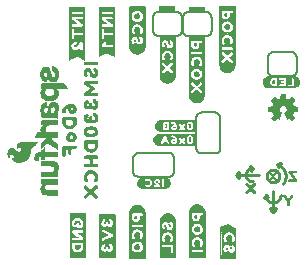
<source format=gbo>
G04 EAGLE Gerber RS-274X export*
G75*
%MOMM*%
%FSLAX34Y34*%
%LPD*%
%INSilkscreen Bottom*%
%IPPOS*%
%AMOC8*
5,1,8,0,0,1.08239X$1,22.5*%
G01*
%ADD10C,0.254000*%
%ADD11C,0.203200*%
%ADD12R,1.422400X0.533400*%
%ADD13R,1.397000X0.508000*%
%ADD14C,0.152400*%

G36*
X190804Y177626D02*
X190804Y177626D01*
X190807Y177623D01*
X192207Y177823D01*
X192212Y177828D01*
X192216Y177825D01*
X192816Y178025D01*
X192819Y178030D01*
X192822Y178028D01*
X194022Y178628D01*
X194024Y178632D01*
X194027Y178631D01*
X194627Y179031D01*
X194628Y179034D01*
X194631Y179034D01*
X195131Y179434D01*
X195132Y179438D01*
X195135Y179437D01*
X195635Y179937D01*
X195635Y179941D01*
X195638Y179941D01*
X196038Y180441D01*
X196039Y180445D01*
X196041Y180445D01*
X196441Y181045D01*
X196441Y181049D01*
X196444Y181050D01*
X196744Y181650D01*
X196743Y181655D01*
X196747Y181656D01*
X196947Y182256D01*
X196946Y182258D01*
X196947Y182258D01*
X196984Y182387D01*
X197026Y182534D01*
X197040Y182584D01*
X197082Y182731D01*
X197083Y182731D01*
X197082Y182731D01*
X197125Y182879D01*
X197139Y182928D01*
X197147Y182958D01*
X197146Y182962D01*
X197149Y182964D01*
X197249Y183564D01*
X197248Y183565D01*
X197249Y183565D01*
X197349Y184265D01*
X197346Y184270D01*
X197349Y184272D01*
X197349Y234472D01*
X197313Y234519D01*
X197306Y234514D01*
X197300Y234521D01*
X183800Y234521D01*
X183753Y234485D01*
X183755Y234482D01*
X183751Y234480D01*
X183651Y233880D01*
X183654Y233875D01*
X183651Y233872D01*
X183651Y184372D01*
X183654Y184368D01*
X183651Y184365D01*
X183851Y182965D01*
X183856Y182960D01*
X183853Y182956D01*
X184053Y182357D01*
X184253Y181658D01*
X184258Y181654D01*
X184256Y181650D01*
X184556Y181050D01*
X184563Y181047D01*
X184562Y181041D01*
X184960Y180543D01*
X185359Y179945D01*
X185366Y179942D01*
X185365Y179937D01*
X185865Y179437D01*
X185869Y179437D01*
X185869Y179434D01*
X186869Y178634D01*
X186877Y178633D01*
X186878Y178628D01*
X187478Y178328D01*
X187480Y178328D01*
X187481Y178327D01*
X188181Y178027D01*
X188184Y178028D01*
X188184Y178025D01*
X188784Y177825D01*
X188791Y177827D01*
X188793Y177823D01*
X189492Y177723D01*
X190092Y177623D01*
X190097Y177626D01*
X190100Y177623D01*
X190800Y177623D01*
X190804Y177626D01*
G37*
G36*
X164896Y152226D02*
X164896Y152226D01*
X164899Y152223D01*
X166299Y152423D01*
X166304Y152428D01*
X166308Y152425D01*
X166908Y152625D01*
X166911Y152630D01*
X166914Y152628D01*
X168114Y153228D01*
X168116Y153232D01*
X168119Y153231D01*
X168719Y153631D01*
X168720Y153634D01*
X168723Y153634D01*
X169223Y154034D01*
X169224Y154038D01*
X169227Y154037D01*
X169727Y154537D01*
X169727Y154541D01*
X169730Y154541D01*
X170130Y155041D01*
X170131Y155045D01*
X170133Y155045D01*
X170533Y155645D01*
X170533Y155649D01*
X170536Y155650D01*
X170836Y156250D01*
X170835Y156255D01*
X170839Y156256D01*
X171039Y156856D01*
X171038Y156858D01*
X171039Y156858D01*
X171076Y156987D01*
X171118Y157134D01*
X171132Y157184D01*
X171174Y157331D01*
X171175Y157331D01*
X171174Y157331D01*
X171217Y157479D01*
X171231Y157528D01*
X171239Y157558D01*
X171238Y157562D01*
X171241Y157564D01*
X171341Y158164D01*
X171340Y158165D01*
X171341Y158165D01*
X171441Y158865D01*
X171438Y158870D01*
X171441Y158872D01*
X171441Y209072D01*
X171405Y209119D01*
X171398Y209114D01*
X171392Y209121D01*
X157892Y209121D01*
X157845Y209085D01*
X157847Y209082D01*
X157843Y209080D01*
X157743Y208480D01*
X157746Y208475D01*
X157743Y208472D01*
X157743Y158972D01*
X157746Y158968D01*
X157743Y158965D01*
X157943Y157565D01*
X157948Y157560D01*
X157945Y157556D01*
X158145Y156957D01*
X158345Y156258D01*
X158350Y156254D01*
X158348Y156250D01*
X158648Y155650D01*
X158655Y155647D01*
X158654Y155641D01*
X159052Y155143D01*
X159451Y154545D01*
X159458Y154542D01*
X159457Y154537D01*
X159957Y154037D01*
X159961Y154037D01*
X159961Y154034D01*
X160961Y153234D01*
X160969Y153233D01*
X160970Y153228D01*
X161570Y152928D01*
X161572Y152928D01*
X161573Y152927D01*
X162273Y152627D01*
X162276Y152628D01*
X162276Y152625D01*
X162876Y152425D01*
X162883Y152427D01*
X162885Y152423D01*
X163584Y152323D01*
X164184Y152223D01*
X164189Y152226D01*
X164192Y152223D01*
X164892Y152223D01*
X164896Y152226D01*
G37*
G36*
X120938Y20536D02*
X120938Y20536D01*
X120946Y20538D01*
X121146Y21038D01*
X121142Y21051D01*
X121149Y21056D01*
X121149Y59656D01*
X121146Y59660D01*
X121149Y59663D01*
X120949Y61063D01*
X120944Y61068D01*
X120947Y61072D01*
X120747Y61672D01*
X120744Y61673D01*
X120745Y61675D01*
X120445Y62375D01*
X120443Y62377D01*
X120444Y62378D01*
X120144Y62978D01*
X120137Y62981D01*
X120138Y62987D01*
X119338Y63987D01*
X119334Y63988D01*
X119335Y63991D01*
X118835Y64491D01*
X118828Y64492D01*
X118827Y64497D01*
X118229Y64896D01*
X117731Y65294D01*
X117723Y65295D01*
X117722Y65300D01*
X117122Y65600D01*
X117115Y65599D01*
X117114Y65603D01*
X116415Y65803D01*
X115816Y66003D01*
X115809Y66001D01*
X115807Y66005D01*
X114407Y66205D01*
X114402Y66202D01*
X114400Y66205D01*
X113800Y66205D01*
X113796Y66202D01*
X113793Y66205D01*
X113093Y66105D01*
X113089Y66101D01*
X113086Y66103D01*
X112386Y65903D01*
X112385Y65902D01*
X112384Y65903D01*
X111784Y65703D01*
X111781Y65698D01*
X111778Y65700D01*
X110578Y65100D01*
X110576Y65096D01*
X110573Y65097D01*
X109973Y64697D01*
X109970Y64690D01*
X109965Y64691D01*
X109465Y64191D01*
X109465Y64187D01*
X109462Y64187D01*
X108662Y63187D01*
X108661Y63183D01*
X108659Y63183D01*
X108259Y62583D01*
X108259Y62579D01*
X108256Y62578D01*
X107956Y61978D01*
X107957Y61973D01*
X107953Y61972D01*
X107753Y61372D01*
X107754Y61370D01*
X107753Y61370D01*
X107733Y61299D01*
X107690Y61151D01*
X107676Y61102D01*
X107634Y60954D01*
X107592Y60807D01*
X107578Y60757D01*
X107553Y60670D01*
X107556Y60661D01*
X107553Y60659D01*
X107553Y60658D01*
X107551Y60656D01*
X107551Y59960D01*
X107451Y59364D01*
X107454Y59359D01*
X107451Y59356D01*
X107451Y20756D01*
X107480Y20718D01*
X107482Y20710D01*
X107982Y20510D01*
X107995Y20514D01*
X108000Y20507D01*
X120900Y20507D01*
X120938Y20536D01*
G37*
G36*
X171738Y21044D02*
X171738Y21044D01*
X171746Y21046D01*
X171946Y21546D01*
X171942Y21559D01*
X171949Y21564D01*
X171949Y60164D01*
X171946Y60168D01*
X171949Y60171D01*
X171749Y61571D01*
X171744Y61576D01*
X171747Y61580D01*
X171547Y62180D01*
X171544Y62181D01*
X171545Y62183D01*
X171245Y62883D01*
X171243Y62885D01*
X171244Y62886D01*
X170944Y63486D01*
X170937Y63489D01*
X170938Y63495D01*
X170138Y64495D01*
X170134Y64496D01*
X170135Y64499D01*
X169635Y64999D01*
X169628Y65000D01*
X169627Y65005D01*
X169029Y65404D01*
X168531Y65802D01*
X168523Y65803D01*
X168522Y65808D01*
X167922Y66108D01*
X167915Y66107D01*
X167914Y66111D01*
X167215Y66311D01*
X166616Y66511D01*
X166609Y66509D01*
X166607Y66513D01*
X165207Y66713D01*
X165202Y66710D01*
X165200Y66713D01*
X164600Y66713D01*
X164596Y66710D01*
X164593Y66713D01*
X163893Y66613D01*
X163889Y66609D01*
X163886Y66611D01*
X163186Y66411D01*
X163185Y66410D01*
X163184Y66411D01*
X162584Y66211D01*
X162581Y66206D01*
X162578Y66208D01*
X161378Y65608D01*
X161376Y65604D01*
X161373Y65605D01*
X160773Y65205D01*
X160770Y65198D01*
X160765Y65199D01*
X160265Y64699D01*
X160265Y64695D01*
X160262Y64695D01*
X159462Y63695D01*
X159461Y63691D01*
X159459Y63691D01*
X159059Y63091D01*
X159059Y63087D01*
X159056Y63086D01*
X158756Y62486D01*
X158757Y62481D01*
X158753Y62480D01*
X158553Y61880D01*
X158554Y61878D01*
X158553Y61878D01*
X158533Y61807D01*
X158490Y61659D01*
X158476Y61610D01*
X158434Y61462D01*
X158392Y61315D01*
X158378Y61265D01*
X158353Y61178D01*
X158356Y61169D01*
X158353Y61167D01*
X158353Y61166D01*
X158351Y61164D01*
X158351Y60468D01*
X158251Y59872D01*
X158254Y59867D01*
X158251Y59864D01*
X158251Y21264D01*
X158280Y21226D01*
X158282Y21218D01*
X158782Y21018D01*
X158795Y21022D01*
X158800Y21015D01*
X171700Y21015D01*
X171738Y21044D01*
G37*
G36*
X56449Y188163D02*
X56449Y188163D01*
X56468Y188154D01*
X57068Y188454D01*
X63154Y191447D01*
X63730Y191351D01*
X69723Y188254D01*
X69778Y188264D01*
X69781Y188263D01*
X70081Y188563D01*
X70082Y188575D01*
X70087Y188579D01*
X70084Y188584D01*
X70085Y188590D01*
X70095Y188598D01*
X70095Y233298D01*
X70076Y233324D01*
X70076Y233337D01*
X69676Y233637D01*
X69654Y233637D01*
X69646Y233647D01*
X56746Y233647D01*
X56720Y233628D01*
X56707Y233628D01*
X56407Y233228D01*
X56407Y233206D01*
X56397Y233198D01*
X56397Y188198D01*
X56400Y188194D01*
X56398Y188189D01*
X56408Y188184D01*
X56433Y188151D01*
X56449Y188163D01*
G37*
G36*
X81953Y190931D02*
X81953Y190931D01*
X81968Y190924D01*
X88646Y194213D01*
X89224Y193924D01*
X95224Y190924D01*
X95282Y190935D01*
X95281Y190944D01*
X95290Y190946D01*
X95490Y191346D01*
X95490Y191348D01*
X95490Y191349D01*
X95489Y191350D01*
X95487Y191362D01*
X95495Y191368D01*
X95495Y233368D01*
X95459Y233415D01*
X95456Y233413D01*
X95454Y233417D01*
X94854Y233517D01*
X94849Y233514D01*
X94846Y233517D01*
X81946Y233517D01*
X81899Y233481D01*
X81901Y233478D01*
X81897Y233476D01*
X81797Y232876D01*
X81800Y232871D01*
X81797Y232868D01*
X81797Y191468D01*
X81801Y191462D01*
X81798Y191458D01*
X81898Y190958D01*
X81942Y190919D01*
X81953Y190931D01*
G37*
G36*
X114404Y193246D02*
X114404Y193246D01*
X114407Y193243D01*
X115107Y193343D01*
X115108Y193344D01*
X115108Y193343D01*
X115708Y193443D01*
X116407Y193543D01*
X116415Y193551D01*
X116422Y193548D01*
X118222Y194448D01*
X118227Y194458D01*
X118235Y194457D01*
X118733Y194955D01*
X119231Y195354D01*
X119232Y195358D01*
X119235Y195357D01*
X119735Y195857D01*
X119736Y195869D01*
X119744Y195870D01*
X120043Y196467D01*
X120441Y197065D01*
X120441Y197070D01*
X120442Y197071D01*
X120440Y197073D01*
X120440Y197074D01*
X120447Y197076D01*
X120647Y197676D01*
X120646Y197678D01*
X120647Y197678D01*
X120657Y197711D01*
X120671Y197760D01*
X120713Y197908D01*
X120755Y198056D01*
X120769Y198105D01*
X120811Y198253D01*
X120812Y198253D01*
X120811Y198253D01*
X120847Y198377D01*
X121047Y198976D01*
X121045Y198983D01*
X121049Y198985D01*
X121149Y199685D01*
X121146Y199690D01*
X121149Y199692D01*
X121149Y233592D01*
X121141Y233603D01*
X121146Y233610D01*
X120946Y234110D01*
X120905Y234135D01*
X120900Y234141D01*
X108000Y234141D01*
X107989Y234133D01*
X107982Y234138D01*
X107482Y233938D01*
X107457Y233897D01*
X107451Y233892D01*
X107451Y199492D01*
X107454Y199487D01*
X107451Y199484D01*
X107551Y198884D01*
X107555Y198881D01*
X107553Y198878D01*
X107753Y198178D01*
X107754Y198177D01*
X107753Y198176D01*
X107953Y197576D01*
X107958Y197573D01*
X107956Y197570D01*
X108556Y196370D01*
X108560Y196368D01*
X108559Y196365D01*
X108959Y195765D01*
X108966Y195762D01*
X108965Y195757D01*
X109465Y195257D01*
X109469Y195257D01*
X109469Y195254D01*
X110469Y194454D01*
X110473Y194453D01*
X110473Y194451D01*
X111073Y194051D01*
X111077Y194051D01*
X111078Y194048D01*
X111678Y193748D01*
X111685Y193749D01*
X111686Y193745D01*
X112385Y193545D01*
X112984Y193345D01*
X112991Y193347D01*
X112993Y193343D01*
X113693Y193243D01*
X113698Y193246D01*
X113700Y193243D01*
X114400Y193243D01*
X114404Y193246D01*
G37*
G36*
X140158Y168708D02*
X140158Y168708D01*
X140161Y168705D01*
X141561Y168905D01*
X141566Y168910D01*
X141570Y168907D01*
X142770Y169307D01*
X142775Y169315D01*
X142781Y169313D01*
X143379Y169711D01*
X143976Y170010D01*
X143981Y170020D01*
X143989Y170019D01*
X144487Y170517D01*
X144985Y170916D01*
X144987Y170923D01*
X144992Y170923D01*
X145392Y171423D01*
X145393Y171427D01*
X145395Y171427D01*
X145795Y172027D01*
X145795Y172031D01*
X145798Y172032D01*
X146398Y173232D01*
X146397Y173239D01*
X146401Y173240D01*
X146410Y173272D01*
X146452Y173419D01*
X146453Y173419D01*
X146452Y173419D01*
X146495Y173567D01*
X146509Y173616D01*
X146551Y173764D01*
X146593Y173912D01*
X146601Y173940D01*
X146600Y173944D01*
X146603Y173946D01*
X146703Y174546D01*
X146702Y174547D01*
X146703Y174547D01*
X146803Y175247D01*
X146800Y175252D01*
X146803Y175254D01*
X146803Y209054D01*
X146781Y209084D01*
X146779Y209096D01*
X146279Y209396D01*
X146261Y209394D01*
X146254Y209403D01*
X133454Y209403D01*
X133428Y209384D01*
X133415Y209384D01*
X133115Y208984D01*
X133115Y208962D01*
X133105Y208954D01*
X133105Y175554D01*
X133108Y175550D01*
X133105Y175547D01*
X133305Y174147D01*
X133306Y174146D01*
X133305Y174146D01*
X133405Y173546D01*
X133412Y173540D01*
X133409Y173535D01*
X133709Y172835D01*
X133711Y172833D01*
X133710Y172832D01*
X134310Y171632D01*
X134317Y171629D01*
X134316Y171623D01*
X134716Y171123D01*
X134720Y171122D01*
X134719Y171119D01*
X135219Y170619D01*
X135223Y170619D01*
X135223Y170616D01*
X135723Y170216D01*
X135727Y170215D01*
X135727Y170213D01*
X136325Y169814D01*
X136823Y169416D01*
X136837Y169415D01*
X136840Y169407D01*
X137539Y169207D01*
X138138Y169007D01*
X138140Y169008D01*
X138140Y169007D01*
X138840Y168807D01*
X138844Y168808D01*
X138846Y168805D01*
X139446Y168705D01*
X139451Y168708D01*
X139454Y168705D01*
X140154Y168705D01*
X140158Y168708D01*
G37*
G36*
X70601Y20965D02*
X70601Y20965D01*
X70596Y20972D01*
X70603Y20978D01*
X70603Y58178D01*
X70600Y58183D01*
X70603Y58186D01*
X70503Y58786D01*
X70459Y58827D01*
X70457Y58824D01*
X70454Y58827D01*
X56954Y58827D01*
X56907Y58791D01*
X56912Y58784D01*
X56905Y58778D01*
X56905Y55478D01*
X56925Y55452D01*
X56925Y55438D01*
X56954Y55417D01*
X56923Y55416D01*
X56924Y55392D01*
X56905Y55378D01*
X56905Y21578D01*
X56908Y21573D01*
X56905Y21570D01*
X57005Y20970D01*
X57049Y20929D01*
X57052Y20932D01*
X57054Y20929D01*
X70554Y20929D01*
X70601Y20965D01*
G37*
G36*
X95105Y20978D02*
X95105Y20978D01*
X95108Y20975D01*
X95708Y21075D01*
X95749Y21119D01*
X95746Y21122D01*
X95749Y21124D01*
X95749Y57724D01*
X95741Y57735D01*
X95746Y57742D01*
X95546Y58242D01*
X95505Y58267D01*
X95500Y58273D01*
X82600Y58273D01*
X82589Y58265D01*
X82582Y58270D01*
X82082Y58070D01*
X82057Y58029D01*
X82051Y58024D01*
X82051Y21624D01*
X82054Y21619D01*
X82051Y21616D01*
X82151Y21016D01*
X82195Y20975D01*
X82198Y20978D01*
X82200Y20975D01*
X95100Y20975D01*
X95105Y20978D01*
G37*
G36*
X146592Y20680D02*
X146592Y20680D01*
X146600Y20682D01*
X146800Y21182D01*
X146796Y21195D01*
X146803Y21200D01*
X146803Y52400D01*
X146800Y52404D01*
X146803Y52407D01*
X146603Y53807D01*
X146598Y53812D01*
X146601Y53816D01*
X146401Y54416D01*
X146396Y54419D01*
X146398Y54422D01*
X145798Y55622D01*
X145794Y55624D01*
X145795Y55627D01*
X145395Y56227D01*
X145392Y56228D01*
X145392Y56231D01*
X144992Y56731D01*
X144988Y56732D01*
X144989Y56735D01*
X144489Y57235D01*
X144482Y57236D01*
X144481Y57241D01*
X143883Y57640D01*
X143385Y58038D01*
X143377Y58039D01*
X143376Y58044D01*
X142776Y58344D01*
X142769Y58343D01*
X142768Y58347D01*
X142069Y58547D01*
X141470Y58747D01*
X141463Y58745D01*
X141461Y58749D01*
X140061Y58949D01*
X140051Y58943D01*
X140046Y58949D01*
X139450Y58849D01*
X138754Y58849D01*
X138746Y58843D01*
X138740Y58847D01*
X138040Y58647D01*
X138039Y58646D01*
X138038Y58647D01*
X137438Y58447D01*
X137435Y58442D01*
X137432Y58444D01*
X136232Y57844D01*
X136230Y57840D01*
X136227Y57841D01*
X135627Y57441D01*
X135624Y57434D01*
X135619Y57435D01*
X135119Y56935D01*
X135119Y56931D01*
X135116Y56931D01*
X134316Y55931D01*
X134315Y55927D01*
X134313Y55927D01*
X133913Y55327D01*
X133913Y55323D01*
X133910Y55322D01*
X133610Y54722D01*
X133611Y54715D01*
X133607Y54714D01*
X133588Y54647D01*
X133545Y54499D01*
X133531Y54450D01*
X133489Y54302D01*
X133447Y54154D01*
X133433Y54105D01*
X133407Y54015D01*
X133207Y53416D01*
X133207Y53415D01*
X133211Y53405D01*
X133205Y53400D01*
X133205Y52704D01*
X133105Y52108D01*
X133108Y52103D01*
X133105Y52100D01*
X133105Y20900D01*
X133134Y20862D01*
X133136Y20854D01*
X133636Y20654D01*
X133649Y20658D01*
X133654Y20651D01*
X146554Y20651D01*
X146592Y20680D01*
G37*
G36*
X197392Y20508D02*
X197392Y20508D01*
X197400Y20510D01*
X197600Y21010D01*
X197596Y21023D01*
X197603Y21028D01*
X197603Y46128D01*
X197592Y46143D01*
X197596Y46153D01*
X197296Y46653D01*
X197278Y46661D01*
X197276Y46672D01*
X191276Y49672D01*
X191271Y49671D01*
X191270Y49675D01*
X190670Y49875D01*
X190644Y49866D01*
X190632Y49872D01*
X184532Y46872D01*
X184530Y46868D01*
X184527Y46869D01*
X183927Y46469D01*
X183920Y46451D01*
X183915Y46447D01*
X183918Y46443D01*
X183915Y46436D01*
X183905Y46428D01*
X183905Y20728D01*
X183934Y20690D01*
X183936Y20682D01*
X184436Y20482D01*
X184449Y20486D01*
X184454Y20479D01*
X197354Y20479D01*
X197392Y20508D01*
G37*
G36*
X164267Y116045D02*
X164267Y116045D01*
X164266Y116047D01*
X164268Y116048D01*
X164368Y116548D01*
X164365Y116555D01*
X164369Y116558D01*
X164369Y126158D01*
X164333Y126205D01*
X164331Y126204D01*
X164330Y126206D01*
X163830Y126306D01*
X163823Y126303D01*
X163820Y126307D01*
X161820Y126307D01*
X161794Y126288D01*
X161781Y126288D01*
X161759Y126259D01*
X161758Y126289D01*
X161734Y126288D01*
X161720Y126307D01*
X132820Y126307D01*
X132814Y126303D01*
X132810Y126306D01*
X132315Y126207D01*
X131820Y126207D01*
X131815Y126204D01*
X131811Y126204D01*
X131807Y126201D01*
X131802Y126204D01*
X131306Y126005D01*
X130810Y125906D01*
X130800Y125895D01*
X130790Y125897D01*
X130396Y125601D01*
X129902Y125404D01*
X129894Y125392D01*
X129885Y125393D01*
X128785Y124293D01*
X128784Y124288D01*
X128781Y124288D01*
X128481Y123888D01*
X128481Y123878D01*
X128474Y123876D01*
X128275Y123378D01*
X128076Y122980D01*
X128077Y122977D01*
X128074Y122976D01*
X127874Y122476D01*
X127875Y122475D01*
X127874Y122474D01*
X127876Y122471D01*
X127876Y122470D01*
X127872Y122468D01*
X127772Y121968D01*
X127775Y121961D01*
X127771Y121958D01*
X127771Y120458D01*
X127775Y120452D01*
X127772Y120448D01*
X127872Y119948D01*
X127877Y119944D01*
X127874Y119940D01*
X128274Y118940D01*
X128277Y118938D01*
X128276Y118936D01*
X128476Y118536D01*
X128479Y118535D01*
X128478Y118533D01*
X128778Y118033D01*
X128786Y118029D01*
X128785Y118023D01*
X129485Y117323D01*
X129490Y117322D01*
X129490Y117319D01*
X130290Y116719D01*
X130297Y116719D01*
X130298Y116714D01*
X130698Y116514D01*
X130701Y116515D01*
X130702Y116512D01*
X131702Y116112D01*
X131715Y116116D01*
X131720Y116109D01*
X132215Y116109D01*
X132710Y116010D01*
X132717Y116013D01*
X132720Y116009D01*
X164220Y116009D01*
X164267Y116045D01*
G37*
G36*
X164329Y127729D02*
X164329Y127729D01*
X164324Y127736D01*
X164331Y127742D01*
X164331Y137842D01*
X164295Y137889D01*
X164294Y137889D01*
X164294Y137890D01*
X163894Y137990D01*
X163886Y137986D01*
X163882Y137991D01*
X134282Y137991D01*
X134276Y137987D01*
X134272Y137990D01*
X133777Y137891D01*
X133282Y137891D01*
X133277Y137887D01*
X133273Y137887D01*
X133269Y137885D01*
X133264Y137888D01*
X132767Y137689D01*
X132370Y137590D01*
X132363Y137582D01*
X132357Y137584D01*
X131859Y137285D01*
X131460Y137086D01*
X131455Y137076D01*
X131447Y137077D01*
X131050Y136679D01*
X130652Y136381D01*
X130650Y136372D01*
X130643Y136372D01*
X130043Y135572D01*
X130043Y135562D01*
X130036Y135560D01*
X129839Y135066D01*
X129543Y134672D01*
X129543Y134657D01*
X129538Y134654D01*
X129534Y134652D01*
X129234Y133152D01*
X129237Y133145D01*
X129233Y133142D01*
X129233Y132642D01*
X129237Y132636D01*
X129234Y132632D01*
X129534Y131132D01*
X129539Y131128D01*
X129536Y131124D01*
X129736Y130624D01*
X129744Y130619D01*
X129743Y130612D01*
X130040Y130216D01*
X130238Y129820D01*
X130248Y129815D01*
X130247Y129807D01*
X130645Y129410D01*
X130943Y129012D01*
X130952Y129010D01*
X130952Y129003D01*
X131352Y128703D01*
X131356Y128703D01*
X131357Y128700D01*
X131857Y128400D01*
X131860Y128400D01*
X131860Y128398D01*
X132260Y128198D01*
X132263Y128199D01*
X132264Y128196D01*
X133264Y127796D01*
X133277Y127800D01*
X133282Y127793D01*
X133777Y127793D01*
X134272Y127694D01*
X134279Y127697D01*
X134282Y127693D01*
X164282Y127693D01*
X164329Y127729D01*
G37*
G36*
X245430Y136837D02*
X245430Y136837D01*
X245496Y136843D01*
X245514Y136854D01*
X245535Y136858D01*
X245620Y136918D01*
X245644Y136933D01*
X245647Y136937D01*
X245652Y136941D01*
X247852Y139241D01*
X247860Y139255D01*
X247873Y139265D01*
X247904Y139329D01*
X247940Y139390D01*
X247941Y139406D01*
X247948Y139420D01*
X247947Y139492D01*
X247953Y139563D01*
X247947Y139577D01*
X247946Y139594D01*
X247889Y139719D01*
X247887Y139723D01*
X247887Y139724D01*
X246019Y142339D01*
X246021Y142349D01*
X246030Y142363D01*
X246041Y142421D01*
X246050Y142441D01*
X246050Y142463D01*
X246056Y142497D01*
X246057Y142502D01*
X246057Y142503D01*
X246057Y142514D01*
X246090Y142579D01*
X246146Y142635D01*
X246157Y142653D01*
X246169Y142662D01*
X246177Y142681D01*
X246217Y142734D01*
X246290Y142879D01*
X246346Y142935D01*
X246386Y143000D01*
X246430Y143063D01*
X246432Y143074D01*
X246437Y143082D01*
X246441Y143117D01*
X246457Y143203D01*
X246457Y143253D01*
X246486Y143300D01*
X246530Y143363D01*
X246532Y143374D01*
X246537Y143382D01*
X246541Y143417D01*
X246557Y143503D01*
X246557Y143614D01*
X246590Y143679D01*
X246646Y143735D01*
X246686Y143800D01*
X246730Y143863D01*
X246732Y143874D01*
X246737Y143882D01*
X246741Y143917D01*
X246747Y143951D01*
X246750Y143958D01*
X246750Y143966D01*
X246757Y144003D01*
X246757Y144053D01*
X246786Y144100D01*
X246830Y144163D01*
X246832Y144174D01*
X246837Y144182D01*
X246841Y144217D01*
X246857Y144303D01*
X246857Y144414D01*
X246886Y144471D01*
X250142Y145029D01*
X250160Y145037D01*
X250179Y145038D01*
X250239Y145070D01*
X250301Y145097D01*
X250314Y145111D01*
X250331Y145121D01*
X250370Y145176D01*
X250414Y145228D01*
X250419Y145247D01*
X250430Y145263D01*
X250452Y145373D01*
X250457Y145396D01*
X250456Y145399D01*
X250457Y145403D01*
X250457Y148603D01*
X250453Y148622D01*
X250455Y148641D01*
X250444Y148675D01*
X250443Y148682D01*
X250438Y148692D01*
X250433Y148706D01*
X250418Y148772D01*
X250405Y148787D01*
X250399Y148805D01*
X250351Y148853D01*
X250308Y148905D01*
X250290Y148913D01*
X250276Y148927D01*
X250170Y148966D01*
X250150Y148976D01*
X250146Y148976D01*
X250142Y148977D01*
X246930Y149528D01*
X246919Y149566D01*
X246918Y149572D01*
X246917Y149572D01*
X246917Y149573D01*
X246857Y149693D01*
X246857Y149703D01*
X246854Y149719D01*
X246856Y149735D01*
X246836Y149804D01*
X246836Y149820D01*
X246828Y149834D01*
X246819Y149866D01*
X246818Y149872D01*
X246817Y149872D01*
X246817Y149873D01*
X246757Y149993D01*
X246757Y150003D01*
X246754Y150019D01*
X246756Y150035D01*
X246719Y150166D01*
X246718Y150172D01*
X246717Y150172D01*
X246717Y150173D01*
X246557Y150493D01*
X246557Y150503D01*
X246554Y150519D01*
X246556Y150535D01*
X246519Y150666D01*
X246518Y150672D01*
X246517Y150672D01*
X246517Y150673D01*
X246417Y150873D01*
X246394Y150900D01*
X246357Y150955D01*
X246357Y151003D01*
X246340Y151078D01*
X246326Y151153D01*
X246320Y151163D01*
X246318Y151172D01*
X246295Y151199D01*
X246246Y151271D01*
X246190Y151328D01*
X246117Y151473D01*
X246094Y151500D01*
X246057Y151555D01*
X246057Y151603D01*
X246040Y151678D01*
X246036Y151699D01*
X247890Y154388D01*
X247896Y154404D01*
X247908Y154416D01*
X247928Y154484D01*
X247953Y154549D01*
X247952Y154566D01*
X247957Y154582D01*
X247944Y154652D01*
X247938Y154721D01*
X247929Y154736D01*
X247926Y154753D01*
X247855Y154859D01*
X247848Y154869D01*
X247847Y154870D01*
X247846Y154871D01*
X245646Y157071D01*
X245632Y157080D01*
X245621Y157094D01*
X245559Y157126D01*
X245499Y157163D01*
X245482Y157164D01*
X245467Y157172D01*
X245397Y157172D01*
X245327Y157179D01*
X245311Y157173D01*
X245294Y157173D01*
X245176Y157121D01*
X245165Y157117D01*
X245164Y157116D01*
X245163Y157115D01*
X242464Y155254D01*
X242446Y155271D01*
X242381Y155312D01*
X242319Y155355D01*
X242307Y155358D01*
X242299Y155363D01*
X242264Y155366D01*
X242178Y155382D01*
X242128Y155382D01*
X242116Y155390D01*
X242048Y155442D01*
X241903Y155515D01*
X241846Y155571D01*
X241781Y155612D01*
X241719Y155655D01*
X241707Y155658D01*
X241699Y155663D01*
X241664Y155666D01*
X241578Y155682D01*
X241528Y155682D01*
X241516Y155690D01*
X241448Y155742D01*
X241248Y155842D01*
X241232Y155846D01*
X241219Y155855D01*
X241085Y155881D01*
X241079Y155882D01*
X241078Y155882D01*
X241068Y155882D01*
X240948Y155942D01*
X240932Y155946D01*
X240919Y155955D01*
X240785Y155981D01*
X240779Y155982D01*
X240778Y155982D01*
X240728Y155982D01*
X240681Y156012D01*
X240619Y156055D01*
X240607Y156058D01*
X240599Y156063D01*
X240564Y156066D01*
X240478Y156082D01*
X240368Y156082D01*
X240310Y156111D01*
X239752Y159367D01*
X239744Y159385D01*
X239743Y159405D01*
X239711Y159464D01*
X239684Y159527D01*
X239670Y159539D01*
X239660Y159556D01*
X239605Y159595D01*
X239553Y159640D01*
X239534Y159644D01*
X239519Y159655D01*
X239408Y159677D01*
X239386Y159682D01*
X239382Y159682D01*
X239378Y159682D01*
X236178Y159682D01*
X236159Y159678D01*
X236140Y159681D01*
X236076Y159658D01*
X236010Y159643D01*
X235995Y159631D01*
X235976Y159624D01*
X235929Y159576D01*
X235876Y159533D01*
X235868Y159515D01*
X235855Y159501D01*
X235815Y159395D01*
X235806Y159375D01*
X235806Y159371D01*
X235804Y159367D01*
X235254Y156155D01*
X235215Y156144D01*
X235210Y156143D01*
X235209Y156143D01*
X235208Y156142D01*
X235088Y156082D01*
X235078Y156082D01*
X235062Y156079D01*
X235046Y156081D01*
X234915Y156044D01*
X234910Y156043D01*
X234909Y156043D01*
X234908Y156042D01*
X234788Y155982D01*
X234778Y155982D01*
X234762Y155979D01*
X234746Y155981D01*
X234615Y155944D01*
X234610Y155943D01*
X234609Y155943D01*
X234608Y155942D01*
X234488Y155882D01*
X234378Y155882D01*
X234304Y155865D01*
X234228Y155852D01*
X234219Y155845D01*
X234210Y155843D01*
X234182Y155820D01*
X234110Y155771D01*
X234053Y155715D01*
X233988Y155682D01*
X233978Y155682D01*
X233962Y155679D01*
X233946Y155681D01*
X233815Y155644D01*
X233810Y155643D01*
X233809Y155643D01*
X233808Y155642D01*
X233608Y155542D01*
X233581Y155519D01*
X233510Y155471D01*
X233453Y155415D01*
X233388Y155382D01*
X233378Y155382D01*
X233362Y155379D01*
X233346Y155381D01*
X233215Y155344D01*
X233210Y155343D01*
X233209Y155343D01*
X233208Y155342D01*
X233067Y155272D01*
X230393Y157115D01*
X230381Y157120D01*
X230372Y157129D01*
X230301Y157152D01*
X230232Y157179D01*
X230219Y157177D01*
X230207Y157181D01*
X230134Y157170D01*
X230060Y157164D01*
X230049Y157157D01*
X230036Y157155D01*
X229916Y157077D01*
X227616Y154877D01*
X227602Y154856D01*
X227582Y154840D01*
X227555Y154784D01*
X227521Y154732D01*
X227518Y154707D01*
X227507Y154684D01*
X227508Y154622D01*
X227501Y154560D01*
X227510Y154536D01*
X227510Y154510D01*
X227548Y154431D01*
X227559Y154398D01*
X227566Y154391D01*
X227571Y154381D01*
X229506Y151708D01*
X229466Y151628D01*
X229410Y151571D01*
X229370Y151507D01*
X229326Y151444D01*
X229324Y151432D01*
X229319Y151424D01*
X229315Y151389D01*
X229299Y151303D01*
X229299Y151253D01*
X229291Y151241D01*
X229239Y151173D01*
X229166Y151028D01*
X229110Y150971D01*
X229070Y150907D01*
X229026Y150844D01*
X229024Y150832D01*
X229019Y150824D01*
X229015Y150789D01*
X228999Y150703D01*
X228999Y150653D01*
X228970Y150607D01*
X228926Y150544D01*
X228924Y150532D01*
X228919Y150524D01*
X228915Y150489D01*
X228899Y150403D01*
X228899Y150293D01*
X228866Y150228D01*
X228810Y150171D01*
X228770Y150107D01*
X228726Y150044D01*
X228724Y150032D01*
X228719Y150024D01*
X228715Y149989D01*
X228699Y149903D01*
X228699Y149853D01*
X228670Y149807D01*
X228626Y149744D01*
X228624Y149732D01*
X228619Y149724D01*
X228615Y149689D01*
X228599Y149603D01*
X228599Y149524D01*
X225316Y148977D01*
X225297Y148969D01*
X225277Y148969D01*
X225218Y148937D01*
X225156Y148911D01*
X225143Y148895D01*
X225125Y148886D01*
X225087Y148831D01*
X225043Y148780D01*
X225037Y148760D01*
X225026Y148744D01*
X225010Y148663D01*
X225006Y148652D01*
X225006Y148641D01*
X225005Y148637D01*
X224999Y148613D01*
X225000Y148608D01*
X224999Y148603D01*
X224999Y145403D01*
X225003Y145384D01*
X225001Y145365D01*
X225023Y145301D01*
X225038Y145235D01*
X225051Y145220D01*
X225057Y145201D01*
X225105Y145154D01*
X225148Y145101D01*
X225166Y145093D01*
X225180Y145080D01*
X225286Y145040D01*
X225306Y145031D01*
X225310Y145031D01*
X225314Y145029D01*
X228602Y144466D01*
X228637Y144340D01*
X228638Y144335D01*
X228639Y144334D01*
X228699Y144214D01*
X228699Y144203D01*
X228702Y144187D01*
X228700Y144171D01*
X228737Y144040D01*
X228738Y144035D01*
X228739Y144034D01*
X228799Y143914D01*
X228799Y143903D01*
X228802Y143887D01*
X228800Y143871D01*
X228837Y143740D01*
X228838Y143735D01*
X228839Y143734D01*
X228999Y143414D01*
X228999Y143403D01*
X229002Y143387D01*
X229000Y143371D01*
X229037Y143240D01*
X229038Y143235D01*
X229039Y143234D01*
X229139Y143034D01*
X229162Y143006D01*
X229210Y142935D01*
X229266Y142879D01*
X229299Y142814D01*
X229299Y142803D01*
X229302Y142787D01*
X229300Y142771D01*
X229337Y142640D01*
X229338Y142635D01*
X229339Y142634D01*
X229439Y142434D01*
X229462Y142406D01*
X229510Y142335D01*
X229520Y142325D01*
X227575Y139731D01*
X227565Y139708D01*
X227548Y139690D01*
X227530Y139630D01*
X227505Y139572D01*
X227506Y139548D01*
X227499Y139524D01*
X227510Y139462D01*
X227513Y139399D01*
X227525Y139378D01*
X227530Y139354D01*
X227581Y139278D01*
X227597Y139248D01*
X227604Y139243D01*
X227610Y139235D01*
X229910Y136935D01*
X229924Y136926D01*
X229935Y136912D01*
X229997Y136881D01*
X230057Y136844D01*
X230074Y136842D01*
X230089Y136834D01*
X230160Y136834D01*
X230229Y136827D01*
X230245Y136834D01*
X230262Y136833D01*
X230380Y136885D01*
X230391Y136889D01*
X230392Y136890D01*
X230393Y136891D01*
X233092Y138752D01*
X233110Y138735D01*
X233175Y138695D01*
X233237Y138651D01*
X233249Y138649D01*
X233257Y138644D01*
X233292Y138640D01*
X233307Y138638D01*
X233310Y138635D01*
X233375Y138595D01*
X233437Y138551D01*
X233449Y138549D01*
X233457Y138544D01*
X233492Y138540D01*
X233578Y138524D01*
X233628Y138524D01*
X233675Y138495D01*
X233737Y138451D01*
X233749Y138449D01*
X233757Y138444D01*
X233792Y138440D01*
X233807Y138438D01*
X233810Y138435D01*
X233875Y138395D01*
X233937Y138351D01*
X233949Y138349D01*
X233957Y138344D01*
X233992Y138340D01*
X234007Y138338D01*
X234010Y138335D01*
X234075Y138295D01*
X234137Y138251D01*
X234149Y138249D01*
X234157Y138244D01*
X234192Y138240D01*
X234221Y138235D01*
X234248Y138201D01*
X234267Y138193D01*
X234282Y138179D01*
X234345Y138158D01*
X234406Y138131D01*
X234427Y138132D01*
X234446Y138125D01*
X234512Y138135D01*
X234579Y138138D01*
X234597Y138148D01*
X234617Y138150D01*
X234672Y138189D01*
X234731Y138221D01*
X234743Y138237D01*
X234759Y138249D01*
X234816Y138342D01*
X234830Y138363D01*
X234831Y138367D01*
X234834Y138371D01*
X236834Y143771D01*
X236838Y143802D01*
X236850Y143830D01*
X236848Y143887D01*
X236855Y143943D01*
X236845Y143972D01*
X236844Y144003D01*
X236817Y144053D01*
X236798Y144107D01*
X236776Y144128D01*
X236761Y144155D01*
X236701Y144201D01*
X236674Y144228D01*
X236661Y144232D01*
X236648Y144242D01*
X236103Y144515D01*
X235946Y144671D01*
X235916Y144690D01*
X235848Y144742D01*
X235703Y144815D01*
X235390Y145128D01*
X235317Y145273D01*
X235294Y145300D01*
X235246Y145371D01*
X235090Y145528D01*
X235029Y145649D01*
X234938Y145923D01*
X234926Y145943D01*
X234917Y145973D01*
X234857Y146093D01*
X234857Y146203D01*
X234849Y146238D01*
X234838Y146323D01*
X234757Y146565D01*
X234757Y147342D01*
X234838Y147583D01*
X234841Y147619D01*
X234857Y147703D01*
X234857Y147888D01*
X234994Y148093D01*
X235007Y148128D01*
X235038Y148183D01*
X235122Y148435D01*
X235473Y148962D01*
X235820Y149308D01*
X236346Y149659D01*
X236598Y149743D01*
X236616Y149755D01*
X236630Y149758D01*
X236643Y149768D01*
X236688Y149788D01*
X236893Y149924D01*
X237078Y149924D01*
X237113Y149932D01*
X237198Y149943D01*
X237440Y150024D01*
X238031Y150024D01*
X238386Y149935D01*
X238422Y149935D01*
X238478Y149924D01*
X238663Y149924D01*
X238868Y149788D01*
X238903Y149775D01*
X238952Y149747D01*
X238954Y149745D01*
X238955Y149745D01*
X238958Y149743D01*
X239210Y149659D01*
X239437Y149508D01*
X239610Y149335D01*
X239636Y149319D01*
X239668Y149288D01*
X239937Y149108D01*
X240083Y148962D01*
X240434Y148435D01*
X240799Y147342D01*
X240799Y146865D01*
X240718Y146623D01*
X240715Y146587D01*
X240699Y146503D01*
X240699Y146293D01*
X240539Y145973D01*
X240533Y145950D01*
X240518Y145923D01*
X240427Y145649D01*
X240266Y145328D01*
X240110Y145171D01*
X240091Y145141D01*
X240039Y145073D01*
X239966Y144928D01*
X239853Y144815D01*
X239708Y144742D01*
X239681Y144719D01*
X239610Y144671D01*
X239453Y144515D01*
X239132Y144354D01*
X238858Y144263D01*
X238809Y144233D01*
X238756Y144211D01*
X238736Y144188D01*
X238711Y144172D01*
X238680Y144123D01*
X238643Y144080D01*
X238635Y144051D01*
X238619Y144026D01*
X238613Y143968D01*
X238599Y143913D01*
X238605Y143879D01*
X238602Y143853D01*
X238614Y143822D01*
X238622Y143771D01*
X240622Y138371D01*
X240648Y138333D01*
X240664Y138290D01*
X240695Y138262D01*
X240718Y138227D01*
X240758Y138204D01*
X240791Y138173D01*
X240831Y138161D01*
X240868Y138140D01*
X240913Y138137D01*
X240957Y138125D01*
X240998Y138132D01*
X241040Y138129D01*
X241083Y138147D01*
X241128Y138155D01*
X241169Y138183D01*
X241200Y138196D01*
X241217Y138215D01*
X241230Y138224D01*
X241278Y138224D01*
X241352Y138241D01*
X241428Y138255D01*
X241437Y138261D01*
X241446Y138263D01*
X241474Y138286D01*
X241546Y138335D01*
X241553Y138341D01*
X241628Y138355D01*
X241637Y138361D01*
X241646Y138363D01*
X241674Y138386D01*
X241746Y138435D01*
X241753Y138441D01*
X241828Y138455D01*
X241837Y138461D01*
X241846Y138463D01*
X241874Y138486D01*
X241946Y138535D01*
X241953Y138541D01*
X242028Y138555D01*
X242037Y138561D01*
X242046Y138563D01*
X242074Y138586D01*
X242146Y138635D01*
X242153Y138641D01*
X242228Y138655D01*
X242237Y138661D01*
X242246Y138663D01*
X242274Y138686D01*
X242346Y138735D01*
X242353Y138741D01*
X242428Y138755D01*
X242437Y138761D01*
X242446Y138763D01*
X242447Y138764D01*
X245163Y136891D01*
X245183Y136883D01*
X245199Y136869D01*
X245262Y136852D01*
X245324Y136828D01*
X245345Y136830D01*
X245366Y136824D01*
X245430Y136837D01*
G37*
G36*
X247026Y164781D02*
X247026Y164781D01*
X247030Y164778D01*
X247525Y164877D01*
X248020Y164877D01*
X248031Y164885D01*
X248038Y164880D01*
X249538Y165480D01*
X249543Y165488D01*
X249550Y165487D01*
X250350Y166087D01*
X250351Y166092D01*
X250355Y166091D01*
X251055Y166791D01*
X251056Y166800D01*
X251062Y166801D01*
X251362Y167301D01*
X251362Y167304D01*
X251364Y167304D01*
X251564Y167704D01*
X251563Y167707D01*
X251566Y167708D01*
X251766Y168208D01*
X251765Y168210D01*
X251767Y168211D01*
X251764Y168214D01*
X251768Y168216D01*
X252068Y169716D01*
X252065Y169723D01*
X252069Y169726D01*
X252069Y170226D01*
X252065Y170232D01*
X252068Y170236D01*
X251768Y171736D01*
X251761Y171742D01*
X251764Y171748D01*
X251564Y172148D01*
X251561Y172149D01*
X251562Y172151D01*
X251263Y172649D01*
X251064Y173048D01*
X251054Y173053D01*
X251055Y173061D01*
X250355Y173761D01*
X250350Y173762D01*
X250350Y173765D01*
X249950Y174065D01*
X249946Y174065D01*
X249945Y174068D01*
X249445Y174368D01*
X249442Y174368D01*
X249442Y174370D01*
X249042Y174570D01*
X249039Y174569D01*
X249038Y174572D01*
X248038Y174972D01*
X248031Y174970D01*
X248029Y174972D01*
X248023Y174972D01*
X248020Y174975D01*
X247525Y174975D01*
X247030Y175074D01*
X247023Y175071D01*
X247020Y175075D01*
X225120Y175075D01*
X225114Y175071D01*
X225110Y175074D01*
X224110Y174874D01*
X224106Y174869D01*
X224102Y174872D01*
X223102Y174472D01*
X223097Y174464D01*
X223090Y174465D01*
X221890Y173565D01*
X221888Y173556D01*
X221881Y173556D01*
X220981Y172356D01*
X220981Y172346D01*
X220974Y172344D01*
X220574Y171344D01*
X220575Y171342D01*
X220573Y171340D01*
X220574Y171339D01*
X220572Y171338D01*
X220472Y170938D01*
X220473Y170935D01*
X220471Y170934D01*
X220371Y170334D01*
X220374Y170329D01*
X220371Y170326D01*
X220371Y169326D01*
X220375Y169320D01*
X220372Y169316D01*
X220572Y168316D01*
X220579Y168310D01*
X220576Y168304D01*
X220776Y167904D01*
X220779Y167903D01*
X220778Y167901D01*
X221077Y167403D01*
X221276Y167004D01*
X221282Y167001D01*
X221281Y166996D01*
X221581Y166596D01*
X221586Y166595D01*
X221585Y166591D01*
X221985Y166191D01*
X221990Y166190D01*
X221990Y166187D01*
X223190Y165287D01*
X223200Y165287D01*
X223202Y165280D01*
X223702Y165080D01*
X223708Y165082D01*
X223710Y165078D01*
X225210Y164778D01*
X225217Y164781D01*
X225220Y164777D01*
X247020Y164777D01*
X247026Y164781D01*
G37*
G36*
X137676Y79437D02*
X137676Y79437D01*
X137680Y79434D01*
X138680Y79634D01*
X138686Y79641D01*
X138692Y79638D01*
X139090Y79837D01*
X139588Y80036D01*
X139590Y80039D01*
X139592Y80038D01*
X139992Y80238D01*
X139993Y80241D01*
X139995Y80240D01*
X140495Y80540D01*
X140500Y80552D01*
X140509Y80552D01*
X140805Y80947D01*
X141200Y81243D01*
X141202Y81252D01*
X141209Y81252D01*
X141509Y81652D01*
X141509Y81662D01*
X141516Y81664D01*
X141713Y82158D01*
X142009Y82552D01*
X142009Y82565D01*
X142018Y82571D01*
X142018Y82572D01*
X142117Y83068D01*
X142316Y83564D01*
X142312Y83577D01*
X142319Y83582D01*
X142319Y84077D01*
X142418Y84572D01*
X142412Y84585D01*
X142418Y84592D01*
X142319Y85087D01*
X142319Y85582D01*
X142311Y85593D01*
X142316Y85600D01*
X142117Y86096D01*
X142018Y86592D01*
X142011Y86598D01*
X142014Y86604D01*
X141814Y87004D01*
X141811Y87005D01*
X141812Y87007D01*
X141512Y87507D01*
X141509Y87509D01*
X141509Y87512D01*
X141209Y87912D01*
X141200Y87914D01*
X141200Y87921D01*
X140805Y88217D01*
X140509Y88612D01*
X140496Y88615D01*
X140495Y88624D01*
X139995Y88924D01*
X139992Y88924D01*
X139992Y88926D01*
X139592Y89126D01*
X139589Y89125D01*
X139588Y89128D01*
X139090Y89327D01*
X138692Y89526D01*
X138683Y89524D01*
X138680Y89530D01*
X137680Y89730D01*
X137673Y89727D01*
X137670Y89731D01*
X118970Y89731D01*
X118964Y89727D01*
X118960Y89730D01*
X117460Y89430D01*
X117454Y89423D01*
X117448Y89426D01*
X117048Y89226D01*
X117047Y89223D01*
X117045Y89224D01*
X116545Y88924D01*
X116543Y88921D01*
X116540Y88921D01*
X115740Y88321D01*
X115738Y88312D01*
X115731Y88312D01*
X114831Y87112D01*
X114831Y87102D01*
X114824Y87100D01*
X114625Y86602D01*
X114426Y86204D01*
X114427Y86201D01*
X114424Y86200D01*
X114224Y85700D01*
X114228Y85687D01*
X114221Y85682D01*
X114221Y85187D01*
X114122Y84692D01*
X114125Y84685D01*
X114121Y84682D01*
X114121Y84182D01*
X114125Y84176D01*
X114122Y84172D01*
X114322Y83172D01*
X114327Y83168D01*
X114324Y83164D01*
X114724Y82164D01*
X114732Y82159D01*
X114731Y82152D01*
X115631Y80952D01*
X115640Y80950D01*
X115640Y80943D01*
X116840Y80043D01*
X116850Y80043D01*
X116852Y80036D01*
X117852Y79636D01*
X117858Y79638D01*
X117860Y79634D01*
X118860Y79434D01*
X118867Y79437D01*
X118870Y79433D01*
X137670Y79433D01*
X137676Y79437D01*
G37*
G36*
X15941Y101668D02*
X15941Y101668D01*
X15973Y101677D01*
X16022Y101681D01*
X17822Y102181D01*
X17853Y102198D01*
X17904Y102215D01*
X19704Y103215D01*
X19723Y103232D01*
X19753Y103247D01*
X20653Y103947D01*
X20666Y103963D01*
X20689Y103978D01*
X21489Y104778D01*
X21495Y104788D01*
X21506Y104797D01*
X22206Y105597D01*
X22219Y105622D01*
X22246Y105652D01*
X22846Y106652D01*
X22854Y106677D01*
X22873Y106706D01*
X23273Y107706D01*
X23276Y107725D01*
X23287Y107747D01*
X23587Y108847D01*
X23587Y108864D01*
X23595Y108885D01*
X23795Y110085D01*
X23793Y110112D01*
X23800Y110147D01*
X23800Y112016D01*
X23883Y112514D01*
X24133Y112930D01*
X24893Y113880D01*
X25463Y114355D01*
X25473Y114368D01*
X25489Y114378D01*
X26766Y115656D01*
X27441Y116138D01*
X27459Y116158D01*
X27489Y116178D01*
X28076Y116766D01*
X28663Y117255D01*
X28673Y117268D01*
X28689Y117278D01*
X29170Y117759D01*
X29548Y118043D01*
X29563Y118061D01*
X29589Y118078D01*
X29862Y118352D01*
X30131Y118531D01*
X30149Y118551D01*
X30173Y118563D01*
X30208Y118613D01*
X30249Y118657D01*
X30257Y118683D01*
X30272Y118705D01*
X30288Y118787D01*
X30299Y118823D01*
X30297Y118834D01*
X30300Y118847D01*
X30300Y118947D01*
X30288Y118997D01*
X30286Y119048D01*
X30269Y119080D01*
X30261Y119116D01*
X30228Y119155D01*
X30204Y119200D01*
X30174Y119221D01*
X30150Y119250D01*
X30104Y119271D01*
X30062Y119300D01*
X30020Y119308D01*
X29992Y119321D01*
X29962Y119319D01*
X29920Y119328D01*
X17120Y119328D01*
X17102Y119323D01*
X17078Y119325D01*
X15278Y119125D01*
X15247Y119114D01*
X15200Y119108D01*
X14600Y118908D01*
X14579Y118896D01*
X14550Y118887D01*
X14053Y118639D01*
X14052Y118639D01*
X13950Y118587D01*
X13940Y118579D01*
X13924Y118573D01*
X13424Y118273D01*
X13409Y118259D01*
X13391Y118251D01*
X13321Y118173D01*
X13300Y118153D01*
X13298Y118148D01*
X13294Y118143D01*
X13004Y117660D01*
X12716Y117275D01*
X12700Y117241D01*
X12667Y117188D01*
X12267Y116188D01*
X12262Y116155D01*
X12245Y116110D01*
X12145Y115510D01*
X12146Y115483D01*
X12140Y115447D01*
X12140Y114647D01*
X12148Y114612D01*
X12151Y114555D01*
X12240Y114200D01*
X12240Y114047D01*
X12243Y114032D01*
X12241Y114017D01*
X12277Y113885D01*
X12279Y113879D01*
X12279Y113878D01*
X12280Y113877D01*
X12380Y113677D01*
X12396Y113658D01*
X12405Y113635D01*
X12451Y113592D01*
X12490Y113544D01*
X12513Y113534D01*
X12532Y113517D01*
X12592Y113499D01*
X12649Y113474D01*
X12674Y113475D01*
X12698Y113468D01*
X12759Y113478D01*
X12822Y113481D01*
X12844Y113493D01*
X12869Y113497D01*
X12942Y113547D01*
X12974Y113564D01*
X12979Y113572D01*
X12989Y113578D01*
X13089Y113678D01*
X13109Y113710D01*
X13160Y113777D01*
X13360Y114177D01*
X13365Y114200D01*
X13381Y114227D01*
X13452Y114442D01*
X13762Y114752D01*
X13988Y114903D01*
X14182Y114967D01*
X14358Y114967D01*
X14574Y114895D01*
X14895Y114735D01*
X15124Y114505D01*
X15281Y114269D01*
X15454Y113838D01*
X15540Y113410D01*
X15540Y112694D01*
X15367Y112003D01*
X15036Y111507D01*
X14635Y111187D01*
X14158Y111028D01*
X13598Y111028D01*
X13025Y111273D01*
X12270Y111933D01*
X11372Y112731D01*
X11371Y112732D01*
X11370Y112733D01*
X10570Y113433D01*
X10541Y113449D01*
X10504Y113480D01*
X9604Y113980D01*
X9567Y113990D01*
X9502Y114018D01*
X8602Y114218D01*
X8568Y114218D01*
X8520Y114228D01*
X7720Y114228D01*
X7683Y114219D01*
X7600Y114208D01*
X6700Y113908D01*
X6666Y113887D01*
X6599Y113857D01*
X5899Y113357D01*
X5876Y113331D01*
X5836Y113300D01*
X5036Y112400D01*
X5019Y112369D01*
X4986Y112329D01*
X4386Y111229D01*
X4376Y111193D01*
X4346Y111115D01*
X4146Y110015D01*
X4147Y109986D01*
X4140Y109947D01*
X4140Y108947D01*
X4148Y108911D01*
X4159Y108827D01*
X4459Y107927D01*
X4462Y107921D01*
X4464Y107914D01*
X4764Y107114D01*
X4774Y107099D01*
X4780Y107077D01*
X5080Y106477D01*
X5098Y106455D01*
X5116Y106419D01*
X5416Y106019D01*
X5434Y106004D01*
X5451Y105978D01*
X5551Y105878D01*
X5573Y105865D01*
X5589Y105845D01*
X5646Y105820D01*
X5698Y105787D01*
X5724Y105785D01*
X5747Y105774D01*
X5809Y105776D01*
X5871Y105770D01*
X5895Y105780D01*
X5920Y105781D01*
X5975Y105810D01*
X6032Y105832D01*
X6050Y105851D01*
X6073Y105863D01*
X6108Y105914D01*
X6150Y105959D01*
X6158Y105984D01*
X6172Y106005D01*
X6189Y106090D01*
X6199Y106125D01*
X6198Y106135D01*
X6200Y106147D01*
X6200Y106447D01*
X6191Y106484D01*
X6181Y106568D01*
X6100Y106809D01*
X6100Y107000D01*
X6189Y107355D01*
X6189Y107363D01*
X6193Y107373D01*
X6283Y107823D01*
X6445Y108147D01*
X6685Y108467D01*
X6888Y108603D01*
X7140Y108687D01*
X7160Y108699D01*
X7190Y108707D01*
X7366Y108795D01*
X7520Y108846D01*
X7700Y108787D01*
X7713Y108785D01*
X7728Y108778D01*
X8064Y108694D01*
X8309Y108531D01*
X8328Y108524D01*
X8350Y108507D01*
X8695Y108335D01*
X8924Y108105D01*
X9103Y107836D01*
X9110Y107830D01*
X9116Y107819D01*
X9409Y107428D01*
X9590Y107156D01*
X9940Y106458D01*
X9940Y105909D01*
X9875Y105716D01*
X9776Y105567D01*
X9358Y105428D01*
X8620Y105428D01*
X8569Y105416D01*
X8518Y105414D01*
X8486Y105396D01*
X8451Y105388D01*
X8411Y105355D01*
X8366Y105330D01*
X8345Y105301D01*
X8317Y105278D01*
X8296Y105231D01*
X8267Y105188D01*
X8261Y105153D01*
X8246Y105120D01*
X8248Y105068D01*
X8241Y105017D01*
X8252Y104977D01*
X8253Y104947D01*
X8268Y104919D01*
X8280Y104877D01*
X8680Y104077D01*
X8683Y104073D01*
X8755Y103979D01*
X8757Y103976D01*
X8758Y103975D01*
X8767Y103963D01*
X9667Y103163D01*
X9695Y103148D01*
X9728Y103119D01*
X10928Y102419D01*
X10957Y102410D01*
X10992Y102389D01*
X12392Y101889D01*
X12418Y101886D01*
X12450Y101874D01*
X14050Y101574D01*
X14086Y101575D01*
X14141Y101568D01*
X15941Y101668D01*
G37*
G36*
X40117Y153772D02*
X40117Y153772D01*
X40147Y153768D01*
X41547Y153868D01*
X41571Y153876D01*
X41605Y153877D01*
X42905Y154177D01*
X42930Y154189D01*
X42966Y154196D01*
X44166Y154696D01*
X44180Y154707D01*
X44202Y154713D01*
X45302Y155313D01*
X45331Y155339D01*
X45389Y155378D01*
X46289Y156278D01*
X46302Y156300D01*
X46327Y156324D01*
X47127Y157424D01*
X47142Y157459D01*
X47181Y157527D01*
X47581Y158727D01*
X47583Y158757D01*
X47597Y158797D01*
X47797Y160297D01*
X47793Y160336D01*
X47795Y160410D01*
X47495Y162210D01*
X47489Y162223D01*
X47489Y162233D01*
X47477Y162254D01*
X47460Y162317D01*
X47160Y162917D01*
X47151Y162927D01*
X47146Y162943D01*
X46546Y163943D01*
X46526Y163963D01*
X46457Y164044D01*
X46179Y164267D01*
X55420Y164267D01*
X55445Y164273D01*
X55471Y164270D01*
X55528Y164292D01*
X55588Y164306D01*
X55608Y164323D01*
X55632Y164332D01*
X55674Y164377D01*
X55722Y164417D01*
X55733Y164440D01*
X55750Y164459D01*
X55768Y164518D01*
X55793Y164575D01*
X55792Y164601D01*
X55799Y164625D01*
X55789Y164686D01*
X55786Y164748D01*
X55774Y164771D01*
X55770Y164796D01*
X55721Y164867D01*
X55704Y164900D01*
X55696Y164906D01*
X55689Y164916D01*
X54804Y165801D01*
X53617Y167285D01*
X53602Y167296D01*
X53589Y167316D01*
X52704Y168201D01*
X52317Y168685D01*
X52309Y168691D01*
X52304Y168700D01*
X52241Y168744D01*
X52180Y168792D01*
X52170Y168794D01*
X52162Y168800D01*
X52020Y168828D01*
X33520Y168828D01*
X33515Y168826D01*
X33511Y168827D01*
X33431Y168807D01*
X33351Y168788D01*
X33348Y168785D01*
X33343Y168784D01*
X33281Y168730D01*
X33217Y168678D01*
X33216Y168674D01*
X33212Y168671D01*
X33151Y168539D01*
X33051Y168139D01*
X33051Y168131D01*
X33047Y168122D01*
X32947Y167622D01*
X32948Y167590D01*
X32940Y167547D01*
X32940Y167094D01*
X32851Y166739D01*
X32851Y166731D01*
X32847Y166722D01*
X32749Y166231D01*
X32651Y165839D01*
X32651Y165831D01*
X32647Y165822D01*
X32447Y164822D01*
X32447Y164821D01*
X32446Y164820D01*
X32450Y164735D01*
X32453Y164649D01*
X32453Y164648D01*
X32453Y164647D01*
X32494Y164571D01*
X32534Y164496D01*
X32535Y164495D01*
X32536Y164494D01*
X32604Y164446D01*
X32676Y164395D01*
X32677Y164395D01*
X32678Y164395D01*
X32820Y164367D01*
X33602Y164367D01*
X33451Y164216D01*
X33441Y164200D01*
X33423Y164185D01*
X33023Y163685D01*
X33013Y163665D01*
X32994Y163643D01*
X32394Y162643D01*
X32390Y162631D01*
X32345Y162510D01*
X32145Y161310D01*
X32146Y161283D01*
X32140Y161247D01*
X32140Y160547D01*
X32142Y160536D01*
X32140Y160522D01*
X32240Y159022D01*
X32252Y158985D01*
X32262Y158919D01*
X32762Y157519D01*
X32780Y157490D01*
X32799Y157443D01*
X33499Y156343D01*
X33527Y156316D01*
X33565Y156265D01*
X34565Y155365D01*
X34589Y155352D01*
X34616Y155326D01*
X35716Y154626D01*
X35752Y154614D01*
X35808Y154584D01*
X37108Y154184D01*
X37123Y154183D01*
X37140Y154175D01*
X38540Y153875D01*
X38564Y153876D01*
X38594Y153868D01*
X40094Y153768D01*
X40117Y153772D01*
G37*
G36*
X47069Y138879D02*
X47069Y138879D01*
X47120Y138881D01*
X47153Y138898D01*
X47188Y138906D01*
X47228Y138939D01*
X47273Y138963D01*
X47294Y138993D01*
X47322Y139017D01*
X47343Y139063D01*
X47372Y139105D01*
X47381Y139147D01*
X47393Y139175D01*
X47392Y139205D01*
X47400Y139247D01*
X47400Y143147D01*
X47388Y143197D01*
X47386Y143248D01*
X47369Y143280D01*
X47361Y143316D01*
X47328Y143355D01*
X47304Y143400D01*
X47274Y143421D01*
X47250Y143450D01*
X47204Y143471D01*
X47162Y143500D01*
X47120Y143508D01*
X47092Y143521D01*
X47082Y143520D01*
X47024Y143556D01*
X46962Y143600D01*
X46950Y143602D01*
X46941Y143608D01*
X46904Y143611D01*
X46891Y143614D01*
X46889Y143616D01*
X46824Y143656D01*
X46762Y143700D01*
X46750Y143702D01*
X46741Y143708D01*
X46704Y143711D01*
X46620Y143728D01*
X46470Y143728D01*
X46450Y143740D01*
X46589Y143878D01*
X46605Y143905D01*
X46636Y143936D01*
X46836Y144236D01*
X46850Y144272D01*
X46881Y144327D01*
X46964Y144579D01*
X47136Y144836D01*
X47150Y144872D01*
X47181Y144927D01*
X47581Y146127D01*
X47584Y146165D01*
X47600Y146247D01*
X47600Y146486D01*
X47681Y146727D01*
X47683Y146758D01*
X47693Y146780D01*
X47692Y146806D01*
X47700Y146847D01*
X47700Y147186D01*
X47781Y147427D01*
X47784Y147465D01*
X47800Y147547D01*
X47800Y148647D01*
X47793Y148678D01*
X47793Y148722D01*
X47700Y149185D01*
X47700Y149647D01*
X47692Y149683D01*
X47689Y149739D01*
X47589Y150139D01*
X47578Y150160D01*
X47573Y150188D01*
X47373Y150688D01*
X47365Y150700D01*
X47360Y150717D01*
X47160Y151117D01*
X47147Y151133D01*
X47136Y151158D01*
X46949Y151439D01*
X46760Y151817D01*
X46736Y151846D01*
X46689Y151916D01*
X46389Y152216D01*
X46362Y152233D01*
X46331Y152264D01*
X46039Y152458D01*
X45648Y152751D01*
X45639Y152755D01*
X45631Y152764D01*
X45331Y152964D01*
X45329Y152964D01*
X45328Y152965D01*
X45194Y153020D01*
X44744Y153110D01*
X44390Y153287D01*
X44384Y153289D01*
X44381Y153290D01*
X44375Y153291D01*
X44362Y153300D01*
X44228Y153326D01*
X44221Y153328D01*
X44221Y153327D01*
X44220Y153328D01*
X43757Y153328D01*
X43294Y153420D01*
X43284Y153420D01*
X43152Y153421D01*
X42052Y153221D01*
X42030Y153212D01*
X42000Y153208D01*
X41100Y152908D01*
X41084Y152898D01*
X41077Y152897D01*
X41070Y152891D01*
X41031Y152877D01*
X40331Y152477D01*
X40307Y152455D01*
X40231Y152395D01*
X39631Y151695D01*
X39617Y151668D01*
X39590Y151636D01*
X39190Y150936D01*
X39182Y150911D01*
X39164Y150881D01*
X38864Y150081D01*
X38861Y150062D01*
X38851Y150039D01*
X38651Y149239D01*
X38651Y149219D01*
X38645Y149206D01*
X38645Y149200D01*
X38642Y149189D01*
X38542Y148289D01*
X38342Y146495D01*
X38247Y145827D01*
X38056Y145160D01*
X37872Y144607D01*
X37632Y144207D01*
X37393Y144028D01*
X36510Y144028D01*
X36045Y144260D01*
X35989Y144316D01*
X35957Y144336D01*
X35890Y144387D01*
X35803Y144431D01*
X35600Y144837D01*
X35600Y144947D01*
X35596Y144962D01*
X35599Y144978D01*
X35586Y145025D01*
X35585Y145052D01*
X35571Y145076D01*
X35562Y145109D01*
X35561Y145116D01*
X35560Y145117D01*
X35500Y145237D01*
X35500Y146858D01*
X35932Y147722D01*
X36245Y148035D01*
X36366Y148095D01*
X36640Y148187D01*
X36660Y148199D01*
X36690Y148207D01*
X36810Y148267D01*
X37220Y148267D01*
X37269Y148279D01*
X37320Y148281D01*
X37353Y148298D01*
X37388Y148306D01*
X37428Y148339D01*
X37473Y148363D01*
X37494Y148393D01*
X37522Y148417D01*
X37543Y148463D01*
X37572Y148505D01*
X37581Y148547D01*
X37593Y148575D01*
X37592Y148605D01*
X37600Y148647D01*
X37600Y152547D01*
X37581Y152627D01*
X37565Y152707D01*
X37562Y152711D01*
X37561Y152716D01*
X37508Y152779D01*
X37458Y152843D01*
X37454Y152846D01*
X37450Y152850D01*
X37376Y152883D01*
X37302Y152918D01*
X37297Y152919D01*
X37292Y152921D01*
X37264Y152919D01*
X37157Y152922D01*
X35957Y152722D01*
X35934Y152712D01*
X35900Y152708D01*
X35300Y152508D01*
X35267Y152488D01*
X35192Y152451D01*
X34807Y152163D01*
X34324Y151873D01*
X34312Y151861D01*
X34292Y151851D01*
X33892Y151551D01*
X33867Y151522D01*
X33816Y151475D01*
X33516Y151075D01*
X33509Y151059D01*
X33494Y151043D01*
X32894Y150043D01*
X32886Y150018D01*
X32867Y149988D01*
X32667Y149488D01*
X32662Y149459D01*
X32647Y149422D01*
X32552Y148945D01*
X32359Y148368D01*
X32357Y148342D01*
X32345Y148310D01*
X32246Y147717D01*
X32147Y147222D01*
X32148Y147190D01*
X32140Y147147D01*
X32140Y144847D01*
X32147Y144817D01*
X32147Y144773D01*
X32240Y144310D01*
X32240Y143747D01*
X32247Y143717D01*
X32247Y143673D01*
X32347Y143173D01*
X32359Y143146D01*
X32367Y143106D01*
X32554Y142638D01*
X32647Y142173D01*
X32659Y142146D01*
X32667Y142106D01*
X32867Y141606D01*
X32889Y141575D01*
X32916Y141519D01*
X33816Y140319D01*
X33846Y140294D01*
X33892Y140243D01*
X34292Y139943D01*
X34318Y139931D01*
X34350Y139907D01*
X34750Y139707D01*
X34764Y139704D01*
X34779Y139694D01*
X35279Y139494D01*
X35308Y139490D01*
X35345Y139474D01*
X35845Y139374D01*
X35877Y139375D01*
X35920Y139367D01*
X44530Y139367D01*
X44650Y139307D01*
X44665Y139304D01*
X44678Y139295D01*
X44812Y139269D01*
X44818Y139267D01*
X44819Y139267D01*
X44820Y139267D01*
X45630Y139267D01*
X45750Y139207D01*
X45765Y139204D01*
X45778Y139195D01*
X45912Y139169D01*
X45918Y139167D01*
X45919Y139167D01*
X45920Y139167D01*
X46030Y139167D01*
X46150Y139107D01*
X46165Y139104D01*
X46178Y139095D01*
X46312Y139069D01*
X46318Y139067D01*
X46319Y139067D01*
X46320Y139067D01*
X46530Y139067D01*
X46595Y139035D01*
X46651Y138978D01*
X46715Y138938D01*
X46778Y138895D01*
X46790Y138892D01*
X46798Y138887D01*
X46835Y138883D01*
X46920Y138867D01*
X47020Y138867D01*
X47069Y138879D01*
G37*
G36*
X47047Y112578D02*
X47047Y112578D01*
X47120Y112581D01*
X47133Y112587D01*
X47146Y112589D01*
X47208Y112628D01*
X47273Y112663D01*
X47281Y112675D01*
X47292Y112682D01*
X47330Y112745D01*
X47372Y112805D01*
X47375Y112820D01*
X47382Y112830D01*
X47385Y112869D01*
X47400Y112947D01*
X47400Y117647D01*
X47392Y117680D01*
X47394Y117713D01*
X47373Y117763D01*
X47361Y117816D01*
X47339Y117842D01*
X47326Y117872D01*
X47275Y117920D01*
X47250Y117950D01*
X47235Y117956D01*
X47220Y117971D01*
X41314Y121627D01*
X42285Y122667D01*
X47020Y122667D01*
X47069Y122679D01*
X47120Y122681D01*
X47153Y122698D01*
X47188Y122706D01*
X47228Y122739D01*
X47273Y122763D01*
X47294Y122793D01*
X47322Y122817D01*
X47343Y122863D01*
X47372Y122905D01*
X47381Y122947D01*
X47393Y122975D01*
X47392Y123005D01*
X47400Y123047D01*
X47400Y126947D01*
X47388Y126997D01*
X47386Y127048D01*
X47369Y127080D01*
X47361Y127116D01*
X47328Y127155D01*
X47304Y127200D01*
X47274Y127221D01*
X47250Y127250D01*
X47204Y127271D01*
X47162Y127300D01*
X47120Y127308D01*
X47092Y127321D01*
X47062Y127319D01*
X47020Y127328D01*
X29620Y127328D01*
X29576Y127317D01*
X29532Y127317D01*
X29493Y127298D01*
X29451Y127288D01*
X29417Y127260D01*
X29377Y127240D01*
X29344Y127200D01*
X29317Y127178D01*
X29307Y127154D01*
X29285Y127128D01*
X27185Y123228D01*
X27170Y123172D01*
X27146Y123120D01*
X27148Y123090D01*
X27140Y123060D01*
X27151Y123004D01*
X27153Y122947D01*
X27168Y122920D01*
X27173Y122890D01*
X27208Y122845D01*
X27236Y122794D01*
X27261Y122777D01*
X27279Y122753D01*
X27331Y122728D01*
X27378Y122695D01*
X27411Y122688D01*
X27435Y122677D01*
X27469Y122677D01*
X27520Y122667D01*
X36975Y122667D01*
X32556Y118421D01*
X32513Y118355D01*
X32467Y118290D01*
X32466Y118282D01*
X32462Y118276D01*
X32458Y118244D01*
X32440Y118147D01*
X32440Y113547D01*
X32446Y113520D01*
X32443Y113493D01*
X32465Y113437D01*
X32479Y113379D01*
X32497Y113357D01*
X32507Y113332D01*
X32551Y113291D01*
X32589Y113245D01*
X32614Y113234D01*
X32635Y113215D01*
X32693Y113199D01*
X32747Y113174D01*
X32775Y113175D01*
X32801Y113167D01*
X32860Y113178D01*
X32920Y113181D01*
X32945Y113194D01*
X32972Y113199D01*
X33039Y113245D01*
X33073Y113263D01*
X33079Y113273D01*
X33091Y113281D01*
X38072Y118358D01*
X46811Y112629D01*
X46880Y112604D01*
X46947Y112574D01*
X46961Y112575D01*
X46974Y112570D01*
X47047Y112578D01*
G37*
G36*
X47069Y73879D02*
X47069Y73879D01*
X47120Y73881D01*
X47153Y73898D01*
X47188Y73906D01*
X47228Y73939D01*
X47273Y73963D01*
X47294Y73993D01*
X47322Y74017D01*
X47343Y74063D01*
X47372Y74105D01*
X47381Y74147D01*
X47393Y74175D01*
X47392Y74205D01*
X47400Y74247D01*
X47400Y78147D01*
X47388Y78197D01*
X47386Y78248D01*
X47369Y78280D01*
X47361Y78316D01*
X47328Y78355D01*
X47304Y78400D01*
X47274Y78421D01*
X47250Y78450D01*
X47204Y78471D01*
X47162Y78500D01*
X47120Y78508D01*
X47092Y78521D01*
X47062Y78519D01*
X47020Y78528D01*
X39043Y78528D01*
X38271Y78624D01*
X37577Y78723D01*
X37054Y78810D01*
X36632Y79063D01*
X36308Y79307D01*
X36080Y79686D01*
X35994Y80117D01*
X35904Y80655D01*
X35996Y81393D01*
X36083Y81914D01*
X36311Y82293D01*
X36737Y82634D01*
X37193Y82908D01*
X37818Y83176D01*
X38641Y83267D01*
X47020Y83267D01*
X47069Y83279D01*
X47120Y83281D01*
X47153Y83298D01*
X47188Y83306D01*
X47228Y83339D01*
X47273Y83363D01*
X47294Y83393D01*
X47322Y83417D01*
X47343Y83463D01*
X47372Y83505D01*
X47381Y83547D01*
X47393Y83575D01*
X47392Y83605D01*
X47400Y83647D01*
X47400Y87547D01*
X47388Y87597D01*
X47386Y87648D01*
X47369Y87680D01*
X47361Y87716D01*
X47328Y87755D01*
X47304Y87800D01*
X47274Y87821D01*
X47250Y87850D01*
X47204Y87871D01*
X47162Y87900D01*
X47120Y87908D01*
X47092Y87921D01*
X47062Y87919D01*
X47020Y87928D01*
X32820Y87928D01*
X32770Y87916D01*
X32719Y87914D01*
X32687Y87896D01*
X32651Y87888D01*
X32612Y87856D01*
X32567Y87831D01*
X32546Y87801D01*
X32517Y87778D01*
X32496Y87731D01*
X32467Y87690D01*
X32459Y87648D01*
X32446Y87620D01*
X32448Y87589D01*
X32440Y87547D01*
X32440Y83847D01*
X32451Y83798D01*
X32453Y83747D01*
X32471Y83714D01*
X32479Y83679D01*
X32511Y83639D01*
X32536Y83594D01*
X32566Y83573D01*
X32589Y83545D01*
X32636Y83524D01*
X32678Y83495D01*
X32719Y83487D01*
X32747Y83474D01*
X32778Y83475D01*
X32820Y83467D01*
X33802Y83467D01*
X33551Y83216D01*
X33541Y83200D01*
X33523Y83185D01*
X33123Y82685D01*
X33116Y82671D01*
X33103Y82658D01*
X32703Y82058D01*
X32690Y82022D01*
X32659Y81968D01*
X32259Y80768D01*
X32257Y80742D01*
X32245Y80710D01*
X32145Y80110D01*
X32146Y80083D01*
X32140Y80047D01*
X32140Y79447D01*
X32142Y79435D01*
X32140Y79420D01*
X32240Y78020D01*
X32250Y77991D01*
X32253Y77947D01*
X32356Y77569D01*
X32460Y77189D01*
X32460Y77188D01*
X32553Y76847D01*
X32570Y76815D01*
X32587Y76763D01*
X33087Y75863D01*
X33113Y75834D01*
X33151Y75778D01*
X33851Y75078D01*
X33880Y75060D01*
X33918Y75025D01*
X34718Y74525D01*
X34754Y74512D01*
X34811Y74483D01*
X35811Y74183D01*
X35829Y74182D01*
X35852Y74173D01*
X36952Y73973D01*
X36969Y73974D01*
X36991Y73968D01*
X38291Y73868D01*
X38304Y73870D01*
X38320Y73867D01*
X47020Y73867D01*
X47069Y73879D01*
G37*
G36*
X47069Y89279D02*
X47069Y89279D01*
X47120Y89281D01*
X47153Y89298D01*
X47188Y89306D01*
X47228Y89339D01*
X47273Y89363D01*
X47294Y89393D01*
X47322Y89417D01*
X47343Y89463D01*
X47372Y89505D01*
X47381Y89547D01*
X47393Y89575D01*
X47392Y89605D01*
X47400Y89647D01*
X47400Y93347D01*
X47388Y93397D01*
X47386Y93448D01*
X47369Y93480D01*
X47361Y93516D01*
X47328Y93555D01*
X47304Y93600D01*
X47274Y93621D01*
X47250Y93650D01*
X47204Y93671D01*
X47162Y93700D01*
X47120Y93708D01*
X47092Y93721D01*
X47062Y93719D01*
X47020Y93728D01*
X46079Y93728D01*
X46357Y93950D01*
X46378Y93977D01*
X46417Y94010D01*
X46817Y94510D01*
X46831Y94540D01*
X46860Y94577D01*
X47160Y95177D01*
X47163Y95191D01*
X47173Y95206D01*
X47373Y95706D01*
X47374Y95716D01*
X47381Y95727D01*
X47581Y96327D01*
X47583Y96356D01*
X47596Y96393D01*
X47696Y97090D01*
X47795Y97685D01*
X47793Y97720D01*
X47799Y97774D01*
X47699Y99174D01*
X47688Y99211D01*
X47685Y99226D01*
X47684Y99254D01*
X47679Y99263D01*
X47677Y99277D01*
X47277Y100377D01*
X47263Y100399D01*
X47252Y100432D01*
X46752Y101332D01*
X46731Y101355D01*
X46708Y101395D01*
X46108Y102095D01*
X46085Y102112D01*
X46004Y102180D01*
X45104Y102680D01*
X45072Y102689D01*
X45029Y102711D01*
X44029Y103011D01*
X44010Y103013D01*
X43988Y103021D01*
X42888Y103221D01*
X42859Y103220D01*
X42820Y103228D01*
X32820Y103228D01*
X32770Y103216D01*
X32719Y103214D01*
X32687Y103196D01*
X32651Y103188D01*
X32612Y103156D01*
X32567Y103131D01*
X32546Y103101D01*
X32517Y103078D01*
X32496Y103031D01*
X32467Y102990D01*
X32459Y102948D01*
X32446Y102920D01*
X32448Y102889D01*
X32440Y102847D01*
X32440Y99047D01*
X32451Y98998D01*
X32453Y98947D01*
X32471Y98914D01*
X32479Y98879D01*
X32511Y98839D01*
X32536Y98794D01*
X32566Y98773D01*
X32589Y98745D01*
X32636Y98724D01*
X32678Y98695D01*
X32719Y98687D01*
X32747Y98674D01*
X32778Y98675D01*
X32820Y98667D01*
X40796Y98667D01*
X42365Y98471D01*
X42866Y98387D01*
X43532Y97888D01*
X43760Y97508D01*
X43846Y97078D01*
X43936Y96539D01*
X43843Y95802D01*
X43757Y95281D01*
X43518Y94883D01*
X43195Y94560D01*
X43177Y94551D01*
X42660Y94292D01*
X42019Y94018D01*
X41296Y93928D01*
X32820Y93928D01*
X32770Y93916D01*
X32719Y93914D01*
X32687Y93896D01*
X32651Y93888D01*
X32612Y93856D01*
X32567Y93831D01*
X32546Y93801D01*
X32517Y93778D01*
X32496Y93731D01*
X32467Y93690D01*
X32459Y93648D01*
X32446Y93620D01*
X32448Y93589D01*
X32440Y93547D01*
X32440Y89647D01*
X32451Y89598D01*
X32453Y89547D01*
X32471Y89514D01*
X32479Y89479D01*
X32511Y89439D01*
X32536Y89394D01*
X32566Y89373D01*
X32589Y89345D01*
X32636Y89324D01*
X32678Y89295D01*
X32719Y89287D01*
X32747Y89274D01*
X32778Y89275D01*
X32820Y89267D01*
X47020Y89267D01*
X47069Y89279D01*
G37*
G36*
X42416Y169674D02*
X42416Y169674D01*
X42478Y169671D01*
X43778Y169871D01*
X43807Y169883D01*
X43850Y169890D01*
X44950Y170290D01*
X44982Y170311D01*
X45048Y170343D01*
X45848Y170943D01*
X45869Y170968D01*
X45906Y170997D01*
X46606Y171797D01*
X46624Y171830D01*
X46660Y171877D01*
X47160Y172877D01*
X47167Y172908D01*
X47187Y172947D01*
X47487Y174047D01*
X47487Y174064D01*
X47495Y174085D01*
X47695Y175285D01*
X47694Y175296D01*
X47695Y175298D01*
X47695Y175302D01*
X47699Y175316D01*
X47799Y176516D01*
X47795Y176543D01*
X47799Y176579D01*
X47699Y177779D01*
X47694Y177792D01*
X47695Y177810D01*
X47495Y179010D01*
X47488Y179026D01*
X47487Y179047D01*
X47425Y179274D01*
X47321Y179654D01*
X47217Y180034D01*
X47217Y180035D01*
X47187Y180147D01*
X47172Y180175D01*
X47160Y180217D01*
X46660Y181217D01*
X46636Y181246D01*
X46606Y181298D01*
X45906Y182098D01*
X45881Y182115D01*
X45853Y182147D01*
X44953Y182847D01*
X44918Y182864D01*
X44861Y182900D01*
X43861Y183300D01*
X43826Y183306D01*
X43778Y183323D01*
X42478Y183523D01*
X42398Y183517D01*
X42319Y183514D01*
X42312Y183510D01*
X42305Y183510D01*
X42237Y183469D01*
X42167Y183431D01*
X42162Y183425D01*
X42156Y183421D01*
X42113Y183354D01*
X42067Y183290D01*
X42066Y183281D01*
X42062Y183276D01*
X42058Y183243D01*
X42040Y183147D01*
X42040Y179447D01*
X42051Y179398D01*
X42053Y179347D01*
X42071Y179314D01*
X42079Y179279D01*
X42111Y179239D01*
X42136Y179194D01*
X42166Y179173D01*
X42189Y179145D01*
X42236Y179124D01*
X42278Y179095D01*
X42319Y179087D01*
X42347Y179074D01*
X42378Y179075D01*
X42420Y179067D01*
X42947Y179067D01*
X43332Y178913D01*
X43648Y178676D01*
X44160Y177993D01*
X44245Y177485D01*
X44247Y177480D01*
X44247Y177473D01*
X44346Y176978D01*
X44432Y176463D01*
X44351Y176139D01*
X44350Y176103D01*
X44340Y176047D01*
X44340Y175694D01*
X44261Y175380D01*
X44095Y175048D01*
X43832Y174697D01*
X43625Y174491D01*
X43020Y174339D01*
X42752Y174406D01*
X42470Y174547D01*
X42236Y174860D01*
X41967Y175307D01*
X41785Y175854D01*
X41391Y177431D01*
X41193Y178422D01*
X41191Y178425D01*
X41191Y178430D01*
X40991Y179330D01*
X40981Y179351D01*
X40976Y179381D01*
X40676Y180181D01*
X40671Y180187D01*
X40669Y180197D01*
X40369Y180897D01*
X40358Y180913D01*
X40350Y180936D01*
X39950Y181636D01*
X39942Y181645D01*
X39936Y181658D01*
X39536Y182258D01*
X39535Y182260D01*
X39534Y182262D01*
X39431Y182364D01*
X38831Y182764D01*
X38803Y182774D01*
X38770Y182797D01*
X38070Y183097D01*
X38031Y183104D01*
X37962Y183125D01*
X37062Y183225D01*
X37031Y183222D01*
X36988Y183226D01*
X35788Y183126D01*
X35751Y183114D01*
X35679Y183100D01*
X34679Y182700D01*
X34650Y182680D01*
X34569Y182633D01*
X33769Y181933D01*
X33756Y181914D01*
X33731Y181895D01*
X33131Y181195D01*
X33114Y181162D01*
X33080Y181117D01*
X32580Y180117D01*
X32571Y180080D01*
X32547Y180022D01*
X32347Y179022D01*
X32347Y179019D01*
X32346Y179015D01*
X32146Y177915D01*
X32147Y177886D01*
X32140Y177847D01*
X32140Y175547D01*
X32146Y175519D01*
X32146Y175479D01*
X32346Y174379D01*
X32353Y174362D01*
X32356Y174338D01*
X32656Y173338D01*
X32666Y173320D01*
X32672Y173293D01*
X33072Y172393D01*
X33093Y172365D01*
X33116Y172319D01*
X33716Y171519D01*
X33746Y171494D01*
X33792Y171443D01*
X34592Y170843D01*
X34618Y170831D01*
X34650Y170807D01*
X35650Y170307D01*
X35688Y170298D01*
X35757Y170272D01*
X36957Y170072D01*
X37038Y170077D01*
X37120Y170081D01*
X37125Y170083D01*
X37130Y170083D01*
X37201Y170124D01*
X37273Y170163D01*
X37276Y170168D01*
X37280Y170170D01*
X37326Y170239D01*
X37372Y170305D01*
X37373Y170311D01*
X37376Y170314D01*
X37380Y170342D01*
X37400Y170447D01*
X37400Y174147D01*
X37397Y174161D01*
X37399Y174174D01*
X37377Y174244D01*
X37361Y174316D01*
X37352Y174327D01*
X37348Y174340D01*
X37297Y174393D01*
X37250Y174450D01*
X37238Y174455D01*
X37228Y174465D01*
X37094Y174520D01*
X36629Y174613D01*
X36198Y174786D01*
X35994Y174921D01*
X35849Y175139D01*
X35667Y175503D01*
X35500Y175921D01*
X35500Y177486D01*
X35581Y177727D01*
X35582Y177740D01*
X35589Y177755D01*
X35685Y178141D01*
X35739Y178303D01*
X36135Y178567D01*
X36373Y178567D01*
X36653Y178497D01*
X36948Y178276D01*
X37195Y177947D01*
X37468Y177402D01*
X37647Y176863D01*
X37742Y176100D01*
X37749Y176081D01*
X37751Y176055D01*
X38350Y173659D01*
X38549Y172765D01*
X38566Y172730D01*
X38590Y172659D01*
X39390Y171259D01*
X39409Y171238D01*
X39428Y171204D01*
X39928Y170604D01*
X39959Y170580D01*
X40009Y170531D01*
X40609Y170131D01*
X40636Y170121D01*
X40670Y170098D01*
X41370Y169798D01*
X41408Y169791D01*
X41478Y169769D01*
X42378Y169669D01*
X42416Y169674D01*
G37*
G36*
X30469Y103479D02*
X30469Y103479D01*
X30520Y103481D01*
X30553Y103498D01*
X30588Y103506D01*
X30628Y103539D01*
X30673Y103563D01*
X30694Y103593D01*
X30722Y103617D01*
X30743Y103663D01*
X30772Y103705D01*
X30781Y103747D01*
X30793Y103775D01*
X30792Y103805D01*
X30800Y103847D01*
X30800Y105500D01*
X30879Y105815D01*
X31015Y106087D01*
X31211Y106218D01*
X31310Y106267D01*
X31620Y106267D01*
X31655Y106275D01*
X31712Y106278D01*
X32067Y106367D01*
X32440Y106367D01*
X32440Y104047D01*
X32451Y103998D01*
X32453Y103947D01*
X32471Y103914D01*
X32479Y103879D01*
X32511Y103839D01*
X32536Y103794D01*
X32566Y103773D01*
X32589Y103745D01*
X32636Y103724D01*
X32678Y103695D01*
X32719Y103687D01*
X32747Y103674D01*
X32778Y103675D01*
X32820Y103667D01*
X35420Y103667D01*
X35469Y103679D01*
X35520Y103681D01*
X35553Y103698D01*
X35588Y103706D01*
X35628Y103739D01*
X35673Y103763D01*
X35694Y103793D01*
X35722Y103817D01*
X35743Y103863D01*
X35772Y103905D01*
X35781Y103947D01*
X35793Y103975D01*
X35792Y104005D01*
X35800Y104047D01*
X35800Y106367D01*
X47020Y106367D01*
X47069Y106379D01*
X47120Y106381D01*
X47153Y106398D01*
X47188Y106406D01*
X47228Y106439D01*
X47273Y106463D01*
X47294Y106493D01*
X47322Y106517D01*
X47343Y106563D01*
X47372Y106605D01*
X47381Y106647D01*
X47393Y106675D01*
X47392Y106705D01*
X47400Y106747D01*
X47400Y110547D01*
X47388Y110597D01*
X47386Y110648D01*
X47369Y110680D01*
X47361Y110716D01*
X47328Y110755D01*
X47304Y110800D01*
X47274Y110821D01*
X47250Y110850D01*
X47204Y110871D01*
X47162Y110900D01*
X47120Y110908D01*
X47092Y110921D01*
X47062Y110919D01*
X47020Y110928D01*
X35800Y110928D01*
X35800Y114447D01*
X35788Y114498D01*
X35786Y114551D01*
X35769Y114582D01*
X35761Y114616D01*
X35727Y114657D01*
X35702Y114702D01*
X35673Y114722D01*
X35650Y114750D01*
X35602Y114771D01*
X35559Y114801D01*
X35524Y114806D01*
X35492Y114821D01*
X35440Y114819D01*
X35388Y114826D01*
X35354Y114815D01*
X35319Y114814D01*
X35273Y114789D01*
X35223Y114773D01*
X35193Y114745D01*
X35167Y114731D01*
X35149Y114705D01*
X35116Y114675D01*
X34832Y114297D01*
X33251Y112716D01*
X33238Y112696D01*
X33216Y112675D01*
X32948Y112319D01*
X32592Y112051D01*
X32581Y112039D01*
X32567Y112031D01*
X32526Y111973D01*
X32480Y111919D01*
X32476Y111903D01*
X32467Y111890D01*
X32442Y111762D01*
X32440Y111750D01*
X32440Y111749D01*
X32440Y111747D01*
X32440Y110928D01*
X30820Y110928D01*
X30794Y110921D01*
X30686Y110903D01*
X29886Y110603D01*
X29880Y110599D01*
X29870Y110597D01*
X29170Y110297D01*
X29139Y110274D01*
X29132Y110272D01*
X29124Y110266D01*
X29076Y110239D01*
X28476Y109739D01*
X28454Y109709D01*
X28410Y109668D01*
X27910Y108968D01*
X27901Y108944D01*
X27880Y108917D01*
X27480Y108117D01*
X27473Y108090D01*
X27456Y108057D01*
X27156Y107057D01*
X27153Y107017D01*
X27140Y106947D01*
X27140Y104047D01*
X27143Y104032D01*
X27141Y104017D01*
X27177Y103885D01*
X27179Y103879D01*
X27179Y103878D01*
X27180Y103877D01*
X27280Y103677D01*
X27312Y103639D01*
X27336Y103594D01*
X27366Y103573D01*
X27390Y103544D01*
X27436Y103524D01*
X27478Y103495D01*
X27520Y103486D01*
X27549Y103474D01*
X27579Y103475D01*
X27620Y103467D01*
X30420Y103467D01*
X30469Y103479D01*
G37*
%LPC*%
G36*
X187049Y201766D02*
X187049Y201766D01*
X187026Y201805D01*
X187025Y201814D01*
X186535Y202109D01*
X186142Y202698D01*
X185846Y203192D01*
X185648Y203882D01*
X185549Y204575D01*
X185549Y205268D01*
X185649Y205864D01*
X185648Y205865D01*
X185649Y205865D01*
X185748Y206557D01*
X186044Y207150D01*
X186342Y207745D01*
X186837Y208339D01*
X187233Y208735D01*
X187728Y209131D01*
X188420Y209527D01*
X189012Y209724D01*
X189604Y209823D01*
X190300Y209823D01*
X190347Y209859D01*
X190344Y209863D01*
X190349Y209865D01*
X190649Y211965D01*
X190620Y212017D01*
X190608Y212011D01*
X190600Y212021D01*
X189904Y212021D01*
X189308Y212121D01*
X189307Y212120D01*
X189307Y212121D01*
X188615Y212220D01*
X188027Y212514D01*
X187531Y212910D01*
X187527Y212911D01*
X187527Y212913D01*
X186936Y213308D01*
X186541Y213899D01*
X186538Y213900D01*
X186538Y213903D01*
X186142Y214399D01*
X185846Y214990D01*
X185648Y215683D01*
X185549Y216276D01*
X185549Y217364D01*
X185946Y218553D01*
X186243Y219147D01*
X186638Y219741D01*
X187129Y220231D01*
X187722Y220528D01*
X187724Y220532D01*
X187727Y220531D01*
X188322Y220927D01*
X188911Y221124D01*
X190303Y221323D01*
X190992Y221323D01*
X192181Y220926D01*
X193371Y220331D01*
X194359Y219343D01*
X194656Y218750D01*
X194954Y218154D01*
X195151Y217465D01*
X195151Y216175D01*
X195052Y215483D01*
X194854Y214891D01*
X194557Y214297D01*
X194162Y213703D01*
X193667Y213209D01*
X193173Y212814D01*
X192578Y212516D01*
X191985Y212220D01*
X191293Y212121D01*
X191292Y212120D01*
X191292Y212121D01*
X190692Y212021D01*
X190654Y211981D01*
X190651Y211979D01*
X190351Y209879D01*
X190380Y209827D01*
X190392Y209833D01*
X190400Y209823D01*
X191092Y209823D01*
X191684Y209625D01*
X192282Y209426D01*
X192974Y209129D01*
X193467Y208735D01*
X193963Y208239D01*
X194358Y207745D01*
X194656Y207150D01*
X194952Y206557D01*
X195051Y205865D01*
X195151Y205169D01*
X195151Y204575D01*
X195052Y203882D01*
X195039Y203837D01*
X195025Y203788D01*
X194983Y203640D01*
X194940Y203492D01*
X194926Y203443D01*
X194884Y203295D01*
X194854Y203192D01*
X194558Y202698D01*
X194166Y202110D01*
X193596Y201825D01*
X193024Y202016D01*
X192441Y202502D01*
X192254Y202970D01*
X192744Y203950D01*
X192743Y203955D01*
X192747Y203958D01*
X192789Y204106D01*
X192790Y204106D01*
X192789Y204106D01*
X192832Y204254D01*
X192846Y204303D01*
X192888Y204451D01*
X192930Y204598D01*
X192944Y204648D01*
X192947Y204658D01*
X192944Y204668D01*
X192949Y204672D01*
X192949Y205272D01*
X192946Y205276D01*
X192949Y205279D01*
X192849Y205979D01*
X192838Y205990D01*
X192841Y205999D01*
X192441Y206599D01*
X192438Y206600D01*
X192438Y206603D01*
X192038Y207103D01*
X192028Y207105D01*
X192027Y207113D01*
X191427Y207513D01*
X191413Y207512D01*
X191408Y207521D01*
X190808Y207621D01*
X190803Y207618D01*
X190800Y207621D01*
X190000Y207621D01*
X189995Y207618D01*
X189992Y207621D01*
X189392Y207521D01*
X189385Y207513D01*
X189378Y207516D01*
X188778Y207216D01*
X188773Y207206D01*
X188765Y207207D01*
X188265Y206707D01*
X188264Y206696D01*
X188263Y206695D01*
X188256Y206694D01*
X187956Y206094D01*
X187957Y206087D01*
X187953Y206086D01*
X187915Y205955D01*
X187901Y205906D01*
X187859Y205758D01*
X187817Y205610D01*
X187803Y205561D01*
X187761Y205413D01*
X187753Y205386D01*
X187756Y205376D01*
X187751Y205372D01*
X187751Y204672D01*
X187758Y204663D01*
X187753Y204656D01*
X187953Y204056D01*
X187958Y204053D01*
X187956Y204050D01*
X188254Y203453D01*
X188448Y202874D01*
X188260Y202404D01*
X187577Y201916D01*
X187045Y201739D01*
X187049Y201766D01*
G37*
%LPD*%
G36*
X57199Y130177D02*
X57199Y130177D01*
X57201Y130175D01*
X58101Y130275D01*
X58105Y130279D01*
X58108Y130276D01*
X58908Y130476D01*
X58912Y130481D01*
X58915Y130479D01*
X59615Y130779D01*
X59618Y130784D01*
X59622Y130782D01*
X60422Y131282D01*
X60425Y131290D01*
X60431Y131289D01*
X61631Y132489D01*
X61632Y132495D01*
X61636Y132495D01*
X62136Y133195D01*
X62136Y133203D01*
X62141Y133205D01*
X62441Y133905D01*
X62441Y133906D01*
X62442Y133907D01*
X62742Y134707D01*
X62740Y134715D01*
X62745Y134719D01*
X62845Y135619D01*
X62843Y135622D01*
X62845Y135624D01*
X62845Y139024D01*
X62843Y139027D01*
X62845Y139029D01*
X62745Y139929D01*
X62729Y139946D01*
X62731Y139959D01*
X62231Y140459D01*
X62208Y140462D01*
X62202Y140473D01*
X61402Y140573D01*
X61398Y140571D01*
X61396Y140573D01*
X51996Y140573D01*
X51988Y140567D01*
X51982Y140571D01*
X51282Y140371D01*
X51268Y140352D01*
X51255Y140351D01*
X50855Y139751D01*
X50855Y139745D01*
X50852Y139743D01*
X50856Y139738D01*
X50856Y139731D01*
X50847Y139724D01*
X50847Y135624D01*
X50850Y135620D01*
X50847Y135618D01*
X50947Y134818D01*
X50950Y134815D01*
X50948Y134812D01*
X51148Y134012D01*
X51156Y134006D01*
X51153Y134000D01*
X51553Y133300D01*
X51557Y133298D01*
X51556Y133295D01*
X52556Y131895D01*
X52564Y131893D01*
X52564Y131887D01*
X53264Y131287D01*
X53267Y131286D01*
X53267Y131284D01*
X53967Y130784D01*
X53975Y130784D01*
X53977Y130779D01*
X54677Y130479D01*
X54682Y130480D01*
X54684Y130476D01*
X55484Y130276D01*
X55489Y130278D01*
X55491Y130275D01*
X56391Y130175D01*
X56394Y130177D01*
X56396Y130175D01*
X57196Y130175D01*
X57199Y130177D01*
G37*
G36*
X75487Y110277D02*
X75487Y110277D01*
X75489Y110275D01*
X76389Y110375D01*
X76396Y110381D01*
X76401Y110378D01*
X77201Y110678D01*
X77202Y110679D01*
X77203Y110679D01*
X77903Y110979D01*
X77905Y110981D01*
X77906Y110980D01*
X78706Y111380D01*
X78711Y111390D01*
X78719Y111389D01*
X79919Y112589D01*
X79920Y112595D01*
X79924Y112595D01*
X80424Y113295D01*
X80424Y113305D01*
X80430Y113307D01*
X81030Y114907D01*
X81028Y114915D01*
X81033Y114918D01*
X81133Y115718D01*
X81131Y115722D01*
X81133Y115724D01*
X81133Y119124D01*
X81131Y119127D01*
X81133Y119129D01*
X81033Y120129D01*
X81014Y120149D01*
X81015Y120162D01*
X80515Y120562D01*
X80496Y120563D01*
X80490Y120573D01*
X79690Y120673D01*
X79686Y120671D01*
X79684Y120673D01*
X70284Y120673D01*
X70276Y120667D01*
X70270Y120671D01*
X69570Y120471D01*
X69556Y120452D01*
X69543Y120451D01*
X69143Y119851D01*
X69143Y119845D01*
X69140Y119843D01*
X69144Y119838D01*
X69144Y119831D01*
X69135Y119824D01*
X69135Y115824D01*
X69138Y115820D01*
X69135Y115818D01*
X69235Y115018D01*
X69238Y115015D01*
X69236Y115012D01*
X69436Y114212D01*
X69442Y114207D01*
X69440Y114202D01*
X69840Y113402D01*
X69845Y113399D01*
X69844Y113395D01*
X70844Y111995D01*
X70855Y111992D01*
X70855Y111984D01*
X72255Y110984D01*
X72259Y110984D01*
X72260Y110981D01*
X72960Y110581D01*
X72969Y110583D01*
X72972Y110576D01*
X73772Y110376D01*
X73777Y110378D01*
X73779Y110375D01*
X74679Y110275D01*
X74682Y110277D01*
X74684Y110275D01*
X75484Y110275D01*
X75487Y110277D01*
G37*
G36*
X79891Y157980D02*
X79891Y157980D01*
X79896Y157976D01*
X80696Y158176D01*
X80712Y158196D01*
X80725Y158197D01*
X81125Y158797D01*
X81124Y158817D01*
X81133Y158824D01*
X81133Y159724D01*
X81128Y159731D01*
X81132Y159736D01*
X80932Y160536D01*
X80907Y160556D01*
X80903Y160569D01*
X80203Y160869D01*
X80190Y160866D01*
X80184Y160873D01*
X74332Y160873D01*
X77013Y162884D01*
X77611Y163283D01*
X77617Y163298D01*
X77627Y163300D01*
X78027Y164000D01*
X78025Y164014D01*
X78031Y164019D01*
X78030Y164021D01*
X78033Y164024D01*
X78033Y164924D01*
X78019Y164943D01*
X78022Y164956D01*
X77522Y165556D01*
X77514Y165557D01*
X77514Y165563D01*
X74516Y167861D01*
X74403Y167975D01*
X80284Y167975D01*
X80297Y167984D01*
X80306Y167980D01*
X80906Y168280D01*
X80918Y168304D01*
X80920Y168308D01*
X80932Y168313D01*
X81132Y169213D01*
X81127Y169224D01*
X81133Y169229D01*
X81033Y170229D01*
X81017Y170246D01*
X81019Y170259D01*
X80519Y170759D01*
X80492Y170763D01*
X80484Y170773D01*
X70284Y170773D01*
X70280Y170770D01*
X70277Y170773D01*
X69577Y170673D01*
X69555Y170650D01*
X69541Y170648D01*
X69141Y169948D01*
X69144Y169931D01*
X69135Y169924D01*
X69135Y168924D01*
X69142Y168914D01*
X69138Y168907D01*
X69438Y168107D01*
X69455Y168096D01*
X69455Y168084D01*
X70155Y167584D01*
X74219Y164610D01*
X73847Y163958D01*
X71355Y162164D01*
X71354Y162161D01*
X71352Y162162D01*
X69452Y160562D01*
X69448Y160544D01*
X69438Y160541D01*
X69138Y159741D01*
X69142Y159726D01*
X69135Y159719D01*
X69235Y158719D01*
X69247Y158707D01*
X69243Y158697D01*
X69643Y158097D01*
X69670Y158087D01*
X69677Y158075D01*
X70377Y157975D01*
X70382Y157978D01*
X70384Y157975D01*
X79884Y157975D01*
X79891Y157980D01*
G37*
G36*
X75287Y123377D02*
X75287Y123377D01*
X75289Y123375D01*
X77089Y123575D01*
X77093Y123579D01*
X77096Y123576D01*
X77896Y123776D01*
X77899Y123780D01*
X77901Y123778D01*
X78701Y124078D01*
X78706Y124085D01*
X78711Y124083D01*
X79311Y124483D01*
X79313Y124487D01*
X79316Y124486D01*
X79916Y124986D01*
X79916Y124990D01*
X79919Y124989D01*
X80519Y125589D01*
X80520Y125601D01*
X80528Y125602D01*
X80928Y126402D01*
X80927Y126410D01*
X80932Y126412D01*
X81132Y127212D01*
X81128Y127220D01*
X81133Y127224D01*
X81133Y128124D01*
X81131Y128127D01*
X81133Y128129D01*
X81033Y129029D01*
X81029Y129034D01*
X81031Y129038D01*
X80831Y129738D01*
X80823Y129744D01*
X80826Y129750D01*
X80326Y130550D01*
X80321Y130552D01*
X80322Y130556D01*
X79822Y131156D01*
X79813Y131158D01*
X79813Y131164D01*
X79113Y131664D01*
X79105Y131664D01*
X79103Y131669D01*
X78403Y131969D01*
X78402Y131969D01*
X78401Y131970D01*
X77601Y132270D01*
X77597Y132269D01*
X77596Y132272D01*
X76796Y132472D01*
X76788Y132468D01*
X76784Y132473D01*
X75887Y132473D01*
X74989Y132573D01*
X74983Y132569D01*
X74979Y132573D01*
X73179Y132373D01*
X73178Y132373D01*
X72378Y132273D01*
X72372Y132267D01*
X72367Y132270D01*
X71567Y131970D01*
X71565Y131967D01*
X71562Y131968D01*
X70762Y131568D01*
X70760Y131564D01*
X70757Y131565D01*
X70158Y131166D01*
X69659Y130866D01*
X69651Y130848D01*
X69640Y130846D01*
X69240Y130046D01*
X69240Y130044D01*
X69239Y130043D01*
X68939Y129343D01*
X68940Y129338D01*
X68936Y129336D01*
X68736Y128536D01*
X68740Y128528D01*
X68735Y128524D01*
X68735Y127524D01*
X68738Y127520D01*
X68735Y127518D01*
X68835Y126718D01*
X68845Y126708D01*
X68841Y126700D01*
X69241Y126000D01*
X69243Y125999D01*
X69242Y125998D01*
X69742Y125198D01*
X69753Y125194D01*
X69752Y125186D01*
X70352Y124686D01*
X70355Y124686D01*
X70355Y124684D01*
X71055Y124184D01*
X71065Y124184D01*
X71067Y124178D01*
X71867Y123878D01*
X71871Y123879D01*
X71872Y123876D01*
X73472Y123476D01*
X73477Y123478D01*
X73479Y123475D01*
X74379Y123375D01*
X74382Y123377D01*
X74384Y123375D01*
X75284Y123375D01*
X75287Y123377D01*
G37*
G36*
X36269Y128079D02*
X36269Y128079D01*
X36320Y128081D01*
X36353Y128098D01*
X36388Y128106D01*
X36428Y128139D01*
X36473Y128163D01*
X36494Y128193D01*
X36522Y128217D01*
X36543Y128263D01*
X36572Y128305D01*
X36581Y128347D01*
X36593Y128375D01*
X36592Y128405D01*
X36600Y128447D01*
X36600Y128547D01*
X36596Y128562D01*
X36599Y128578D01*
X36562Y128709D01*
X36561Y128716D01*
X36560Y128717D01*
X36500Y128837D01*
X36500Y129828D01*
X36595Y130782D01*
X36776Y131504D01*
X37116Y132099D01*
X37638Y132534D01*
X38268Y132894D01*
X38914Y133079D01*
X39761Y133267D01*
X47020Y133267D01*
X47069Y133279D01*
X47120Y133281D01*
X47153Y133298D01*
X47188Y133306D01*
X47228Y133339D01*
X47273Y133363D01*
X47294Y133393D01*
X47322Y133417D01*
X47343Y133463D01*
X47372Y133505D01*
X47381Y133547D01*
X47393Y133575D01*
X47392Y133605D01*
X47400Y133647D01*
X47400Y137547D01*
X47388Y137597D01*
X47386Y137648D01*
X47369Y137680D01*
X47361Y137716D01*
X47328Y137755D01*
X47304Y137800D01*
X47274Y137821D01*
X47250Y137850D01*
X47204Y137871D01*
X47162Y137900D01*
X47120Y137908D01*
X47092Y137921D01*
X47062Y137919D01*
X47020Y137928D01*
X33520Y137928D01*
X33506Y137924D01*
X33493Y137927D01*
X33423Y137905D01*
X33351Y137888D01*
X33340Y137879D01*
X33327Y137875D01*
X33274Y137825D01*
X33217Y137778D01*
X33212Y137765D01*
X33202Y137756D01*
X33147Y137622D01*
X33049Y137131D01*
X32951Y136739D01*
X32950Y136703D01*
X32940Y136647D01*
X32940Y136185D01*
X32849Y135731D01*
X32751Y135339D01*
X32751Y135331D01*
X32747Y135322D01*
X32549Y134331D01*
X32451Y133939D01*
X32451Y133929D01*
X32446Y133920D01*
X32449Y133843D01*
X32448Y133766D01*
X32453Y133757D01*
X32453Y133747D01*
X32490Y133679D01*
X32523Y133610D01*
X32531Y133603D01*
X32536Y133594D01*
X32599Y133550D01*
X32659Y133503D01*
X32669Y133501D01*
X32678Y133495D01*
X32820Y133467D01*
X34236Y133467D01*
X34082Y133344D01*
X34080Y133341D01*
X34076Y133339D01*
X33476Y132839D01*
X33457Y132814D01*
X33423Y132785D01*
X33023Y132285D01*
X33012Y132262D01*
X32990Y132236D01*
X32590Y131536D01*
X32581Y131506D01*
X32559Y131468D01*
X32359Y130868D01*
X32358Y130860D01*
X32354Y130852D01*
X32154Y130152D01*
X32152Y130113D01*
X32140Y130047D01*
X32140Y128647D01*
X32157Y128573D01*
X32170Y128499D01*
X32177Y128488D01*
X32179Y128479D01*
X32203Y128450D01*
X32251Y128378D01*
X32252Y128377D01*
X32253Y128347D01*
X32271Y128314D01*
X32279Y128279D01*
X32311Y128239D01*
X32336Y128194D01*
X32366Y128173D01*
X32389Y128145D01*
X32436Y128124D01*
X32478Y128095D01*
X32519Y128087D01*
X32547Y128074D01*
X32578Y128075D01*
X32620Y128067D01*
X36220Y128067D01*
X36269Y128079D01*
G37*
G36*
X79791Y97680D02*
X79791Y97680D01*
X79796Y97676D01*
X80596Y97876D01*
X80608Y97891D01*
X80619Y97889D01*
X81019Y98289D01*
X81020Y98300D01*
X81022Y98302D01*
X81021Y98304D01*
X81022Y98313D01*
X81033Y98320D01*
X81133Y99420D01*
X81127Y99429D01*
X81132Y99435D01*
X80932Y100335D01*
X80902Y100360D01*
X80898Y100371D01*
X80198Y100571D01*
X80192Y100569D01*
X80189Y100573D01*
X79289Y100673D01*
X79286Y100671D01*
X79284Y100673D01*
X76804Y100673D01*
X76433Y101044D01*
X76433Y104407D01*
X76808Y104875D01*
X80184Y104875D01*
X80195Y104883D01*
X80203Y104879D01*
X80903Y105179D01*
X80919Y105207D01*
X80932Y105212D01*
X81132Y106012D01*
X81127Y106023D01*
X81133Y106028D01*
X81033Y107128D01*
X81020Y107143D01*
X81022Y107155D01*
X80622Y107655D01*
X80601Y107660D01*
X80596Y107672D01*
X79796Y107872D01*
X79791Y107870D01*
X79787Y107870D01*
X79784Y107873D01*
X70384Y107873D01*
X70379Y107870D01*
X70375Y107870D01*
X70372Y107872D01*
X69572Y107672D01*
X69556Y107651D01*
X69555Y107651D01*
X69542Y107649D01*
X69242Y107149D01*
X69242Y107145D01*
X69241Y107144D01*
X69243Y107141D01*
X69244Y107134D01*
X69235Y107128D01*
X69135Y105928D01*
X69144Y105914D01*
X69139Y105905D01*
X69439Y105205D01*
X69461Y105192D01*
X69465Y105179D01*
X70165Y104879D01*
X70178Y104882D01*
X70184Y104875D01*
X73560Y104875D01*
X73935Y104407D01*
X73935Y101044D01*
X73564Y100673D01*
X70184Y100673D01*
X70174Y100666D01*
X70167Y100670D01*
X69367Y100370D01*
X69348Y100341D01*
X69336Y100336D01*
X69136Y99536D01*
X69140Y99528D01*
X69135Y99524D01*
X69135Y98624D01*
X69146Y98610D01*
X69141Y98600D01*
X69541Y97900D01*
X69567Y97889D01*
X69572Y97876D01*
X70372Y97676D01*
X70380Y97680D01*
X70384Y97675D01*
X79784Y97675D01*
X79791Y97680D01*
G37*
G36*
X80100Y71477D02*
X80100Y71477D01*
X80107Y71489D01*
X80116Y71487D01*
X80916Y72187D01*
X80920Y72206D01*
X80931Y72210D01*
X80956Y72296D01*
X80970Y72345D01*
X81012Y72493D01*
X81054Y72640D01*
X81068Y72690D01*
X81110Y72837D01*
X81111Y72837D01*
X81110Y72837D01*
X81131Y72910D01*
X81123Y72932D01*
X81129Y72943D01*
X80829Y73643D01*
X80816Y73651D01*
X80816Y73661D01*
X76960Y77023D01*
X77516Y77486D01*
X80116Y79686D01*
X80117Y79690D01*
X80119Y79689D01*
X80819Y80389D01*
X80820Y80401D01*
X80828Y80402D01*
X81128Y81002D01*
X81127Y81010D01*
X81131Y81013D01*
X81124Y81021D01*
X81123Y81027D01*
X81131Y81038D01*
X80931Y81738D01*
X80919Y81747D01*
X80921Y81756D01*
X80221Y82556D01*
X80206Y82560D01*
X80203Y82569D01*
X79503Y82869D01*
X79476Y82863D01*
X79465Y82869D01*
X78765Y82569D01*
X78758Y82558D01*
X78749Y82559D01*
X78050Y81860D01*
X74983Y79089D01*
X74416Y79562D01*
X71116Y82362D01*
X71113Y82362D01*
X71113Y82364D01*
X70413Y82864D01*
X70380Y82863D01*
X70368Y82871D01*
X69768Y82671D01*
X69758Y82656D01*
X69747Y82656D01*
X69047Y81856D01*
X69046Y81845D01*
X69039Y81843D01*
X68739Y81143D01*
X68740Y81140D01*
X68737Y81138D01*
X68742Y81132D01*
X68745Y81119D01*
X68737Y81108D01*
X68937Y80508D01*
X68951Y80499D01*
X68949Y80489D01*
X69649Y79789D01*
X69652Y79789D01*
X69652Y79787D01*
X72808Y77025D01*
X72252Y76562D01*
X72252Y76560D01*
X72251Y76560D01*
X69752Y74261D01*
X69052Y73661D01*
X69049Y73646D01*
X69039Y73643D01*
X68739Y72943D01*
X68745Y72919D01*
X68737Y72908D01*
X68937Y72308D01*
X68951Y72299D01*
X68949Y72289D01*
X69749Y71489D01*
X69765Y71487D01*
X69768Y71477D01*
X70368Y71277D01*
X70392Y71285D01*
X70403Y71279D01*
X71103Y71579D01*
X71109Y71589D01*
X71117Y71588D01*
X74884Y75057D01*
X77950Y72188D01*
X77952Y72188D01*
X77952Y72187D01*
X78652Y71587D01*
X78664Y71586D01*
X78667Y71578D01*
X79467Y71278D01*
X79489Y71285D01*
X79500Y71277D01*
X80100Y71477D01*
G37*
G36*
X77989Y146675D02*
X77989Y146675D01*
X77993Y146679D01*
X77996Y146676D01*
X78796Y146876D01*
X78806Y146888D01*
X78816Y146886D01*
X79416Y147386D01*
X79416Y147387D01*
X80116Y147987D01*
X80118Y147996D01*
X80125Y147997D01*
X80525Y148597D01*
X80524Y148605D01*
X80530Y148607D01*
X80830Y149407D01*
X80829Y149411D01*
X80832Y149412D01*
X81032Y150212D01*
X81030Y150217D01*
X81033Y150219D01*
X81133Y151119D01*
X81131Y151122D01*
X81133Y151124D01*
X81133Y152024D01*
X81128Y152031D01*
X81132Y152036D01*
X80932Y152836D01*
X80928Y152839D01*
X80930Y152841D01*
X80630Y153641D01*
X80625Y153644D01*
X80627Y153648D01*
X80227Y154348D01*
X80215Y154353D01*
X80216Y154362D01*
X79616Y154862D01*
X79613Y154862D01*
X79613Y154864D01*
X78913Y155364D01*
X78902Y155364D01*
X78900Y155371D01*
X78000Y155671D01*
X77993Y155669D01*
X77991Y155673D01*
X77291Y155773D01*
X77269Y155761D01*
X77257Y155765D01*
X76657Y155365D01*
X76648Y155340D01*
X76636Y155335D01*
X76436Y154435D01*
X76441Y154424D01*
X76435Y154419D01*
X76535Y153419D01*
X76548Y153405D01*
X76546Y153393D01*
X76946Y152893D01*
X76964Y152889D01*
X76967Y152878D01*
X77751Y152584D01*
X78235Y151810D01*
X78235Y150930D01*
X78040Y150152D01*
X77466Y149673D01*
X76807Y149673D01*
X76231Y150345D01*
X76133Y151229D01*
X76132Y151230D01*
X76133Y151231D01*
X76033Y151931D01*
X76017Y151946D01*
X76019Y151959D01*
X75519Y152459D01*
X75492Y152463D01*
X75484Y152473D01*
X74384Y152473D01*
X74377Y152468D01*
X74372Y152472D01*
X73572Y152272D01*
X73553Y152249D01*
X73540Y152246D01*
X73240Y151646D01*
X73242Y151633D01*
X73235Y151629D01*
X73136Y150637D01*
X72850Y149969D01*
X72207Y149877D01*
X71733Y150540D01*
X71733Y151411D01*
X72122Y152092D01*
X72716Y152586D01*
X72717Y152593D01*
X72722Y152592D01*
X73222Y153192D01*
X73222Y153204D01*
X73231Y153210D01*
X73223Y153221D01*
X73233Y153230D01*
X73133Y154030D01*
X73122Y154041D01*
X73126Y154050D01*
X72626Y154850D01*
X72610Y154856D01*
X72608Y154867D01*
X71908Y155267D01*
X71880Y155263D01*
X71868Y155271D01*
X71268Y155071D01*
X71265Y155066D01*
X71262Y155068D01*
X70462Y154668D01*
X70458Y154660D01*
X70452Y154661D01*
X69752Y154061D01*
X69750Y154052D01*
X69743Y154051D01*
X69343Y153451D01*
X69343Y153445D01*
X69339Y153444D01*
X68939Y152544D01*
X68941Y152534D01*
X68935Y152530D01*
X68835Y151730D01*
X68835Y151729D01*
X68735Y150829D01*
X68737Y150826D01*
X68735Y150824D01*
X68735Y149224D01*
X68751Y149203D01*
X68749Y149189D01*
X69949Y147989D01*
X69952Y147989D01*
X69952Y147987D01*
X70652Y147387D01*
X70664Y147386D01*
X70667Y147378D01*
X71467Y147078D01*
X71471Y147079D01*
X71472Y147076D01*
X72272Y146876D01*
X72280Y146880D01*
X72284Y146875D01*
X73084Y146875D01*
X73094Y146882D01*
X73101Y146878D01*
X73901Y147178D01*
X73911Y147193D01*
X73922Y147192D01*
X74407Y147775D01*
X74866Y147775D01*
X75552Y147187D01*
X75559Y147186D01*
X75560Y147181D01*
X76260Y146781D01*
X76269Y146783D01*
X76272Y146776D01*
X77072Y146576D01*
X77084Y146581D01*
X77089Y146575D01*
X77989Y146675D01*
G37*
G36*
X77989Y135075D02*
X77989Y135075D01*
X77993Y135079D01*
X77996Y135076D01*
X78796Y135276D01*
X78806Y135288D01*
X78816Y135286D01*
X79416Y135786D01*
X79416Y135787D01*
X80116Y136387D01*
X80118Y136396D01*
X80125Y136397D01*
X80525Y136997D01*
X80524Y137005D01*
X80530Y137007D01*
X80830Y137807D01*
X80829Y137811D01*
X80832Y137812D01*
X81032Y138612D01*
X81030Y138617D01*
X81033Y138619D01*
X81133Y139519D01*
X81131Y139522D01*
X81133Y139524D01*
X81133Y140424D01*
X81128Y140431D01*
X81132Y140436D01*
X80932Y141236D01*
X80928Y141239D01*
X80930Y141241D01*
X80630Y142041D01*
X80625Y142044D01*
X80627Y142048D01*
X80227Y142748D01*
X80215Y142753D01*
X80216Y142762D01*
X79616Y143262D01*
X79613Y143262D01*
X79613Y143264D01*
X78913Y143764D01*
X78902Y143764D01*
X78900Y143771D01*
X78000Y144071D01*
X77993Y144069D01*
X77991Y144073D01*
X77291Y144173D01*
X77269Y144161D01*
X77257Y144165D01*
X76657Y143765D01*
X76648Y143740D01*
X76636Y143735D01*
X76436Y142835D01*
X76441Y142824D01*
X76435Y142819D01*
X76535Y141819D01*
X76548Y141805D01*
X76546Y141793D01*
X76946Y141293D01*
X76964Y141289D01*
X76967Y141278D01*
X77751Y140984D01*
X78235Y140210D01*
X78235Y139330D01*
X78040Y138552D01*
X77466Y138073D01*
X76807Y138073D01*
X76231Y138745D01*
X76133Y139629D01*
X76132Y139630D01*
X76133Y139631D01*
X76033Y140331D01*
X76017Y140346D01*
X76019Y140359D01*
X75519Y140859D01*
X75492Y140863D01*
X75484Y140873D01*
X74384Y140873D01*
X74377Y140868D01*
X74372Y140872D01*
X73572Y140672D01*
X73553Y140649D01*
X73540Y140646D01*
X73240Y140046D01*
X73242Y140033D01*
X73235Y140029D01*
X73136Y139037D01*
X72850Y138369D01*
X72207Y138277D01*
X71733Y138940D01*
X71733Y139811D01*
X72122Y140492D01*
X72716Y140986D01*
X72717Y140993D01*
X72722Y140992D01*
X73222Y141592D01*
X73222Y141604D01*
X73231Y141610D01*
X73223Y141621D01*
X73233Y141630D01*
X73133Y142430D01*
X73122Y142441D01*
X73126Y142450D01*
X72626Y143250D01*
X72610Y143256D01*
X72608Y143267D01*
X71908Y143667D01*
X71880Y143663D01*
X71868Y143671D01*
X71268Y143471D01*
X71265Y143466D01*
X71262Y143468D01*
X70462Y143068D01*
X70458Y143060D01*
X70452Y143061D01*
X69752Y142461D01*
X69750Y142452D01*
X69743Y142451D01*
X69343Y141851D01*
X69343Y141845D01*
X69339Y141844D01*
X68939Y140944D01*
X68941Y140934D01*
X68935Y140930D01*
X68835Y140130D01*
X68835Y140129D01*
X68735Y139229D01*
X68737Y139226D01*
X68735Y139224D01*
X68735Y137624D01*
X68751Y137603D01*
X68749Y137589D01*
X69949Y136389D01*
X69952Y136389D01*
X69952Y136387D01*
X70652Y135787D01*
X70664Y135786D01*
X70667Y135778D01*
X71467Y135478D01*
X71471Y135479D01*
X71472Y135476D01*
X72272Y135276D01*
X72280Y135280D01*
X72284Y135275D01*
X73084Y135275D01*
X73094Y135282D01*
X73101Y135278D01*
X73901Y135578D01*
X73911Y135593D01*
X73922Y135592D01*
X74407Y136175D01*
X74866Y136175D01*
X75552Y135587D01*
X75559Y135586D01*
X75560Y135581D01*
X76260Y135181D01*
X76269Y135183D01*
X76272Y135176D01*
X77072Y134976D01*
X77084Y134981D01*
X77089Y134975D01*
X77989Y135075D01*
G37*
G36*
X58999Y143277D02*
X58999Y143277D01*
X59001Y143275D01*
X59901Y143375D01*
X59906Y143379D01*
X59910Y143377D01*
X60610Y143577D01*
X60617Y143586D01*
X60625Y143584D01*
X61325Y144084D01*
X61326Y144090D01*
X61331Y144089D01*
X61931Y144689D01*
X61932Y144695D01*
X61936Y144695D01*
X62436Y145395D01*
X62436Y145405D01*
X62442Y145407D01*
X62742Y146207D01*
X62740Y146213D01*
X62744Y146216D01*
X62744Y146217D01*
X62745Y146218D01*
X62845Y147018D01*
X62843Y147022D01*
X62845Y147024D01*
X62845Y148024D01*
X62840Y148031D01*
X62844Y148036D01*
X62644Y148836D01*
X62640Y148839D01*
X62642Y148841D01*
X62342Y149641D01*
X62332Y149648D01*
X62334Y149656D01*
X61834Y150256D01*
X61827Y150257D01*
X61828Y150262D01*
X61228Y150762D01*
X61221Y150762D01*
X61220Y150767D01*
X60520Y151167D01*
X60516Y151166D01*
X60515Y151169D01*
X59815Y151469D01*
X59805Y151467D01*
X59801Y151473D01*
X58001Y151673D01*
X57995Y151669D01*
X57991Y151673D01*
X56191Y151473D01*
X56187Y151469D01*
X56184Y151472D01*
X55384Y151272D01*
X55381Y151268D01*
X55379Y151270D01*
X54579Y150970D01*
X54578Y150969D01*
X54577Y150969D01*
X53877Y150669D01*
X53873Y150662D01*
X53867Y150664D01*
X53167Y150164D01*
X53167Y150161D01*
X53164Y150162D01*
X52564Y149662D01*
X52564Y149658D01*
X52561Y149659D01*
X51961Y149059D01*
X51960Y149052D01*
X51955Y149051D01*
X51555Y148451D01*
X51555Y148447D01*
X51552Y148446D01*
X51152Y147646D01*
X51152Y147644D01*
X51151Y147643D01*
X50851Y146943D01*
X50853Y146936D01*
X50848Y146933D01*
X50849Y146931D01*
X50847Y146929D01*
X50647Y145129D01*
X50651Y145123D01*
X50647Y145119D01*
X50747Y144219D01*
X50765Y144200D01*
X50764Y144186D01*
X51364Y143686D01*
X51385Y143685D01*
X51391Y143675D01*
X52291Y143575D01*
X52301Y143582D01*
X52308Y143576D01*
X53108Y143776D01*
X53122Y143794D01*
X53134Y143793D01*
X53534Y144293D01*
X53535Y144313D01*
X53545Y144319D01*
X53645Y145318D01*
X53744Y146110D01*
X54140Y146901D01*
X54535Y147592D01*
X55218Y148178D01*
X55695Y148274D01*
X55730Y148265D01*
X55548Y147536D01*
X55552Y147528D01*
X55547Y147524D01*
X55547Y146724D01*
X55552Y146718D01*
X55548Y146713D01*
X55748Y145813D01*
X55753Y145809D01*
X55751Y145805D01*
X56051Y145105D01*
X56058Y145101D01*
X56056Y145095D01*
X56556Y144395D01*
X56564Y144393D01*
X56564Y144387D01*
X57264Y143787D01*
X57271Y143786D01*
X57272Y143781D01*
X57972Y143381D01*
X57985Y143383D01*
X57990Y143375D01*
X58790Y143275D01*
X58794Y143277D01*
X58796Y143275D01*
X58996Y143275D01*
X58999Y143277D01*
G37*
%LPC*%
G36*
X113308Y25705D02*
X113308Y25705D01*
X112119Y26102D01*
X111527Y26398D01*
X111033Y26793D01*
X110537Y27289D01*
X110042Y27883D01*
X109746Y28475D01*
X109349Y29664D01*
X109349Y30753D01*
X109448Y31445D01*
X109646Y32037D01*
X109943Y32631D01*
X110340Y33227D01*
X110735Y33721D01*
X111227Y34114D01*
X112422Y34712D01*
X112445Y34759D01*
X112455Y34736D01*
X112507Y34707D01*
X112510Y34713D01*
X112516Y34709D01*
X113111Y34908D01*
X113803Y35007D01*
X114496Y35007D01*
X115092Y34907D01*
X115093Y34908D01*
X115093Y34907D01*
X115785Y34808D01*
X116378Y34512D01*
X116971Y34215D01*
X117963Y33223D01*
X118358Y32729D01*
X118654Y32138D01*
X118852Y31445D01*
X118951Y30852D01*
X118951Y29464D01*
X118754Y28875D01*
X118159Y27685D01*
X117169Y26694D01*
X116575Y26299D01*
X115981Y26002D01*
X115389Y25804D01*
X114697Y25705D01*
X113308Y25705D01*
G37*
%LPD*%
%LPC*%
G36*
X165116Y40711D02*
X165116Y40711D01*
X165110Y40707D01*
X165107Y40713D01*
X164408Y40813D01*
X163811Y40912D01*
X163115Y41111D01*
X162524Y41308D01*
X162033Y41701D01*
X161038Y42695D01*
X160645Y43286D01*
X160447Y43880D01*
X160248Y44475D01*
X160149Y45167D01*
X160149Y46157D01*
X160166Y46217D01*
X160167Y46217D01*
X160166Y46217D01*
X160209Y46365D01*
X160223Y46414D01*
X160265Y46562D01*
X160307Y46710D01*
X160321Y46759D01*
X160347Y46849D01*
X160545Y47442D01*
X160940Y48035D01*
X161337Y48531D01*
X161833Y49027D01*
X162326Y49421D01*
X163018Y49718D01*
X163612Y49916D01*
X164208Y50015D01*
X164249Y50059D01*
X164243Y50064D01*
X164249Y50069D01*
X164248Y50076D01*
X164251Y50056D01*
X164294Y50015D01*
X164301Y50022D01*
X164308Y50015D01*
X164901Y50114D01*
X165593Y50015D01*
X166289Y49916D01*
X166881Y49718D01*
X167475Y49421D01*
X168069Y49026D01*
X168563Y48531D01*
X168960Y48035D01*
X169355Y47442D01*
X169553Y46849D01*
X169751Y46157D01*
X169751Y44867D01*
X169652Y44175D01*
X169455Y43586D01*
X169060Y42993D01*
X168663Y42497D01*
X167671Y41505D01*
X167081Y41210D01*
X166485Y41011D01*
X165793Y40813D01*
X165200Y40813D01*
X165153Y40777D01*
X165157Y40771D01*
X165151Y40766D01*
X165146Y40666D01*
X165116Y40711D01*
G37*
%LPD*%
%LPC*%
G36*
X163700Y172021D02*
X163700Y172021D01*
X163108Y172219D01*
X163106Y172218D01*
X163106Y172219D01*
X162412Y172418D01*
X161918Y172714D01*
X161323Y173110D01*
X160830Y173603D01*
X160433Y174199D01*
X160430Y174200D01*
X160430Y174203D01*
X160036Y174696D01*
X159839Y175287D01*
X159641Y175979D01*
X159641Y176969D01*
X159740Y177662D01*
X159757Y177721D01*
X159771Y177770D01*
X159813Y177918D01*
X159814Y177918D01*
X159813Y177918D01*
X159856Y178066D01*
X159870Y178115D01*
X159912Y178263D01*
X159939Y178357D01*
X160136Y178948D01*
X160529Y179439D01*
X161523Y180433D01*
X162014Y180728D01*
X162710Y181026D01*
X163303Y181224D01*
X163995Y181323D01*
X165384Y181323D01*
X165976Y181125D01*
X166570Y180927D01*
X167163Y180532D01*
X167659Y180135D01*
X168154Y179641D01*
X168551Y179045D01*
X168554Y179044D01*
X168554Y179041D01*
X168947Y178549D01*
X169144Y177861D01*
X169243Y177268D01*
X169243Y175880D01*
X169045Y175288D01*
X169046Y175286D01*
X169045Y175286D01*
X169045Y175285D01*
X169002Y175137D01*
X168988Y175088D01*
X168946Y174940D01*
X168904Y174793D01*
X168890Y174743D01*
X168848Y174596D01*
X168847Y174595D01*
X168454Y174103D01*
X168453Y174099D01*
X168451Y174099D01*
X168055Y173506D01*
X167563Y173112D01*
X166967Y172715D01*
X166373Y172418D01*
X165777Y172219D01*
X165085Y172021D01*
X163700Y172021D01*
G37*
%LPD*%
G36*
X78189Y173575D02*
X78189Y173575D01*
X78197Y173582D01*
X78203Y173579D01*
X78903Y173879D01*
X78906Y173884D01*
X78910Y173882D01*
X79710Y174382D01*
X79714Y174393D01*
X79722Y174392D01*
X80222Y174992D01*
X80222Y174999D01*
X80227Y175000D01*
X80627Y175700D01*
X80626Y175705D01*
X80630Y175707D01*
X80930Y176507D01*
X80929Y176511D01*
X80932Y176512D01*
X81132Y177312D01*
X81128Y177320D01*
X81133Y177324D01*
X81133Y178124D01*
X81131Y178127D01*
X81133Y178129D01*
X81033Y179029D01*
X81029Y179033D01*
X81032Y179036D01*
X80832Y179836D01*
X80824Y179842D01*
X80827Y179848D01*
X80427Y180548D01*
X80422Y180550D01*
X80423Y180554D01*
X79823Y181354D01*
X79818Y181355D01*
X79819Y181359D01*
X79319Y181859D01*
X79307Y181860D01*
X79306Y181868D01*
X78506Y182268D01*
X78480Y182263D01*
X78468Y182271D01*
X77868Y182071D01*
X77862Y182061D01*
X77854Y182063D01*
X77054Y181463D01*
X77048Y181441D01*
X77036Y181436D01*
X76836Y180636D01*
X76846Y180614D01*
X76840Y180602D01*
X77140Y180002D01*
X77146Y179999D01*
X77145Y179994D01*
X77745Y179194D01*
X78236Y178506D01*
X78334Y177630D01*
X78043Y176856D01*
X77475Y176477D01*
X76718Y176666D01*
X76332Y177439D01*
X76233Y178230D01*
X76227Y178236D01*
X76230Y178241D01*
X75330Y180641D01*
X75318Y180649D01*
X75319Y180659D01*
X74719Y181259D01*
X74713Y181260D01*
X74713Y181264D01*
X74013Y181764D01*
X73999Y181764D01*
X73996Y181772D01*
X73196Y181972D01*
X73192Y181970D01*
X73190Y181973D01*
X72390Y182073D01*
X72383Y182069D01*
X72379Y182073D01*
X71479Y181973D01*
X71471Y181966D01*
X71465Y181969D01*
X70765Y181669D01*
X70761Y181662D01*
X70755Y181664D01*
X70055Y181164D01*
X70054Y181158D01*
X70049Y181159D01*
X69449Y180559D01*
X69447Y180546D01*
X69439Y180543D01*
X69139Y179843D01*
X69139Y179842D01*
X69138Y179841D01*
X68838Y179041D01*
X68842Y179029D01*
X68835Y179024D01*
X68835Y177224D01*
X68840Y177217D01*
X68836Y177212D01*
X69036Y176412D01*
X69039Y176410D01*
X69037Y176408D01*
X69337Y175508D01*
X69345Y175503D01*
X69343Y175497D01*
X69743Y174897D01*
X69752Y174893D01*
X69752Y174887D01*
X70452Y174287D01*
X70476Y174285D01*
X70484Y174275D01*
X71084Y174275D01*
X71102Y174288D01*
X71114Y174285D01*
X71914Y174885D01*
X71916Y174893D01*
X71922Y174892D01*
X72422Y175492D01*
X72423Y175521D01*
X72433Y175531D01*
X72333Y176231D01*
X72322Y176241D01*
X72326Y176250D01*
X71828Y177047D01*
X71534Y177732D01*
X71631Y178599D01*
X72196Y179070D01*
X72952Y178881D01*
X73338Y178206D01*
X73736Y176612D01*
X73739Y176610D01*
X73737Y176608D01*
X74037Y175708D01*
X74040Y175707D01*
X74039Y175705D01*
X74339Y175005D01*
X74346Y175001D01*
X74344Y174995D01*
X74844Y174295D01*
X74858Y174291D01*
X74860Y174281D01*
X75560Y173881D01*
X75565Y173882D01*
X75567Y173878D01*
X76367Y173578D01*
X76375Y173580D01*
X76379Y173575D01*
X77279Y173475D01*
X77286Y173479D01*
X77289Y173475D01*
X78189Y173575D01*
G37*
G36*
X71298Y85187D02*
X71298Y85187D01*
X71310Y85182D01*
X72110Y85682D01*
X72114Y85692D01*
X72121Y85692D01*
X72721Y86392D01*
X72723Y86416D01*
X72733Y86424D01*
X72733Y86924D01*
X72722Y86939D01*
X72726Y86950D01*
X72228Y87746D01*
X71932Y88536D01*
X71834Y89424D01*
X71932Y90208D01*
X72326Y90899D01*
X72822Y91691D01*
X73407Y92179D01*
X74193Y92375D01*
X75084Y92474D01*
X75872Y92376D01*
X76661Y92080D01*
X77347Y91590D01*
X77739Y90903D01*
X78036Y90112D01*
X78134Y89324D01*
X78036Y88536D01*
X77739Y87744D01*
X77340Y86946D01*
X77343Y86930D01*
X77335Y86924D01*
X77335Y86324D01*
X77353Y86300D01*
X77352Y86287D01*
X78052Y85687D01*
X78061Y85686D01*
X78062Y85680D01*
X78862Y85280D01*
X78886Y85284D01*
X78896Y85276D01*
X79696Y85476D01*
X79709Y85493D01*
X79722Y85492D01*
X80222Y86092D01*
X80222Y86097D01*
X80225Y86097D01*
X80625Y86697D01*
X80624Y86706D01*
X80631Y86708D01*
X80931Y87608D01*
X80929Y87612D01*
X80932Y87613D01*
X81132Y88513D01*
X81129Y88521D01*
X81133Y88524D01*
X81133Y90124D01*
X81128Y90130D01*
X81132Y90135D01*
X80932Y91035D01*
X80927Y91039D01*
X80929Y91043D01*
X80629Y91743D01*
X80627Y91745D01*
X80628Y91746D01*
X80228Y92546D01*
X80223Y92549D01*
X80224Y92553D01*
X79724Y93253D01*
X79718Y93254D01*
X79719Y93259D01*
X79119Y93859D01*
X79115Y93859D01*
X79116Y93862D01*
X78516Y94362D01*
X78513Y94362D01*
X78513Y94364D01*
X77813Y94864D01*
X77803Y94864D01*
X77801Y94870D01*
X77001Y95170D01*
X76997Y95169D01*
X76996Y95172D01*
X76196Y95372D01*
X76191Y95370D01*
X76189Y95373D01*
X75289Y95473D01*
X75286Y95471D01*
X75284Y95473D01*
X74384Y95473D01*
X74380Y95470D01*
X74378Y95473D01*
X73578Y95373D01*
X73574Y95370D01*
X73571Y95367D01*
X73567Y95370D01*
X71967Y94770D01*
X71962Y94762D01*
X71955Y94764D01*
X71255Y94264D01*
X71255Y94261D01*
X71252Y94262D01*
X70652Y93762D01*
X70650Y93753D01*
X70644Y93753D01*
X69644Y92353D01*
X69644Y92343D01*
X69638Y92341D01*
X69038Y90741D01*
X69040Y90733D01*
X69035Y90730D01*
X68835Y89130D01*
X68840Y89122D01*
X68835Y89118D01*
X68935Y88318D01*
X68938Y88315D01*
X68936Y88313D01*
X69136Y87413D01*
X69140Y87410D01*
X69138Y87407D01*
X69438Y86607D01*
X69446Y86602D01*
X69444Y86595D01*
X69944Y85895D01*
X69947Y85895D01*
X69946Y85892D01*
X70446Y85292D01*
X70471Y85287D01*
X70478Y85275D01*
X71278Y85175D01*
X71298Y85187D01*
G37*
%LPC*%
G36*
X186224Y186417D02*
X186224Y186417D01*
X185643Y186999D01*
X185452Y187570D01*
X185642Y188044D01*
X186134Y188536D01*
X188633Y190836D01*
X188636Y190850D01*
X188646Y190858D01*
X188639Y190867D01*
X188644Y190894D01*
X188633Y190896D01*
X188635Y190907D01*
X188235Y191307D01*
X188232Y191307D01*
X188232Y191309D01*
X186133Y193108D01*
X185643Y193599D01*
X185452Y194170D01*
X185643Y194646D01*
X186129Y195230D01*
X186694Y195418D01*
X187171Y195132D01*
X190268Y192435D01*
X190327Y192431D01*
X190327Y192436D01*
X190333Y192435D01*
X192832Y194634D01*
X193429Y195132D01*
X193925Y195430D01*
X193940Y195468D01*
X193949Y195475D01*
X193849Y197175D01*
X193811Y197220D01*
X193805Y197215D01*
X193800Y197221D01*
X186414Y197221D01*
X185942Y197504D01*
X185750Y198176D01*
X185847Y198953D01*
X186128Y199327D01*
X186708Y199423D01*
X186747Y199465D01*
X186749Y199466D01*
X186753Y199494D01*
X186751Y199476D01*
X186782Y199426D01*
X186793Y199432D01*
X186800Y199423D01*
X194196Y199423D01*
X194776Y199326D01*
X195151Y198952D01*
X195151Y198175D01*
X195055Y197505D01*
X194488Y197221D01*
X193900Y197221D01*
X193853Y197185D01*
X193859Y197176D01*
X193851Y197169D01*
X193951Y195469D01*
X193976Y195440D01*
X193978Y195428D01*
X194371Y195231D01*
X194957Y194645D01*
X195148Y194074D01*
X194959Y193602D01*
X194368Y193110D01*
X194368Y193108D01*
X194367Y193109D01*
X192369Y191310D01*
X191869Y190910D01*
X191865Y190893D01*
X191854Y190884D01*
X191860Y190876D01*
X191855Y190853D01*
X191869Y190849D01*
X191868Y190835D01*
X194958Y188144D01*
X195148Y187574D01*
X194958Y187100D01*
X194372Y186514D01*
X193902Y186326D01*
X193327Y186614D01*
X192832Y187010D01*
X190333Y189308D01*
X190274Y189314D01*
X190273Y189306D01*
X190265Y189307D01*
X189867Y188908D01*
X187270Y186711D01*
X186690Y186324D01*
X186224Y186417D01*
G37*
%LPD*%
G36*
X52501Y106882D02*
X52501Y106882D01*
X52508Y106876D01*
X53308Y107076D01*
X53323Y107095D01*
X53336Y107095D01*
X53836Y107795D01*
X53835Y107817D01*
X53845Y107824D01*
X53845Y112807D01*
X54220Y113275D01*
X54979Y113275D01*
X55447Y112900D01*
X55447Y109524D01*
X55459Y109508D01*
X55455Y109497D01*
X55855Y108897D01*
X55880Y108888D01*
X55885Y108876D01*
X56785Y108676D01*
X56799Y108682D01*
X56806Y108676D01*
X57806Y108876D01*
X57819Y108891D01*
X57831Y108889D01*
X58331Y109389D01*
X58334Y109416D01*
X58343Y109422D01*
X58343Y109423D01*
X58345Y109424D01*
X58345Y112807D01*
X58720Y113275D01*
X61196Y113275D01*
X61199Y113277D01*
X61200Y113277D01*
X61202Y113275D01*
X62002Y113375D01*
X62011Y113384D01*
X62018Y113380D01*
X62618Y113680D01*
X62629Y113701D01*
X62636Y113707D01*
X62635Y113710D01*
X62644Y113714D01*
X62844Y114714D01*
X62840Y114724D01*
X62845Y114729D01*
X62745Y115729D01*
X62726Y115749D01*
X62727Y115762D01*
X62227Y116162D01*
X62207Y116163D01*
X62201Y116173D01*
X61301Y116273D01*
X61298Y116271D01*
X61296Y116273D01*
X51896Y116273D01*
X51885Y116265D01*
X51877Y116269D01*
X51177Y115969D01*
X51164Y115947D01*
X51151Y115943D01*
X50851Y115243D01*
X50854Y115230D01*
X50847Y115224D01*
X50847Y108324D01*
X50850Y108320D01*
X50847Y108318D01*
X50947Y107518D01*
X50965Y107500D01*
X50964Y107486D01*
X51564Y106986D01*
X51585Y106985D01*
X51591Y106975D01*
X52491Y106875D01*
X52501Y106882D01*
G37*
G36*
X58903Y118980D02*
X58903Y118980D01*
X58908Y118976D01*
X59708Y119176D01*
X59711Y119180D01*
X59713Y119178D01*
X60513Y119478D01*
X60518Y119486D01*
X60525Y119484D01*
X61225Y119984D01*
X61226Y119990D01*
X61231Y119989D01*
X61831Y120589D01*
X61832Y120595D01*
X61836Y120595D01*
X62336Y121295D01*
X62336Y121305D01*
X62342Y121307D01*
X62642Y122107D01*
X62641Y122111D01*
X62644Y122112D01*
X62844Y122912D01*
X62840Y122920D01*
X62845Y122924D01*
X62845Y123724D01*
X62842Y123728D01*
X62845Y123730D01*
X62745Y124530D01*
X62739Y124536D01*
X62742Y124541D01*
X62442Y125341D01*
X62392Y125373D01*
X62385Y125362D01*
X62373Y125368D01*
X61672Y125003D01*
X62321Y125381D01*
X62330Y125404D01*
X62342Y125413D01*
X62337Y125420D01*
X62344Y125436D01*
X62335Y125440D01*
X62339Y125448D01*
X61939Y126148D01*
X61930Y126152D01*
X61931Y126159D01*
X61331Y126759D01*
X61327Y126759D01*
X61328Y126762D01*
X60728Y127262D01*
X60719Y127262D01*
X60718Y127268D01*
X59918Y127668D01*
X59910Y127667D01*
X59908Y127672D01*
X59108Y127872D01*
X59103Y127870D01*
X59101Y127873D01*
X58201Y127973D01*
X58198Y127971D01*
X58196Y127973D01*
X56396Y127973D01*
X56373Y127956D01*
X56360Y127957D01*
X55160Y126657D01*
X55159Y126653D01*
X55156Y126653D01*
X54656Y125953D01*
X54656Y125949D01*
X54653Y125948D01*
X54253Y125248D01*
X54254Y125244D01*
X54252Y125243D01*
X54252Y125242D01*
X54250Y125241D01*
X53950Y124441D01*
X53952Y124433D01*
X53947Y124430D01*
X53847Y123630D01*
X53851Y123623D01*
X53847Y123619D01*
X53947Y122719D01*
X53951Y122715D01*
X53948Y122712D01*
X54148Y121912D01*
X54152Y121909D01*
X54150Y121907D01*
X54450Y121107D01*
X54458Y121102D01*
X54456Y121095D01*
X54956Y120395D01*
X54964Y120393D01*
X54964Y120387D01*
X55664Y119787D01*
X55671Y119786D01*
X55672Y119781D01*
X56372Y119381D01*
X56376Y119382D01*
X56377Y119379D01*
X57077Y119079D01*
X57087Y119081D01*
X57091Y119075D01*
X57991Y118975D01*
X57994Y118977D01*
X57996Y118975D01*
X58896Y118975D01*
X58903Y118980D01*
G37*
%LPC*%
G36*
X160916Y26013D02*
X160916Y26013D01*
X160543Y26294D01*
X160350Y26968D01*
X160447Y27837D01*
X160820Y28117D01*
X161408Y28215D01*
X161449Y28259D01*
X161447Y28260D01*
X161449Y28262D01*
X161549Y30462D01*
X161530Y30489D01*
X161531Y30502D01*
X161037Y30898D01*
X160645Y31486D01*
X160447Y32079D01*
X160248Y32774D01*
X160149Y33467D01*
X160149Y34061D01*
X160248Y34753D01*
X160447Y35348D01*
X160446Y35350D01*
X160447Y35350D01*
X160456Y35382D01*
X160457Y35382D01*
X160456Y35382D01*
X160499Y35530D01*
X160513Y35579D01*
X160555Y35727D01*
X160597Y35875D01*
X160611Y35924D01*
X160645Y36043D01*
X161040Y36635D01*
X161437Y37131D01*
X161931Y37625D01*
X162425Y37922D01*
X162426Y37923D01*
X162427Y37923D01*
X163021Y38319D01*
X163711Y38516D01*
X164304Y38615D01*
X165000Y38615D01*
X165047Y38651D01*
X165043Y38657D01*
X165049Y38662D01*
X165079Y39248D01*
X165051Y38666D01*
X165084Y38617D01*
X165089Y38621D01*
X165092Y38615D01*
X165692Y38515D01*
X165693Y38516D01*
X165693Y38515D01*
X166389Y38416D01*
X166978Y38219D01*
X167571Y37824D01*
X168067Y37427D01*
X168563Y36931D01*
X168958Y36437D01*
X169256Y35842D01*
X169554Y35246D01*
X169751Y34557D01*
X169751Y33267D01*
X169652Y32577D01*
X169355Y31883D01*
X169355Y31882D01*
X169354Y31882D01*
X169156Y31387D01*
X168768Y30805D01*
X168202Y30617D01*
X167526Y30906D01*
X166944Y31392D01*
X166853Y31757D01*
X167243Y32440D01*
X167242Y32442D01*
X167244Y32442D01*
X167444Y32842D01*
X167442Y32853D01*
X167449Y32856D01*
X167549Y33456D01*
X167546Y33461D01*
X167547Y33462D01*
X167549Y33464D01*
X167549Y34164D01*
X167542Y34173D01*
X167547Y34180D01*
X167347Y34780D01*
X167342Y34783D01*
X167344Y34786D01*
X167044Y35386D01*
X167034Y35391D01*
X167035Y35399D01*
X166535Y35899D01*
X166528Y35900D01*
X166527Y35905D01*
X165927Y36305D01*
X165913Y36304D01*
X165908Y36313D01*
X165308Y36413D01*
X165303Y36410D01*
X165300Y36413D01*
X164600Y36413D01*
X164592Y36407D01*
X164586Y36411D01*
X163886Y36211D01*
X163882Y36206D01*
X163878Y36208D01*
X163278Y35908D01*
X163271Y35895D01*
X163262Y35895D01*
X162862Y35395D01*
X162861Y35387D01*
X162856Y35386D01*
X162556Y34786D01*
X162557Y34779D01*
X162553Y34778D01*
X162522Y34670D01*
X162480Y34523D01*
X162466Y34473D01*
X162424Y34326D01*
X162381Y34178D01*
X162367Y34129D01*
X162353Y34078D01*
X162356Y34068D01*
X162351Y34064D01*
X162351Y33364D01*
X162358Y33355D01*
X162353Y33348D01*
X162553Y32748D01*
X162561Y32743D01*
X162559Y32737D01*
X162953Y32146D01*
X163048Y31574D01*
X162762Y31097D01*
X162179Y30610D01*
X161592Y30513D01*
X161551Y30469D01*
X161553Y30468D01*
X161551Y30466D01*
X161451Y28266D01*
X161485Y28217D01*
X161493Y28223D01*
X161500Y28215D01*
X168896Y28215D01*
X169470Y28119D01*
X169751Y27650D01*
X169751Y26772D01*
X169561Y26201D01*
X169091Y26013D01*
X160916Y26013D01*
G37*
%LPD*%
%LPC*%
G36*
X67303Y36080D02*
X67303Y36080D01*
X67265Y36126D01*
X67259Y36121D01*
X67254Y36127D01*
X60557Y36127D01*
X59766Y36226D01*
X59288Y36418D01*
X59003Y36892D01*
X59003Y37658D01*
X59674Y38329D01*
X64454Y38329D01*
X64465Y38337D01*
X64478Y38335D01*
X64480Y38348D01*
X64501Y38365D01*
X64485Y38386D01*
X64489Y38413D01*
X64289Y38613D01*
X64284Y38614D01*
X64284Y38617D01*
X63484Y39217D01*
X59785Y42017D01*
X59196Y42507D01*
X59003Y43086D01*
X59003Y43763D01*
X59383Y44333D01*
X59958Y44429D01*
X67450Y44429D01*
X68030Y44332D01*
X68405Y43958D01*
X68405Y43086D01*
X68213Y42511D01*
X67740Y42227D01*
X63054Y42227D01*
X63041Y42217D01*
X63024Y42217D01*
X63024Y42205D01*
X63007Y42191D01*
X63024Y42168D01*
X63024Y42139D01*
X67822Y38541D01*
X68405Y37958D01*
X68405Y37381D01*
X68307Y36601D01*
X67930Y36224D01*
X67346Y36127D01*
X67305Y36083D01*
X67308Y36081D01*
X67305Y36078D01*
X67305Y36049D01*
X67303Y36080D01*
G37*
%LPD*%
%LPC*%
G36*
X59454Y217047D02*
X59454Y217047D01*
X58875Y217240D01*
X58495Y217715D01*
X58495Y218390D01*
X58689Y218971D01*
X58966Y219249D01*
X63746Y219249D01*
X63779Y219274D01*
X63790Y219276D01*
X63890Y219476D01*
X63879Y219534D01*
X63874Y219533D01*
X63873Y219539D01*
X62074Y220738D01*
X59378Y222735D01*
X58785Y223329D01*
X58495Y223812D01*
X58495Y224486D01*
X58782Y225059D01*
X59255Y225249D01*
X67430Y225249D01*
X67799Y224971D01*
X67896Y224099D01*
X67801Y223428D01*
X67332Y223147D01*
X62646Y223147D01*
X62635Y223139D01*
X62622Y223141D01*
X62620Y223128D01*
X62599Y223111D01*
X62615Y223090D01*
X62611Y223063D01*
X62811Y222863D01*
X62816Y222862D01*
X62816Y222859D01*
X67214Y219561D01*
X67800Y218974D01*
X67897Y218394D01*
X67897Y217518D01*
X67522Y217144D01*
X66942Y217047D01*
X59454Y217047D01*
G37*
%LPD*%
%LPC*%
G36*
X84655Y216917D02*
X84655Y216917D01*
X84182Y217107D01*
X83895Y217680D01*
X83895Y218350D01*
X84568Y219119D01*
X89346Y219119D01*
X89357Y219127D01*
X89370Y219125D01*
X89372Y219138D01*
X89393Y219155D01*
X89377Y219176D01*
X89381Y219203D01*
X89181Y219403D01*
X89176Y219404D01*
X89176Y219407D01*
X88376Y220007D01*
X88375Y220007D01*
X88375Y220008D01*
X84578Y222706D01*
X84089Y223195D01*
X83895Y223776D01*
X83895Y224551D01*
X84273Y225023D01*
X84850Y225119D01*
X92342Y225119D01*
X92922Y225022D01*
X93297Y224648D01*
X93297Y223776D01*
X93107Y223205D01*
X92637Y223017D01*
X88046Y223017D01*
X88033Y223008D01*
X88017Y223008D01*
X88017Y222995D01*
X87999Y222981D01*
X88016Y222958D01*
X88016Y222929D01*
X92715Y219230D01*
X93297Y218745D01*
X93297Y218071D01*
X93200Y217295D01*
X92827Y217015D01*
X92143Y216917D01*
X84655Y216917D01*
G37*
%LPD*%
G36*
X214166Y75463D02*
X214166Y75463D01*
X214173Y75474D01*
X214182Y75472D01*
X214782Y75972D01*
X214785Y75986D01*
X214785Y75989D01*
X214796Y75992D01*
X214996Y76492D01*
X214989Y76515D01*
X214997Y76526D01*
X214797Y77126D01*
X214786Y77133D01*
X214788Y77142D01*
X214288Y77742D01*
X214286Y77742D01*
X214286Y77743D01*
X212015Y80212D01*
X212388Y80678D01*
X214686Y83177D01*
X214687Y83187D01*
X214694Y83188D01*
X214994Y83788D01*
X214990Y83810D01*
X214998Y83820D01*
X214898Y84320D01*
X214883Y84333D01*
X214885Y84345D01*
X214285Y84945D01*
X214269Y84947D01*
X214266Y84957D01*
X213666Y85157D01*
X213643Y85149D01*
X213632Y85156D01*
X213132Y84956D01*
X213126Y84946D01*
X213118Y84948D01*
X212518Y84448D01*
X212517Y84442D01*
X212512Y84442D01*
X210351Y81888D01*
X209988Y82341D01*
X209986Y82341D01*
X209987Y82343D01*
X208188Y84342D01*
X207688Y84942D01*
X207669Y84946D01*
X207666Y84957D01*
X207066Y85157D01*
X207043Y85149D01*
X207032Y85156D01*
X206532Y84956D01*
X206526Y84946D01*
X206518Y84948D01*
X205918Y84448D01*
X205914Y84429D01*
X205903Y84426D01*
X205703Y83826D01*
X205712Y83800D01*
X205706Y83788D01*
X206006Y83188D01*
X206015Y83183D01*
X206014Y83176D01*
X208783Y80210D01*
X206514Y77744D01*
X206015Y77245D01*
X206014Y77233D01*
X206006Y77232D01*
X205706Y76632D01*
X205711Y76604D01*
X205710Y76604D01*
X205711Y76603D01*
X205704Y76592D01*
X205904Y76092D01*
X205916Y76084D01*
X205915Y76075D01*
X206515Y75475D01*
X206529Y75473D01*
X206532Y75464D01*
X207032Y75264D01*
X207055Y75271D01*
X207066Y75263D01*
X207666Y75463D01*
X207676Y75478D01*
X207687Y75478D01*
X210353Y78538D01*
X210714Y78177D01*
X212513Y76078D01*
X213012Y75478D01*
X213029Y75475D01*
X213032Y75464D01*
X213532Y75264D01*
X213555Y75271D01*
X213566Y75263D01*
X214166Y75463D01*
G37*
%LPC*%
G36*
X62661Y25927D02*
X62661Y25927D01*
X61972Y26124D01*
X61381Y26420D01*
X60885Y26816D01*
X60389Y27213D01*
X59894Y27807D01*
X59597Y28301D01*
X59300Y28896D01*
X59102Y29589D01*
X59003Y30182D01*
X59003Y33464D01*
X59285Y33933D01*
X59858Y34029D01*
X60980Y34029D01*
X61501Y31789D01*
X61215Y31408D01*
X61215Y31389D01*
X61207Y31383D01*
X61208Y31381D01*
X61205Y31378D01*
X61205Y29978D01*
X61214Y29965D01*
X61210Y29956D01*
X61510Y29356D01*
X61517Y29353D01*
X61516Y29347D01*
X61916Y28847D01*
X61923Y28845D01*
X61923Y28840D01*
X62423Y28440D01*
X62431Y28439D01*
X62432Y28434D01*
X63032Y28134D01*
X63043Y28136D01*
X63047Y28129D01*
X63747Y28029D01*
X63756Y28034D01*
X63761Y28029D01*
X64461Y28129D01*
X64469Y28137D01*
X64476Y28134D01*
X65076Y28434D01*
X65081Y28444D01*
X65089Y28443D01*
X66089Y29443D01*
X66090Y29455D01*
X66098Y29456D01*
X66198Y29656D01*
X66195Y29672D01*
X66203Y29678D01*
X66203Y31678D01*
X66167Y31725D01*
X66164Y31723D01*
X66162Y31727D01*
X65562Y31827D01*
X65557Y31824D01*
X65554Y31827D01*
X61593Y31827D01*
X61081Y34029D01*
X67351Y34029D01*
X68027Y33932D01*
X68307Y33559D01*
X68405Y32875D01*
X68405Y30181D01*
X68306Y29489D01*
X68108Y28897D01*
X67811Y28303D01*
X67414Y27707D01*
X67019Y27213D01*
X66425Y26718D01*
X65931Y26421D01*
X65336Y26124D01*
X64647Y25927D01*
X62661Y25927D01*
G37*
%LPD*%
%LPC*%
G36*
X163303Y52013D02*
X163303Y52013D01*
X162618Y52111D01*
X162029Y52504D01*
X161533Y52901D01*
X161041Y53393D01*
X160447Y54579D01*
X160349Y55168D01*
X160349Y58650D01*
X160633Y59123D01*
X161208Y59315D01*
X168697Y59315D01*
X169373Y59218D01*
X169653Y58845D01*
X169750Y58064D01*
X169655Y57394D01*
X169186Y57113D01*
X167900Y57113D01*
X167896Y57110D01*
X167893Y57113D01*
X167193Y57013D01*
X167151Y56970D01*
X167155Y56967D01*
X167151Y56964D01*
X167151Y54972D01*
X166953Y54380D01*
X166755Y53786D01*
X166362Y53195D01*
X165869Y52702D01*
X165278Y52309D01*
X164689Y52112D01*
X163997Y52013D01*
X163303Y52013D01*
G37*
%LPD*%
%LPC*%
G36*
X112503Y51505D02*
X112503Y51505D01*
X111818Y51603D01*
X111229Y51996D01*
X110733Y52393D01*
X110241Y52885D01*
X109647Y54071D01*
X109549Y54660D01*
X109549Y58142D01*
X109833Y58615D01*
X110408Y58807D01*
X117897Y58807D01*
X118573Y58710D01*
X118853Y58337D01*
X118950Y57556D01*
X118855Y56886D01*
X118386Y56605D01*
X117100Y56605D01*
X117096Y56602D01*
X117093Y56605D01*
X116393Y56505D01*
X116351Y56462D01*
X116355Y56459D01*
X116351Y56456D01*
X116351Y54464D01*
X116153Y53872D01*
X115955Y53278D01*
X115562Y52687D01*
X115069Y52194D01*
X114478Y51801D01*
X113889Y51604D01*
X113197Y51505D01*
X112503Y51505D01*
G37*
%LPD*%
%LPC*%
G36*
X162895Y197821D02*
X162895Y197821D01*
X162207Y197920D01*
X161619Y198214D01*
X161125Y198609D01*
X160630Y199103D01*
X160235Y199697D01*
X159940Y200287D01*
X159841Y200975D01*
X159841Y204364D01*
X160033Y204939D01*
X160078Y204925D01*
X160099Y204933D01*
X160110Y204926D01*
X160601Y205123D01*
X168089Y205123D01*
X168773Y205025D01*
X169146Y204745D01*
X169242Y204072D01*
X169146Y203299D01*
X168773Y203019D01*
X168089Y202921D01*
X166792Y202921D01*
X166745Y202885D01*
X166747Y202882D01*
X166743Y202880D01*
X166643Y202280D01*
X166646Y202275D01*
X166645Y202274D01*
X166643Y202272D01*
X166643Y200876D01*
X166545Y200287D01*
X166249Y199697D01*
X165852Y199101D01*
X165458Y198609D01*
X164867Y198215D01*
X164277Y197920D01*
X163589Y197821D01*
X162895Y197821D01*
G37*
%LPD*%
%LPC*%
G36*
X188803Y223221D02*
X188803Y223221D01*
X188115Y223320D01*
X187527Y223614D01*
X187033Y224009D01*
X186538Y224503D01*
X186143Y225097D01*
X185848Y225687D01*
X185749Y226375D01*
X185749Y229764D01*
X185941Y230339D01*
X185986Y230325D01*
X186007Y230333D01*
X186018Y230326D01*
X186509Y230523D01*
X193997Y230523D01*
X194681Y230425D01*
X195054Y230145D01*
X195150Y229472D01*
X195054Y228699D01*
X194681Y228419D01*
X193997Y228321D01*
X192700Y228321D01*
X192653Y228285D01*
X192655Y228282D01*
X192651Y228280D01*
X192551Y227680D01*
X192554Y227675D01*
X192553Y227674D01*
X192551Y227672D01*
X192551Y226276D01*
X192453Y225687D01*
X192157Y225097D01*
X191760Y224501D01*
X191366Y224009D01*
X190775Y223615D01*
X190185Y223320D01*
X189497Y223221D01*
X188803Y223221D01*
G37*
%LPD*%
%LPC*%
G36*
X63857Y46727D02*
X63857Y46727D01*
X63174Y46825D01*
X62797Y47108D01*
X62603Y47785D01*
X62603Y49970D01*
X62793Y50539D01*
X63362Y50729D01*
X64034Y50729D01*
X64406Y50356D01*
X64505Y48975D01*
X64544Y48930D01*
X64550Y48935D01*
X64554Y48929D01*
X65854Y48929D01*
X65887Y48954D01*
X65898Y48956D01*
X66198Y49556D01*
X66195Y49572D01*
X66203Y49578D01*
X66203Y50278D01*
X66200Y50283D01*
X66203Y50286D01*
X66103Y50886D01*
X66098Y50890D01*
X66101Y50894D01*
X65901Y51494D01*
X65890Y51501D01*
X65892Y51510D01*
X65392Y52110D01*
X65385Y52111D01*
X65385Y52116D01*
X64885Y52516D01*
X64872Y52517D01*
X64870Y52525D01*
X64270Y52725D01*
X64263Y52723D01*
X64261Y52727D01*
X63561Y52827D01*
X63552Y52822D01*
X63547Y52827D01*
X62847Y52727D01*
X62843Y52723D01*
X62840Y52725D01*
X62140Y52525D01*
X62132Y52514D01*
X62123Y52516D01*
X61623Y52116D01*
X61621Y52109D01*
X61616Y52109D01*
X61216Y51609D01*
X61215Y51595D01*
X61207Y51592D01*
X61188Y51526D01*
X61146Y51379D01*
X61132Y51329D01*
X61090Y51182D01*
X61047Y51034D01*
X61033Y50985D01*
X61007Y50892D01*
X61008Y50888D01*
X61006Y50886D01*
X61005Y50885D01*
X60905Y50185D01*
X60911Y50175D01*
X60905Y50170D01*
X61005Y49570D01*
X61012Y49563D01*
X61009Y49557D01*
X61603Y48272D01*
X61509Y47805D01*
X60927Y47320D01*
X60350Y47031D01*
X59786Y47219D01*
X59397Y47803D01*
X59100Y48397D01*
X58902Y48989D01*
X58803Y49685D01*
X58704Y50377D01*
X58803Y50970D01*
X58802Y50971D01*
X58803Y50971D01*
X58902Y51663D01*
X59198Y52256D01*
X59496Y52851D01*
X59891Y53345D01*
X60387Y53841D01*
X60883Y54238D01*
X61476Y54633D01*
X62065Y54830D01*
X63457Y55029D01*
X64150Y55029D01*
X64743Y54930D01*
X65436Y54732D01*
X66027Y54436D01*
X66521Y54041D01*
X67516Y53047D01*
X67911Y52453D01*
X68207Y51863D01*
X68305Y51270D01*
X68405Y50575D01*
X68405Y49881D01*
X68305Y49085D01*
X68207Y48493D01*
X67911Y47901D01*
X67615Y47409D01*
X67127Y46921D01*
X66546Y46727D01*
X63857Y46727D01*
G37*
%LPD*%
G36*
X248825Y85432D02*
X248825Y85432D01*
X248835Y85428D01*
X249335Y85728D01*
X249343Y85746D01*
X249354Y85748D01*
X249654Y86348D01*
X249650Y86368D01*
X249659Y86377D01*
X249559Y87077D01*
X249547Y87089D01*
X249550Y87099D01*
X245670Y92471D01*
X245836Y92721D01*
X249210Y92721D01*
X249231Y92737D01*
X249245Y92735D01*
X249645Y93135D01*
X249649Y93162D01*
X249659Y93170D01*
X249659Y94070D01*
X249656Y94075D01*
X249659Y94078D01*
X249559Y94678D01*
X249535Y94701D01*
X249532Y94714D01*
X248932Y95014D01*
X248916Y95011D01*
X248910Y95019D01*
X243510Y95019D01*
X243505Y95016D01*
X243502Y95019D01*
X242902Y94919D01*
X242892Y94908D01*
X242883Y94911D01*
X242283Y94511D01*
X242275Y94490D01*
X242263Y94486D01*
X242063Y93886D01*
X242070Y93866D01*
X242063Y93856D01*
X242263Y93156D01*
X242273Y93149D01*
X242270Y93141D01*
X246127Y87800D01*
X245804Y87719D01*
X243110Y87719D01*
X243106Y87716D01*
X243103Y87719D01*
X242403Y87619D01*
X242385Y87600D01*
X242372Y87601D01*
X241972Y87101D01*
X241971Y87082D01*
X241961Y87077D01*
X241861Y86377D01*
X241869Y86363D01*
X241863Y86354D01*
X242063Y85754D01*
X242083Y85741D01*
X242085Y85728D01*
X242585Y85428D01*
X242603Y85430D01*
X242610Y85421D01*
X248810Y85421D01*
X248825Y85432D01*
G37*
%LPC*%
G36*
X160316Y161017D02*
X160316Y161017D01*
X159735Y161599D01*
X159544Y162170D01*
X159734Y162644D01*
X160226Y163136D01*
X162725Y165436D01*
X162728Y165450D01*
X162738Y165458D01*
X162731Y165467D01*
X162736Y165494D01*
X162725Y165496D01*
X162727Y165507D01*
X162327Y165907D01*
X162324Y165907D01*
X162324Y165909D01*
X160225Y167708D01*
X159735Y168199D01*
X159544Y168770D01*
X159735Y169246D01*
X160221Y169830D01*
X160786Y170018D01*
X161263Y169732D01*
X164360Y167035D01*
X164419Y167031D01*
X164419Y167036D01*
X164425Y167035D01*
X166924Y169234D01*
X167521Y169732D01*
X167996Y170017D01*
X168464Y169830D01*
X169049Y169245D01*
X169240Y168674D01*
X169051Y168202D01*
X168460Y167710D01*
X168460Y167708D01*
X168459Y167709D01*
X166461Y165910D01*
X165961Y165510D01*
X165957Y165493D01*
X165946Y165484D01*
X165952Y165476D01*
X165947Y165453D01*
X165961Y165449D01*
X165960Y165435D01*
X169050Y162744D01*
X169240Y162174D01*
X169050Y161700D01*
X168464Y161114D01*
X167994Y160926D01*
X167419Y161214D01*
X166924Y161610D01*
X164425Y163908D01*
X164366Y163914D01*
X164365Y163906D01*
X164357Y163907D01*
X163959Y163508D01*
X161362Y161311D01*
X160782Y160924D01*
X160316Y161017D01*
G37*
%LPD*%
%LPC*%
G36*
X135583Y177596D02*
X135583Y177596D01*
X135098Y178178D01*
X134906Y178752D01*
X135095Y179224D01*
X135686Y179716D01*
X135686Y179718D01*
X135687Y179717D01*
X137687Y181517D01*
X137688Y181523D01*
X137692Y181523D01*
X138092Y182023D01*
X138093Y182033D01*
X138099Y182038D01*
X138093Y182047D01*
X138094Y182083D01*
X138086Y182083D01*
X138087Y182091D01*
X135587Y184291D01*
X135586Y184291D01*
X135586Y184292D01*
X134999Y184781D01*
X134905Y185251D01*
X135097Y185827D01*
X135678Y186409D01*
X136147Y186502D01*
X136726Y186213D01*
X139221Y183918D01*
X139223Y183918D01*
X139223Y183916D01*
X139723Y183516D01*
X139783Y183514D01*
X139783Y183519D01*
X139787Y183518D01*
X142286Y185817D01*
X142878Y186310D01*
X143452Y186502D01*
X143926Y186312D01*
X144508Y185730D01*
X144603Y185159D01*
X144413Y184684D01*
X143822Y184192D01*
X143822Y184191D01*
X141722Y182391D01*
X141721Y182389D01*
X141719Y182389D01*
X141319Y181989D01*
X141317Y181973D01*
X141308Y181966D01*
X141315Y181957D01*
X141311Y181930D01*
X141322Y181928D01*
X141322Y181917D01*
X144412Y179226D01*
X144602Y178656D01*
X144412Y178182D01*
X143826Y177596D01*
X143356Y177408D01*
X142783Y177695D01*
X142289Y178189D01*
X142287Y178189D01*
X142287Y178190D01*
X139787Y180490D01*
X139728Y180496D01*
X139728Y180489D01*
X139721Y180491D01*
X136625Y177694D01*
X136148Y177408D01*
X135583Y177596D01*
G37*
%LPD*%
%LPC*%
G36*
X66263Y196747D02*
X66263Y196747D01*
X65792Y197124D01*
X65695Y197801D01*
X65695Y200198D01*
X65683Y200214D01*
X65679Y200234D01*
X65669Y200233D01*
X65659Y200245D01*
X65634Y200226D01*
X65602Y200220D01*
X65303Y199621D01*
X65004Y199124D01*
X64608Y198529D01*
X64113Y198035D01*
X63619Y197640D01*
X63028Y197344D01*
X62339Y197147D01*
X61649Y197147D01*
X60957Y197246D01*
X60365Y197444D01*
X59775Y197739D01*
X59283Y198231D01*
X58888Y198725D01*
X58592Y199317D01*
X58395Y199906D01*
X58395Y201291D01*
X58422Y201384D01*
X58436Y201433D01*
X58478Y201581D01*
X58520Y201728D01*
X58534Y201778D01*
X58576Y201925D01*
X58577Y201925D01*
X58576Y201925D01*
X58592Y201980D01*
X58885Y202566D01*
X59377Y202960D01*
X59378Y202964D01*
X59381Y202963D01*
X59875Y203457D01*
X60465Y203752D01*
X61057Y203950D01*
X61746Y204048D01*
X62427Y203951D01*
X62800Y203671D01*
X62896Y202898D01*
X62800Y202125D01*
X62427Y201845D01*
X61739Y201747D01*
X61738Y201746D01*
X61738Y201747D01*
X61138Y201647D01*
X61121Y201629D01*
X61108Y201630D01*
X60608Y201030D01*
X60608Y201020D01*
X60603Y201016D01*
X60607Y201010D01*
X60607Y201006D01*
X60597Y200998D01*
X60597Y200298D01*
X60606Y200285D01*
X60602Y200276D01*
X60902Y199676D01*
X60922Y199666D01*
X60924Y199654D01*
X61524Y199354D01*
X61545Y199358D01*
X61554Y199349D01*
X62154Y199449D01*
X62161Y199457D01*
X62168Y199454D01*
X62768Y199754D01*
X62773Y199764D01*
X62781Y199763D01*
X63281Y200263D01*
X63281Y200267D01*
X63284Y200267D01*
X63684Y200767D01*
X63685Y200773D01*
X63689Y200774D01*
X64687Y202570D01*
X65083Y203065D01*
X65575Y203557D01*
X66164Y203852D01*
X66845Y204046D01*
X67417Y203856D01*
X67799Y203378D01*
X67897Y202695D01*
X67897Y197312D01*
X67616Y196843D01*
X66943Y196747D01*
X66263Y196747D01*
G37*
%LPD*%
%LPC*%
G36*
X89818Y26271D02*
X89818Y26271D01*
X89231Y26662D01*
X88735Y27159D01*
X88708Y27163D01*
X88700Y27173D01*
X88300Y27173D01*
X88275Y27154D01*
X88262Y27155D01*
X87871Y26666D01*
X87289Y26472D01*
X86603Y26374D01*
X85918Y26570D01*
X85327Y26866D01*
X84833Y27261D01*
X83849Y28244D01*
X83849Y30120D01*
X83948Y30710D01*
X84244Y31402D01*
X84539Y31894D01*
X85031Y32386D01*
X85622Y32779D01*
X86200Y32972D01*
X86767Y32783D01*
X87153Y32107D01*
X87248Y31534D01*
X86962Y31057D01*
X86469Y30662D01*
X86467Y30652D01*
X86459Y30651D01*
X86059Y30051D01*
X86060Y30031D01*
X86051Y30024D01*
X86051Y29324D01*
X86062Y29309D01*
X86058Y29299D01*
X86358Y28799D01*
X86386Y28788D01*
X86392Y28775D01*
X86992Y28675D01*
X87035Y28698D01*
X87042Y28699D01*
X87342Y29199D01*
X87341Y29213D01*
X87349Y29218D01*
X87449Y30016D01*
X87544Y30491D01*
X88109Y30773D01*
X88984Y30676D01*
X89456Y30393D01*
X89551Y29916D01*
X89651Y29118D01*
X89664Y29104D01*
X89662Y29093D01*
X90062Y28593D01*
X90081Y28588D01*
X90084Y28577D01*
X90684Y28377D01*
X90724Y28391D01*
X90735Y28389D01*
X91235Y28889D01*
X91237Y28905D01*
X91247Y28908D01*
X91447Y29508D01*
X91443Y29519D01*
X91449Y29524D01*
X91449Y30224D01*
X91437Y30240D01*
X91441Y30251D01*
X91041Y30851D01*
X91024Y30857D01*
X91022Y30868D01*
X90429Y31165D01*
X90047Y31547D01*
X89950Y32320D01*
X89955Y32338D01*
X89997Y32486D01*
X89998Y32486D01*
X89997Y32486D01*
X90040Y32634D01*
X90054Y32683D01*
X90096Y32831D01*
X90138Y32978D01*
X90144Y32998D01*
X90517Y33371D01*
X91089Y33276D01*
X91779Y33079D01*
X92369Y32686D01*
X92762Y32293D01*
X93155Y31702D01*
X93353Y31108D01*
X93551Y30516D01*
X93551Y29032D01*
X93353Y28440D01*
X93155Y27846D01*
X92762Y27255D01*
X92270Y26763D01*
X91780Y26470D01*
X91090Y26272D01*
X90401Y26174D01*
X89818Y26271D01*
G37*
%LPD*%
%LPC*%
G36*
X90108Y47273D02*
X90108Y47273D01*
X89524Y47468D01*
X89035Y47859D01*
X88538Y48456D01*
X88480Y48469D01*
X88477Y48454D01*
X88462Y48455D01*
X88065Y47959D01*
X87580Y47571D01*
X86897Y47473D01*
X86308Y47473D01*
X85722Y47669D01*
X85131Y48062D01*
X84137Y49056D01*
X83849Y49440D01*
X83849Y50721D01*
X83949Y51417D01*
X84048Y52109D01*
X84342Y52697D01*
X84735Y53189D01*
X85327Y53683D01*
X85912Y53975D01*
X86483Y53975D01*
X86960Y53593D01*
X87251Y52914D01*
X87251Y52350D01*
X86673Y51965D01*
X86670Y51958D01*
X86665Y51959D01*
X86165Y51459D01*
X86162Y51438D01*
X86151Y51432D01*
X86051Y50832D01*
X86057Y50822D01*
X86051Y50817D01*
X86151Y50117D01*
X86170Y50099D01*
X86169Y50086D01*
X86669Y49686D01*
X86708Y49685D01*
X86718Y49678D01*
X87218Y49878D01*
X87239Y49912D01*
X87249Y49918D01*
X87349Y50717D01*
X87446Y51401D01*
X87725Y51679D01*
X88598Y51873D01*
X89268Y51682D01*
X89551Y51210D01*
X89551Y50624D01*
X89557Y50616D01*
X89553Y50610D01*
X89753Y49910D01*
X89772Y49896D01*
X89773Y49883D01*
X90373Y49483D01*
X90404Y49485D01*
X90416Y49477D01*
X91016Y49677D01*
X91029Y49697D01*
X91042Y49699D01*
X91342Y50199D01*
X91341Y50210D01*
X91348Y50216D01*
X91349Y50217D01*
X91449Y50917D01*
X91442Y50930D01*
X91447Y50938D01*
X91247Y51638D01*
X91233Y51648D01*
X91235Y51659D01*
X90835Y52059D01*
X90828Y52060D01*
X90827Y52065D01*
X90237Y52459D01*
X89951Y52935D01*
X90048Y53713D01*
X90237Y54280D01*
X90800Y54374D01*
X91386Y54276D01*
X92074Y53981D01*
X92565Y53589D01*
X92958Y53097D01*
X93254Y52505D01*
X93452Y51913D01*
X93551Y51221D01*
X93551Y50527D01*
X93452Y49834D01*
X93442Y49799D01*
X93400Y49652D01*
X93357Y49504D01*
X93343Y49455D01*
X93301Y49307D01*
X93259Y49159D01*
X93254Y49144D01*
X92960Y48652D01*
X92563Y48157D01*
X92071Y47665D01*
X91485Y47372D01*
X90797Y47273D01*
X90108Y47273D01*
G37*
%LPD*%
%LPC*%
G36*
X140765Y44948D02*
X140765Y44948D01*
X140181Y45143D01*
X139691Y45633D01*
X139298Y46124D01*
X139101Y46714D01*
X138501Y48714D01*
X138490Y48722D01*
X138492Y48731D01*
X138092Y49231D01*
X138062Y49238D01*
X138054Y49249D01*
X137454Y49249D01*
X137433Y49233D01*
X137419Y49235D01*
X137019Y48835D01*
X137016Y48812D01*
X137005Y48806D01*
X136905Y48006D01*
X136917Y47986D01*
X136912Y47974D01*
X137605Y46886D01*
X137605Y46320D01*
X137123Y45838D01*
X136544Y45452D01*
X136081Y45545D01*
X135594Y46129D01*
X135298Y46622D01*
X135002Y47314D01*
X134903Y48003D01*
X134903Y48697D01*
X135002Y49389D01*
X135199Y49978D01*
X135591Y50566D01*
X136085Y50962D01*
X136577Y51355D01*
X137261Y51551D01*
X137950Y51551D01*
X138540Y51452D01*
X139228Y51157D01*
X139719Y50765D01*
X140110Y50276D01*
X140307Y49684D01*
X140310Y49683D01*
X140309Y49681D01*
X140606Y48987D01*
X140705Y48293D01*
X140710Y48288D01*
X140707Y48284D01*
X140907Y47684D01*
X140918Y47677D01*
X140916Y47669D01*
X141316Y47169D01*
X141346Y47162D01*
X141354Y47151D01*
X141954Y47151D01*
X141975Y47167D01*
X141989Y47165D01*
X142389Y47565D01*
X142390Y47576D01*
X142392Y47577D01*
X142391Y47579D01*
X142391Y47584D01*
X142402Y47588D01*
X142602Y48388D01*
X142592Y48410D01*
X142598Y48422D01*
X142298Y49022D01*
X142292Y49025D01*
X142293Y49030D01*
X141403Y50216D01*
X141403Y50685D01*
X141791Y51266D01*
X142271Y51651D01*
X142838Y51651D01*
X143222Y51363D01*
X143617Y50967D01*
X144113Y50373D01*
X144408Y49782D01*
X144605Y49093D01*
X144605Y47704D01*
X144507Y47115D01*
X143913Y45929D01*
X143425Y45441D01*
X142835Y45146D01*
X142243Y44948D01*
X141454Y44850D01*
X140765Y44948D01*
G37*
%LPD*%
%LPC*%
G36*
X115408Y201841D02*
X115408Y201841D01*
X114819Y202038D01*
X114229Y202333D01*
X113743Y202819D01*
X113547Y203408D01*
X113542Y203411D01*
X113544Y203414D01*
X113247Y204009D01*
X112948Y205402D01*
X112941Y205408D01*
X112944Y205414D01*
X112644Y206014D01*
X112624Y206024D01*
X112622Y206036D01*
X112022Y206336D01*
X111979Y206328D01*
X111969Y206330D01*
X111469Y205930D01*
X111465Y205915D01*
X111463Y205913D01*
X111464Y205911D01*
X111453Y205908D01*
X111253Y205308D01*
X111260Y205288D01*
X111253Y205278D01*
X111453Y204578D01*
X111464Y204570D01*
X111462Y204561D01*
X111856Y204068D01*
X112047Y203496D01*
X111763Y202927D01*
X111079Y202536D01*
X110609Y202349D01*
X110038Y202825D01*
X109744Y203314D01*
X109448Y204006D01*
X109349Y204600D01*
X109250Y205292D01*
X109349Y206085D01*
X109447Y206677D01*
X109742Y207265D01*
X110134Y207755D01*
X110725Y208149D01*
X111315Y208444D01*
X112000Y208542D01*
X112689Y208444D01*
X113278Y208247D01*
X113869Y207854D01*
X114259Y207463D01*
X114555Y206871D01*
X114854Y206175D01*
X115052Y205481D01*
X115151Y204884D01*
X115159Y204877D01*
X115156Y204870D01*
X115456Y204270D01*
X115480Y204258D01*
X115484Y204245D01*
X116084Y204045D01*
X116113Y204055D01*
X116125Y204050D01*
X116625Y204350D01*
X116633Y204368D01*
X116644Y204370D01*
X116944Y204970D01*
X116940Y204990D01*
X116949Y204999D01*
X116849Y205699D01*
X116838Y205710D01*
X116841Y205719D01*
X116441Y206319D01*
X116437Y206321D01*
X116438Y206324D01*
X115943Y206918D01*
X115751Y207397D01*
X115846Y207968D01*
X116424Y208547D01*
X116895Y208641D01*
X117572Y208350D01*
X117863Y208059D01*
X118260Y207563D01*
X118655Y206971D01*
X118852Y206281D01*
X118951Y205688D01*
X118951Y204995D01*
X118852Y204303D01*
X118654Y203711D01*
X118358Y203119D01*
X117965Y202627D01*
X117376Y202136D01*
X116789Y201940D01*
X116097Y201841D01*
X115408Y201841D01*
G37*
%LPD*%
%LPC*%
G36*
X193457Y25677D02*
X193457Y25677D01*
X192771Y25775D01*
X192280Y26070D01*
X191692Y26462D01*
X191400Y27047D01*
X191201Y27643D01*
X191001Y28342D01*
X191000Y28343D01*
X191001Y28344D01*
X190801Y28943D01*
X190601Y29642D01*
X190587Y29652D01*
X190589Y29663D01*
X190189Y30063D01*
X190157Y30067D01*
X190147Y30077D01*
X189447Y29977D01*
X189425Y29955D01*
X189412Y29953D01*
X189112Y29453D01*
X189114Y29435D01*
X189105Y29428D01*
X189105Y28728D01*
X189117Y28712D01*
X189113Y28701D01*
X189511Y28103D01*
X189802Y27521D01*
X189709Y27052D01*
X189127Y26471D01*
X188556Y26280D01*
X188084Y26469D01*
X187696Y26955D01*
X187400Y27546D01*
X187202Y28238D01*
X187103Y28931D01*
X187103Y29625D01*
X187202Y30313D01*
X187497Y30905D01*
X187793Y31398D01*
X188283Y31887D01*
X188872Y32182D01*
X189561Y32379D01*
X190246Y32379D01*
X190835Y32182D01*
X191427Y31886D01*
X191917Y31494D01*
X192309Y30906D01*
X192507Y30312D01*
X192510Y30311D01*
X192509Y30309D01*
X192806Y29614D01*
X192905Y29020D01*
X192909Y29017D01*
X192907Y29014D01*
X193107Y28314D01*
X193124Y28302D01*
X193123Y28290D01*
X193623Y27890D01*
X193652Y27889D01*
X193662Y27879D01*
X194262Y27979D01*
X194283Y28001D01*
X194296Y28003D01*
X194596Y28503D01*
X194595Y28517D01*
X194603Y28522D01*
X194703Y29322D01*
X194693Y29339D01*
X194698Y29350D01*
X194398Y29950D01*
X194391Y29954D01*
X194392Y29960D01*
X193896Y30555D01*
X193603Y31140D01*
X193603Y31613D01*
X193988Y32190D01*
X194561Y32476D01*
X195033Y32382D01*
X195521Y31991D01*
X195916Y31597D01*
X196311Y31003D01*
X196608Y30410D01*
X196805Y29721D01*
X196805Y29032D01*
X196705Y28436D01*
X196706Y28435D01*
X196705Y28435D01*
X196606Y27743D01*
X196312Y27155D01*
X195917Y26661D01*
X195425Y26169D01*
X194835Y25874D01*
X194246Y25677D01*
X193457Y25677D01*
G37*
%LPD*%
%LPC*%
G36*
X141157Y198803D02*
X141157Y198803D01*
X140469Y198902D01*
X139886Y199193D01*
X139496Y199681D01*
X139200Y200273D01*
X139001Y200869D01*
X138601Y202268D01*
X138600Y202269D01*
X138601Y202270D01*
X138401Y202870D01*
X138379Y202885D01*
X138376Y202898D01*
X137776Y203198D01*
X137750Y203193D01*
X137738Y203201D01*
X137138Y203001D01*
X137120Y202974D01*
X137107Y202970D01*
X136907Y202370D01*
X136911Y202358D01*
X136908Y202356D01*
X136911Y202353D01*
X136905Y202347D01*
X137005Y201647D01*
X137016Y201636D01*
X137013Y201627D01*
X137411Y201029D01*
X137698Y200456D01*
X137416Y199987D01*
X136828Y199497D01*
X136360Y199309D01*
X135788Y199691D01*
X135397Y200180D01*
X135102Y200868D01*
X135003Y201462D01*
X134904Y202154D01*
X135003Y202847D01*
X135102Y203539D01*
X135396Y204127D01*
X135789Y204619D01*
X136281Y205012D01*
X136869Y205306D01*
X137557Y205405D01*
X138246Y205405D01*
X138835Y205208D01*
X139425Y204913D01*
X139913Y204425D01*
X140208Y203835D01*
X140407Y203239D01*
X140607Y202540D01*
X140608Y202539D01*
X140607Y202538D01*
X141007Y201338D01*
X141029Y201323D01*
X141032Y201310D01*
X141632Y201010D01*
X141647Y201013D01*
X141665Y201013D01*
X141672Y201008D01*
X142172Y201208D01*
X142184Y201227D01*
X142196Y201229D01*
X142496Y201729D01*
X142496Y201735D01*
X142500Y201738D01*
X142494Y201745D01*
X142494Y201747D01*
X142503Y201754D01*
X142503Y202554D01*
X142494Y202567D01*
X142498Y202576D01*
X142198Y203176D01*
X142191Y203180D01*
X142192Y203186D01*
X141694Y203783D01*
X141406Y204264D01*
X141500Y204833D01*
X141984Y205413D01*
X142452Y205600D01*
X143028Y205312D01*
X143422Y205017D01*
X143916Y204523D01*
X144309Y203932D01*
X144506Y203343D01*
X144605Y202651D01*
X144605Y201957D01*
X144505Y201262D01*
X144407Y200672D01*
X144014Y200083D01*
X143619Y199589D01*
X143127Y199196D01*
X142539Y198902D01*
X141851Y198803D01*
X141157Y198803D01*
G37*
%LPD*%
%LPC*%
G36*
X39143Y158428D02*
X39143Y158428D01*
X38411Y158519D01*
X37662Y158800D01*
X37021Y159075D01*
X36506Y159504D01*
X36156Y160029D01*
X35891Y160645D01*
X35803Y161445D01*
X35892Y162156D01*
X36155Y162857D01*
X36493Y163280D01*
X37021Y163720D01*
X37662Y163994D01*
X38411Y164276D01*
X39143Y164367D01*
X40773Y164367D01*
X42298Y163986D01*
X42903Y163727D01*
X43339Y163291D01*
X43776Y162766D01*
X43945Y162174D01*
X44037Y161350D01*
X43945Y160617D01*
X43772Y159924D01*
X43352Y159420D01*
X42922Y159076D01*
X42278Y158800D01*
X41528Y158519D01*
X40796Y158428D01*
X39143Y158428D01*
G37*
%LPD*%
%LPC*%
G36*
X135989Y35035D02*
X135989Y35035D01*
X135596Y35527D01*
X135300Y36118D01*
X135102Y36810D01*
X135003Y37503D01*
X135003Y38097D01*
X135103Y38792D01*
X135202Y39386D01*
X135499Y40079D01*
X135796Y40673D01*
X136191Y41167D01*
X136687Y41663D01*
X137180Y42057D01*
X137872Y42354D01*
X138470Y42553D01*
X139062Y42751D01*
X140454Y42751D01*
X140501Y42787D01*
X140498Y42791D01*
X140503Y42793D01*
X140506Y42816D01*
X140505Y42805D01*
X140536Y42754D01*
X140538Y42755D01*
X140538Y42753D01*
X141735Y42354D01*
X142329Y42057D01*
X142923Y41662D01*
X143417Y41167D01*
X143812Y40673D01*
X144110Y40078D01*
X144406Y39485D01*
X144505Y38793D01*
X144605Y38097D01*
X144605Y37503D01*
X144506Y36810D01*
X144308Y36019D01*
X144014Y35528D01*
X143621Y35038D01*
X143129Y34742D01*
X143114Y34705D01*
X143108Y34700D01*
X143109Y34699D01*
X143105Y34696D01*
X143106Y34680D01*
X143103Y34706D01*
X143073Y34737D01*
X143070Y34747D01*
X142478Y34944D01*
X141895Y35430D01*
X141708Y35898D01*
X142198Y36878D01*
X142197Y36883D01*
X142201Y36884D01*
X142401Y37484D01*
X142397Y37495D01*
X142403Y37500D01*
X142403Y38200D01*
X142400Y38205D01*
X142403Y38208D01*
X142303Y38808D01*
X142293Y38817D01*
X142297Y38824D01*
X141897Y39524D01*
X141891Y39527D01*
X141892Y39531D01*
X141492Y40031D01*
X141478Y40034D01*
X141476Y40044D01*
X140876Y40344D01*
X140871Y40343D01*
X140870Y40347D01*
X140270Y40547D01*
X140261Y40544D01*
X140259Y40548D01*
X140255Y40548D01*
X140254Y40549D01*
X139554Y40549D01*
X139552Y40548D01*
X139548Y40548D01*
X139547Y40549D01*
X138847Y40449D01*
X138836Y40438D01*
X138827Y40441D01*
X138227Y40041D01*
X138226Y40038D01*
X138223Y40038D01*
X137723Y39638D01*
X137719Y39622D01*
X137709Y39619D01*
X137409Y38919D01*
X137410Y38916D01*
X137407Y38916D01*
X137207Y38316D01*
X137211Y38305D01*
X137205Y38300D01*
X137205Y37600D01*
X137211Y37592D01*
X137207Y37586D01*
X137407Y36886D01*
X137414Y36881D01*
X137412Y36875D01*
X137709Y36379D01*
X137902Y35802D01*
X137713Y35330D01*
X137130Y34844D01*
X136465Y34654D01*
X135989Y35035D01*
G37*
%LPD*%
%LPC*%
G36*
X188281Y34774D02*
X188281Y34774D01*
X187896Y35255D01*
X187599Y35849D01*
X187302Y36542D01*
X187203Y37136D01*
X187104Y37828D01*
X187203Y38520D01*
X187302Y39117D01*
X187320Y39180D01*
X187334Y39230D01*
X187376Y39377D01*
X187377Y39377D01*
X187376Y39377D01*
X187419Y39525D01*
X187433Y39574D01*
X187475Y39722D01*
X187500Y39810D01*
X187797Y40403D01*
X188192Y40997D01*
X188687Y41491D01*
X189182Y41888D01*
X189676Y42184D01*
X190372Y42482D01*
X190962Y42679D01*
X192351Y42679D01*
X193043Y42580D01*
X193638Y42381D01*
X193640Y42382D01*
X193640Y42381D01*
X194331Y42183D01*
X194823Y41790D01*
X195319Y41393D01*
X195814Y40799D01*
X196110Y40306D01*
X196408Y39610D01*
X196607Y39013D01*
X196805Y38321D01*
X196805Y37731D01*
X196706Y37038D01*
X196664Y36892D01*
X196622Y36745D01*
X196608Y36695D01*
X196566Y36548D01*
X196523Y36400D01*
X196509Y36351D01*
X196507Y36343D01*
X196308Y35747D01*
X196015Y35160D01*
X195537Y34777D01*
X194967Y34777D01*
X194287Y35166D01*
X193907Y35641D01*
X194001Y36110D01*
X194296Y36603D01*
X194295Y36611D01*
X194301Y36612D01*
X194501Y37212D01*
X194499Y37219D01*
X194503Y37221D01*
X194603Y37921D01*
X194597Y37931D01*
X194603Y37936D01*
X194503Y38536D01*
X194496Y38542D01*
X194499Y38547D01*
X194199Y39247D01*
X194191Y39252D01*
X194192Y39259D01*
X193792Y39759D01*
X193788Y39760D01*
X193789Y39763D01*
X193289Y40263D01*
X193273Y40265D01*
X193270Y40275D01*
X192670Y40475D01*
X192664Y40473D01*
X192663Y40474D01*
X192656Y40474D01*
X192654Y40477D01*
X191254Y40477D01*
X191250Y40474D01*
X191248Y40474D01*
X191240Y40468D01*
X191232Y40472D01*
X190632Y40172D01*
X190629Y40165D01*
X190623Y40166D01*
X190123Y39766D01*
X190121Y39756D01*
X190113Y39755D01*
X189713Y39155D01*
X189713Y39151D01*
X189710Y39150D01*
X189410Y38550D01*
X189412Y38540D01*
X189405Y38536D01*
X189305Y37936D01*
X189310Y37928D01*
X189308Y37927D01*
X189309Y37926D01*
X189305Y37922D01*
X189405Y37122D01*
X189414Y37113D01*
X189410Y37106D01*
X189710Y36506D01*
X189714Y36504D01*
X189713Y36501D01*
X190101Y35919D01*
X190009Y35551D01*
X189524Y34969D01*
X188848Y34679D01*
X188281Y34774D01*
G37*
%LPD*%
%LPC*%
G36*
X110238Y37490D02*
X110238Y37490D01*
X109944Y38078D01*
X109646Y38674D01*
X109448Y39366D01*
X109349Y40059D01*
X109349Y40653D01*
X109448Y41345D01*
X109647Y41940D01*
X109646Y41942D01*
X109647Y41942D01*
X109654Y41966D01*
X109668Y42016D01*
X109710Y42163D01*
X109711Y42163D01*
X109710Y42163D01*
X109753Y42311D01*
X109767Y42360D01*
X109809Y42508D01*
X109845Y42635D01*
X110240Y43227D01*
X110637Y43723D01*
X111131Y44217D01*
X111625Y44514D01*
X111648Y44569D01*
X111642Y44571D01*
X111645Y44577D01*
X111627Y44615D01*
X112219Y44910D01*
X112811Y45108D01*
X113503Y45207D01*
X114893Y45207D01*
X115585Y45009D01*
X116181Y44810D01*
X116773Y44514D01*
X117267Y44119D01*
X117762Y43625D01*
X118157Y43031D01*
X118456Y42434D01*
X118754Y41838D01*
X118951Y41149D01*
X118951Y39860D01*
X118852Y39269D01*
X118554Y38473D01*
X118356Y37979D01*
X117968Y37397D01*
X117404Y37209D01*
X116825Y37498D01*
X116143Y37986D01*
X116052Y38352D01*
X116345Y39035D01*
X116544Y39434D01*
X116543Y39439D01*
X116547Y39440D01*
X116747Y40040D01*
X116745Y40044D01*
X116747Y40046D01*
X116743Y40051D01*
X116749Y40056D01*
X116749Y40756D01*
X116742Y40765D01*
X116747Y40772D01*
X116547Y41372D01*
X116542Y41375D01*
X116544Y41378D01*
X116244Y41978D01*
X116237Y41981D01*
X116238Y41987D01*
X115838Y42487D01*
X115828Y42489D01*
X115827Y42497D01*
X115227Y42897D01*
X115212Y42896D01*
X115207Y42905D01*
X114507Y43005D01*
X114502Y43002D01*
X114500Y43005D01*
X113800Y43005D01*
X113796Y43002D01*
X113793Y43005D01*
X113093Y42905D01*
X113082Y42894D01*
X113073Y42897D01*
X112473Y42497D01*
X112469Y42487D01*
X112462Y42487D01*
X112062Y41987D01*
X112061Y41979D01*
X112056Y41978D01*
X111756Y41378D01*
X111757Y41373D01*
X111753Y41372D01*
X111553Y40772D01*
X111556Y40764D01*
X111553Y40762D01*
X111555Y40759D01*
X111551Y40756D01*
X111551Y40056D01*
X111557Y40048D01*
X111553Y40042D01*
X111753Y39342D01*
X111758Y39338D01*
X111756Y39334D01*
X112055Y38736D01*
X112245Y38260D01*
X111962Y37789D01*
X111376Y37300D01*
X110807Y37110D01*
X110238Y37490D01*
G37*
%LPD*%
%LPC*%
G36*
X113107Y221041D02*
X113107Y221041D01*
X112418Y221238D01*
X111823Y221535D01*
X111331Y221831D01*
X110338Y222823D01*
X109943Y223417D01*
X109646Y224011D01*
X109448Y224603D01*
X109349Y225295D01*
X109349Y226285D01*
X109361Y226325D01*
X109403Y226473D01*
X109445Y226621D01*
X109459Y226670D01*
X109501Y226818D01*
X109502Y226818D01*
X109501Y226818D01*
X109544Y226966D01*
X109547Y226977D01*
X109746Y227573D01*
X110042Y228165D01*
X110246Y228420D01*
X112034Y226982D01*
X111659Y226419D01*
X111660Y226407D01*
X111652Y226401D01*
X111651Y226400D01*
X111551Y225800D01*
X111554Y225795D01*
X111551Y225792D01*
X111551Y225192D01*
X111559Y225181D01*
X111555Y225173D01*
X111855Y224473D01*
X111863Y224468D01*
X111862Y224461D01*
X112262Y223961D01*
X112269Y223959D01*
X112269Y223954D01*
X112769Y223554D01*
X112777Y223553D01*
X112778Y223548D01*
X113378Y223248D01*
X113394Y223251D01*
X113400Y223243D01*
X114900Y223243D01*
X114913Y223252D01*
X114922Y223248D01*
X115522Y223548D01*
X115523Y223551D01*
X115525Y223550D01*
X116025Y223850D01*
X116031Y223864D01*
X116041Y223865D01*
X116441Y224465D01*
X116441Y224469D01*
X116444Y224470D01*
X116744Y225070D01*
X116741Y225086D01*
X116749Y225092D01*
X116749Y225792D01*
X116746Y225797D01*
X116749Y225800D01*
X116649Y226400D01*
X116641Y226407D01*
X116644Y226414D01*
X116344Y227014D01*
X116334Y227019D01*
X116335Y227027D01*
X115837Y227525D01*
X115455Y228003D01*
X116030Y229922D01*
X117171Y229351D01*
X118159Y228363D01*
X118754Y227173D01*
X118951Y226584D01*
X118951Y225195D01*
X118852Y224503D01*
X118654Y223911D01*
X118358Y223319D01*
X117963Y222825D01*
X116971Y221833D01*
X115785Y221239D01*
X115192Y221141D01*
X114497Y221041D01*
X113107Y221041D01*
G37*
%LPD*%
%LPC*%
G36*
X160626Y183810D02*
X160626Y183810D01*
X160234Y184398D01*
X159938Y184892D01*
X159740Y185582D01*
X159641Y186275D01*
X159641Y186869D01*
X159741Y187564D01*
X159840Y188158D01*
X160137Y188851D01*
X160435Y189447D01*
X160829Y190038D01*
X161323Y190434D01*
X161819Y190830D01*
X162413Y191127D01*
X163106Y191424D01*
X163696Y191523D01*
X165089Y191523D01*
X165777Y191424D01*
X166370Y191128D01*
X166967Y190829D01*
X167561Y190434D01*
X167955Y190039D01*
X168451Y189445D01*
X168748Y188850D01*
X169045Y188257D01*
X169143Y187664D01*
X169243Y186969D01*
X169243Y186276D01*
X169144Y185682D01*
X168946Y184891D01*
X168650Y184398D01*
X168257Y183809D01*
X167786Y183526D01*
X167215Y183716D01*
X166532Y184204D01*
X166346Y184670D01*
X166836Y185650D01*
X166835Y185657D01*
X166839Y185658D01*
X166879Y185798D01*
X166893Y185847D01*
X166935Y185995D01*
X166936Y185995D01*
X166935Y185995D01*
X166978Y186143D01*
X166992Y186192D01*
X167034Y186340D01*
X167039Y186358D01*
X167036Y186368D01*
X167041Y186372D01*
X167041Y186972D01*
X167038Y186976D01*
X167041Y186979D01*
X166941Y187679D01*
X166933Y187687D01*
X166936Y187694D01*
X166636Y188294D01*
X166626Y188299D01*
X166627Y188307D01*
X166127Y188807D01*
X166120Y188808D01*
X166119Y188813D01*
X165519Y189213D01*
X165505Y189212D01*
X165500Y189221D01*
X164900Y189321D01*
X164895Y189318D01*
X164892Y189321D01*
X164192Y189321D01*
X164188Y189318D01*
X164185Y189321D01*
X163485Y189221D01*
X163477Y189213D01*
X163470Y189216D01*
X162870Y188916D01*
X162863Y188903D01*
X162854Y188903D01*
X162454Y188403D01*
X162453Y188399D01*
X162451Y188399D01*
X162051Y187799D01*
X162051Y187795D01*
X162051Y187794D01*
X162052Y187790D01*
X162045Y187788D01*
X161845Y187188D01*
X161849Y187177D01*
X161843Y187172D01*
X161843Y186472D01*
X161846Y186468D01*
X161843Y186465D01*
X161943Y185765D01*
X161954Y185754D01*
X161951Y185745D01*
X162348Y185149D01*
X162539Y184672D01*
X162350Y184200D01*
X161768Y183618D01*
X161200Y183523D01*
X160626Y183810D01*
G37*
%LPD*%
%LPC*%
G36*
X136278Y188603D02*
X136278Y188603D01*
X135892Y189085D01*
X135496Y189581D01*
X135202Y190169D01*
X135103Y190960D01*
X135102Y190961D01*
X135103Y190962D01*
X135003Y191558D01*
X135003Y192250D01*
X135102Y192843D01*
X135111Y192873D01*
X135125Y192922D01*
X135167Y193070D01*
X135209Y193218D01*
X135223Y193267D01*
X135265Y193415D01*
X135266Y193415D01*
X135265Y193415D01*
X135300Y193536D01*
X135597Y194129D01*
X135994Y194725D01*
X136391Y195221D01*
X136885Y195715D01*
X137376Y196010D01*
X138072Y196308D01*
X138665Y196506D01*
X139357Y196605D01*
X140050Y196605D01*
X140646Y196505D01*
X140699Y196533D01*
X140695Y196540D01*
X140702Y196543D01*
X140706Y196561D01*
X140732Y196510D01*
X140741Y196514D01*
X140746Y196505D01*
X141339Y196407D01*
X142527Y195812D01*
X143021Y195417D01*
X143516Y194923D01*
X143911Y194329D01*
X144208Y193735D01*
X144407Y193139D01*
X144605Y192447D01*
X144605Y191161D01*
X144595Y191127D01*
X144553Y190979D01*
X144539Y190930D01*
X144497Y190782D01*
X144454Y190634D01*
X144440Y190585D01*
X144407Y190468D01*
X144398Y190437D01*
X144356Y190290D01*
X144342Y190240D01*
X144300Y190093D01*
X144257Y189945D01*
X144243Y189896D01*
X144208Y189774D01*
X143914Y189282D01*
X143525Y188796D01*
X142956Y188607D01*
X142284Y188895D01*
X141799Y189477D01*
X141706Y189847D01*
X142297Y190930D01*
X142295Y190943D01*
X142303Y190947D01*
X142403Y191647D01*
X142400Y191652D01*
X142403Y191654D01*
X142403Y192354D01*
X142396Y192363D01*
X142401Y192370D01*
X142201Y192970D01*
X142193Y192975D01*
X142195Y192981D01*
X141795Y193581D01*
X141785Y193585D01*
X141785Y193592D01*
X141285Y193992D01*
X141277Y193993D01*
X141276Y193998D01*
X140676Y194298D01*
X140665Y194296D01*
X140661Y194303D01*
X139961Y194403D01*
X139956Y194400D01*
X139954Y194403D01*
X139254Y194403D01*
X139245Y194396D01*
X139238Y194401D01*
X138638Y194201D01*
X138633Y194193D01*
X138627Y194195D01*
X138027Y193795D01*
X138023Y193785D01*
X138016Y193785D01*
X137616Y193285D01*
X137615Y193275D01*
X137609Y193273D01*
X137309Y192573D01*
X137311Y192565D01*
X137305Y192562D01*
X137205Y191962D01*
X137208Y191957D01*
X137205Y191954D01*
X137205Y191254D01*
X137212Y191245D01*
X137207Y191238D01*
X137407Y190638D01*
X137413Y190634D01*
X137411Y190630D01*
X137808Y189936D01*
X137901Y189563D01*
X137519Y188991D01*
X136841Y188603D01*
X136278Y188603D01*
G37*
%LPD*%
%LPC*%
G36*
X110334Y211129D02*
X110334Y211129D01*
X109942Y211619D01*
X109646Y212210D01*
X109448Y212902D01*
X109349Y213595D01*
X109349Y214189D01*
X109449Y214884D01*
X109548Y215478D01*
X109845Y216171D01*
X110142Y216765D01*
X110537Y217259D01*
X111033Y217755D01*
X111527Y218150D01*
X112119Y218446D01*
X112715Y218645D01*
X113407Y218843D01*
X114793Y218843D01*
X115485Y218645D01*
X116081Y218446D01*
X116673Y218150D01*
X117167Y217755D01*
X117663Y217259D01*
X118060Y216763D01*
X118457Y216167D01*
X118753Y215577D01*
X118851Y214984D01*
X118951Y214289D01*
X118951Y213596D01*
X118852Y213002D01*
X118654Y212211D01*
X118358Y211717D01*
X118358Y211714D01*
X118356Y211714D01*
X118063Y211129D01*
X117496Y210845D01*
X116923Y211036D01*
X116240Y211524D01*
X116054Y211990D01*
X116544Y212970D01*
X116543Y212975D01*
X116547Y212976D01*
X116747Y213576D01*
X116743Y213587D01*
X116749Y213592D01*
X116749Y214292D01*
X116746Y214297D01*
X116749Y214300D01*
X116649Y214900D01*
X116641Y214907D01*
X116644Y214914D01*
X116344Y215514D01*
X116337Y215518D01*
X116338Y215524D01*
X115838Y216124D01*
X115824Y216127D01*
X115822Y216136D01*
X115222Y216436D01*
X115217Y216435D01*
X115216Y216439D01*
X114616Y216639D01*
X114609Y216637D01*
X114604Y216637D01*
X114600Y216641D01*
X113900Y216641D01*
X113896Y216638D01*
X113893Y216641D01*
X113193Y216541D01*
X113185Y216533D01*
X113178Y216536D01*
X112578Y216236D01*
X112571Y216223D01*
X112562Y216223D01*
X112162Y215723D01*
X112161Y215719D01*
X112159Y215719D01*
X111759Y215119D01*
X111760Y215110D01*
X111753Y215108D01*
X111553Y214508D01*
X111557Y214497D01*
X111551Y214492D01*
X111551Y213792D01*
X111554Y213788D01*
X111551Y213785D01*
X111651Y213085D01*
X111662Y213074D01*
X111659Y213065D01*
X112055Y212470D01*
X112247Y211896D01*
X112059Y211521D01*
X111473Y210935D01*
X110907Y210746D01*
X110334Y211129D01*
G37*
%LPD*%
%LPC*%
G36*
X84820Y35673D02*
X84820Y35673D01*
X84342Y36152D01*
X84149Y36633D01*
X84149Y37207D01*
X84529Y37682D01*
X85116Y37877D01*
X85118Y37881D01*
X85121Y37879D01*
X90121Y40179D01*
X90127Y40190D01*
X90135Y40189D01*
X90435Y40489D01*
X90435Y40491D01*
X90436Y40491D01*
X90436Y40495D01*
X90438Y40511D01*
X90441Y40514D01*
X90439Y40517D01*
X90443Y40548D01*
X90425Y40551D01*
X90422Y40568D01*
X89822Y40868D01*
X89820Y40868D01*
X89820Y40869D01*
X85221Y42868D01*
X84626Y43166D01*
X84242Y43454D01*
X84053Y44022D01*
X84342Y44696D01*
X84820Y45175D01*
X85300Y45175D01*
X85335Y45201D01*
X85345Y45204D01*
X85357Y45231D01*
X85370Y45185D01*
X85377Y45187D01*
X85378Y45180D01*
X85978Y44880D01*
X92678Y41580D01*
X93263Y41287D01*
X93551Y40712D01*
X93551Y40038D01*
X93263Y39559D01*
X92675Y39167D01*
X85982Y35870D01*
X85293Y35673D01*
X84820Y35673D01*
G37*
%LPD*%
G36*
X242408Y65107D02*
X242408Y65107D01*
X242414Y65103D01*
X243114Y65303D01*
X243133Y65328D01*
X243146Y65332D01*
X243346Y65832D01*
X243342Y65845D01*
X243349Y65850D01*
X243349Y68638D01*
X243643Y69225D01*
X245941Y72622D01*
X245941Y72623D01*
X246341Y73223D01*
X246340Y73243D01*
X246349Y73250D01*
X246349Y73850D01*
X246335Y73868D01*
X246338Y73881D01*
X245938Y74381D01*
X245926Y74384D01*
X245924Y74393D01*
X245224Y74793D01*
X245201Y74790D01*
X245192Y74799D01*
X244592Y74699D01*
X244575Y74680D01*
X244562Y74681D01*
X244162Y74181D01*
X244161Y74177D01*
X244159Y74177D01*
X242268Y71291D01*
X242020Y71209D01*
X240141Y74077D01*
X239741Y74677D01*
X239716Y74686D01*
X239710Y74698D01*
X239210Y74798D01*
X239191Y74789D01*
X239181Y74795D01*
X238481Y74495D01*
X238474Y74484D01*
X238465Y74485D01*
X237965Y73985D01*
X237962Y73965D01*
X237952Y73960D01*
X237852Y73460D01*
X237862Y73438D01*
X237857Y73426D01*
X238257Y72726D01*
X238260Y72725D01*
X238259Y72723D01*
X240853Y68832D01*
X240951Y68147D01*
X240951Y66050D01*
X240954Y66045D01*
X240951Y66042D01*
X241051Y65442D01*
X241076Y65419D01*
X241078Y65406D01*
X241678Y65106D01*
X241694Y65109D01*
X241700Y65101D01*
X242400Y65101D01*
X242408Y65107D01*
G37*
%LPC*%
G36*
X153313Y129580D02*
X153313Y129580D01*
X152115Y130678D01*
X152056Y130684D01*
X152056Y130683D01*
X152055Y130683D01*
X151755Y130483D01*
X151752Y130476D01*
X151747Y130477D01*
X151049Y129779D01*
X150565Y129391D01*
X150198Y129391D01*
X149817Y129677D01*
X149531Y130058D01*
X149531Y130425D01*
X149919Y130909D01*
X150617Y131607D01*
X150618Y131618D01*
X150620Y131619D01*
X150619Y131621D01*
X150621Y131634D01*
X150631Y131642D01*
X150631Y132142D01*
X150615Y132163D01*
X150617Y132177D01*
X149921Y132873D01*
X149627Y133363D01*
X149534Y133640D01*
X149723Y134112D01*
X150199Y134493D01*
X150468Y134493D01*
X150950Y134204D01*
X151946Y133109D01*
X152004Y133098D01*
X152006Y133107D01*
X152015Y133106D01*
X153114Y134104D01*
X153599Y134493D01*
X153865Y134493D01*
X154346Y134107D01*
X154643Y133712D01*
X154674Y133704D01*
X154682Y133693D01*
X156082Y133693D01*
X156129Y133729D01*
X156129Y133730D01*
X156130Y133730D01*
X156230Y134130D01*
X156229Y134131D01*
X156230Y134131D01*
X156229Y134132D01*
X156230Y134132D01*
X156319Y134576D01*
X157827Y134010D01*
X157733Y133450D01*
X157736Y133445D01*
X157733Y133442D01*
X157733Y132742D01*
X157736Y132738D01*
X157733Y132735D01*
X157833Y132035D01*
X157839Y132029D01*
X157836Y132024D01*
X158036Y131524D01*
X158043Y131520D01*
X158041Y131515D01*
X158241Y131215D01*
X158254Y131210D01*
X158255Y131201D01*
X158555Y131001D01*
X158575Y131002D01*
X158582Y130993D01*
X159182Y130993D01*
X159203Y131009D01*
X159217Y131007D01*
X159517Y131307D01*
X159518Y131319D01*
X159526Y131320D01*
X159726Y131720D01*
X159724Y131731D01*
X159731Y131734D01*
X159831Y132334D01*
X159828Y132339D01*
X159831Y132342D01*
X159831Y133742D01*
X159824Y133751D01*
X159829Y133758D01*
X159629Y134358D01*
X159624Y134361D01*
X159626Y134364D01*
X159440Y134737D01*
X160436Y136065D01*
X160643Y135910D01*
X160838Y135520D01*
X161037Y135122D01*
X161235Y134628D01*
X161334Y134132D01*
X161433Y133637D01*
X161433Y132047D01*
X161334Y131552D01*
X161235Y131056D01*
X161039Y130566D01*
X160745Y130174D01*
X160452Y129881D01*
X159959Y129585D01*
X159570Y129391D01*
X158487Y129391D01*
X157993Y129490D01*
X157601Y129588D01*
X157116Y129879D01*
X156824Y130268D01*
X156626Y130664D01*
X156429Y131058D01*
X156231Y132050D01*
X156131Y132646D01*
X156131Y133642D01*
X156095Y133689D01*
X156088Y133684D01*
X156082Y133691D01*
X154682Y133691D01*
X154639Y133659D01*
X154635Y133658D01*
X154538Y133366D01*
X154145Y132875D01*
X153447Y132177D01*
X153445Y132161D01*
X153435Y132158D01*
X153335Y131858D01*
X153348Y131821D01*
X153346Y131809D01*
X154441Y130614D01*
X154627Y130242D01*
X154441Y129871D01*
X154053Y129483D01*
X153687Y129300D01*
X153313Y129580D01*
G37*
%LPD*%
%LPC*%
G36*
X153252Y117895D02*
X153252Y117895D01*
X152155Y118993D01*
X152102Y119000D01*
X152098Y119002D01*
X151698Y118802D01*
X151693Y118792D01*
X151685Y118793D01*
X150600Y117707D01*
X150234Y117707D01*
X149754Y117995D01*
X149473Y118369D01*
X149565Y118736D01*
X149957Y119225D01*
X150655Y119923D01*
X150656Y119934D01*
X150658Y119935D01*
X150657Y119937D01*
X150659Y119950D01*
X150669Y119958D01*
X150669Y120458D01*
X150653Y120479D01*
X150655Y120493D01*
X149957Y121191D01*
X149564Y121682D01*
X149474Y121952D01*
X149759Y122428D01*
X150140Y122809D01*
X150503Y122809D01*
X150987Y122421D01*
X151985Y121423D01*
X152044Y121415D01*
X152045Y121423D01*
X152053Y121422D01*
X153153Y122422D01*
X153153Y122423D01*
X153155Y122423D01*
X153540Y122809D01*
X153903Y122809D01*
X154381Y122426D01*
X154576Y122036D01*
X154613Y122018D01*
X154620Y122009D01*
X156120Y122009D01*
X156167Y122045D01*
X156167Y122046D01*
X156168Y122046D01*
X156268Y122446D01*
X156267Y122447D01*
X156268Y122447D01*
X156267Y122448D01*
X156268Y122448D01*
X156358Y122895D01*
X157103Y122662D01*
X157865Y122328D01*
X157771Y121766D01*
X157774Y121761D01*
X157771Y121758D01*
X157771Y121058D01*
X157774Y121054D01*
X157771Y121051D01*
X157871Y120351D01*
X157873Y120350D01*
X157872Y120348D01*
X157972Y119848D01*
X157987Y119835D01*
X157985Y119823D01*
X158285Y119523D01*
X158292Y119522D01*
X158293Y119517D01*
X158593Y119317D01*
X158613Y119318D01*
X158620Y119309D01*
X159120Y119309D01*
X159141Y119325D01*
X159155Y119323D01*
X159455Y119623D01*
X159456Y119635D01*
X159464Y119636D01*
X159664Y120036D01*
X159662Y120047D01*
X159669Y120050D01*
X159769Y120650D01*
X159768Y120651D01*
X159769Y120651D01*
X159869Y121351D01*
X159864Y121360D01*
X159869Y121365D01*
X159769Y122065D01*
X159768Y122066D01*
X159769Y122066D01*
X159669Y122666D01*
X159661Y122673D01*
X159664Y122680D01*
X159478Y123053D01*
X160454Y124354D01*
X160583Y124226D01*
X160878Y123832D01*
X161075Y123438D01*
X161273Y122944D01*
X161372Y122448D01*
X161471Y121953D01*
X161471Y120863D01*
X161372Y120368D01*
X161375Y120361D01*
X161371Y120358D01*
X161371Y119867D01*
X161174Y119376D01*
X160975Y118878D01*
X160781Y118490D01*
X160390Y118197D01*
X159996Y117901D01*
X159511Y117707D01*
X158525Y117707D01*
X158030Y117806D01*
X157544Y117903D01*
X157155Y118293D01*
X156857Y118590D01*
X156565Y118980D01*
X156468Y119370D01*
X156464Y119373D01*
X156466Y119376D01*
X156267Y119872D01*
X156169Y120363D01*
X156169Y121958D01*
X156133Y122005D01*
X156126Y122000D01*
X156120Y122007D01*
X154620Y122007D01*
X154577Y121975D01*
X154573Y121974D01*
X154475Y121679D01*
X154181Y121189D01*
X153485Y120493D01*
X153484Y120486D01*
X153479Y120485D01*
X153279Y120185D01*
X153283Y120126D01*
X153284Y120126D01*
X153284Y120125D01*
X154379Y118930D01*
X154568Y118552D01*
X154476Y118186D01*
X153993Y117800D01*
X153625Y117616D01*
X153252Y117895D01*
G37*
%LPD*%
G36*
X80193Y184482D02*
X80193Y184482D01*
X80200Y184477D01*
X80800Y184677D01*
X80817Y184703D01*
X80830Y184707D01*
X81130Y185507D01*
X81127Y185519D01*
X81133Y185524D01*
X81133Y186624D01*
X81121Y186640D01*
X81125Y186651D01*
X80725Y187251D01*
X80698Y187261D01*
X80691Y187273D01*
X79991Y187373D01*
X79986Y187370D01*
X79984Y187373D01*
X69784Y187373D01*
X69763Y187357D01*
X69749Y187359D01*
X69249Y186859D01*
X69246Y186836D01*
X69235Y186829D01*
X69135Y185829D01*
X69141Y185819D01*
X69136Y185813D01*
X69336Y184913D01*
X69354Y184898D01*
X69353Y184886D01*
X69853Y184486D01*
X69876Y184485D01*
X69884Y184475D01*
X80184Y184475D01*
X80193Y184482D01*
G37*
%LPC*%
G36*
X59693Y206214D02*
X59693Y206214D01*
X59658Y206237D01*
X59653Y206247D01*
X58966Y206345D01*
X58592Y206625D01*
X58495Y207301D01*
X58495Y214095D01*
X58592Y214968D01*
X59060Y215249D01*
X59729Y215249D01*
X60200Y214872D01*
X60297Y214195D01*
X60297Y212198D01*
X60313Y212177D01*
X60311Y212163D01*
X60611Y211863D01*
X60638Y211860D01*
X60646Y211849D01*
X66743Y211849D01*
X67426Y211751D01*
X67897Y211374D01*
X67897Y210702D01*
X67801Y210125D01*
X67325Y209744D01*
X66742Y209647D01*
X60646Y209647D01*
X60620Y209628D01*
X60607Y209628D01*
X60307Y209228D01*
X60307Y209206D01*
X60297Y209198D01*
X60297Y207201D01*
X60201Y206528D01*
X59721Y206240D01*
X59701Y206190D01*
X59693Y206214D01*
G37*
%LPD*%
%LPC*%
G36*
X84270Y206117D02*
X84270Y206117D01*
X83895Y206585D01*
X83895Y214265D01*
X83990Y214931D01*
X84562Y215121D01*
X84589Y215161D01*
X84595Y215165D01*
X84597Y215192D01*
X84597Y215168D01*
X84633Y215121D01*
X84637Y215124D01*
X84639Y215119D01*
X85319Y215022D01*
X85599Y214649D01*
X85697Y213965D01*
X85697Y211868D01*
X85726Y211830D01*
X85728Y211822D01*
X86228Y211622D01*
X86241Y211626D01*
X86246Y211619D01*
X92922Y211619D01*
X93297Y211151D01*
X93297Y210471D01*
X93201Y209801D01*
X92634Y209517D01*
X85846Y209517D01*
X85799Y209481D01*
X85800Y209479D01*
X85798Y209478D01*
X85698Y208978D01*
X85701Y208971D01*
X85697Y208968D01*
X85697Y206876D01*
X85507Y206307D01*
X84938Y206117D01*
X84270Y206117D01*
G37*
%LPD*%
%LPC*%
G36*
X229822Y166475D02*
X229822Y166475D01*
X229821Y166474D01*
X229820Y166475D01*
X229332Y166475D01*
X228942Y166670D01*
X228939Y166669D01*
X228938Y166672D01*
X228444Y166869D01*
X228050Y167165D01*
X227655Y167461D01*
X227361Y167854D01*
X227063Y168349D01*
X226867Y168742D01*
X226669Y169731D01*
X226669Y170221D01*
X226768Y170716D01*
X226867Y171212D01*
X227063Y171702D01*
X227359Y172096D01*
X227655Y172491D01*
X228048Y172785D01*
X228543Y173083D01*
X228936Y173279D01*
X229925Y173477D01*
X232308Y173477D01*
X232678Y173292D01*
X232772Y172914D01*
X232810Y172884D01*
X232814Y172877D01*
X232834Y172874D01*
X232823Y172875D01*
X232774Y172842D01*
X232780Y172833D01*
X232771Y172826D01*
X232771Y171876D01*
X231137Y171579D01*
X230855Y171861D01*
X230830Y171864D01*
X230827Y171869D01*
X230825Y171869D01*
X230820Y171875D01*
X230320Y171875D01*
X230314Y171871D01*
X230310Y171874D01*
X229310Y171674D01*
X229300Y171663D01*
X229290Y171665D01*
X228890Y171365D01*
X228888Y171356D01*
X228881Y171356D01*
X228581Y170956D01*
X228581Y170948D01*
X228578Y170946D01*
X228579Y170945D01*
X228574Y170944D01*
X228374Y170444D01*
X228376Y170438D01*
X228372Y170436D01*
X228272Y169936D01*
X228278Y169923D01*
X228272Y169916D01*
X228372Y169416D01*
X228379Y169410D01*
X228376Y169404D01*
X228576Y169004D01*
X228582Y169001D01*
X228581Y168996D01*
X228881Y168596D01*
X228886Y168595D01*
X228885Y168591D01*
X229285Y168191D01*
X229306Y168188D01*
X229312Y168177D01*
X229912Y168077D01*
X229917Y168080D01*
X229920Y168077D01*
X231020Y168077D01*
X231067Y168113D01*
X231067Y168114D01*
X231068Y168114D01*
X231168Y168514D01*
X231164Y168522D01*
X231169Y168526D01*
X231169Y171485D01*
X232771Y171776D01*
X232771Y167231D01*
X232674Y166745D01*
X232491Y166471D01*
X231917Y166375D01*
X229822Y166475D01*
G37*
%LPD*%
%LPC*%
G36*
X235424Y166375D02*
X235424Y166375D01*
X234832Y166474D01*
X234557Y166566D01*
X234371Y167032D01*
X234467Y167708D01*
X234650Y167982D01*
X235125Y168077D01*
X238220Y168077D01*
X238267Y168113D01*
X238262Y168120D01*
X238269Y168126D01*
X238269Y168626D01*
X238264Y168633D01*
X238268Y168638D01*
X238168Y169038D01*
X238121Y169075D01*
X238121Y169074D01*
X238120Y169075D01*
X236624Y169075D01*
X236030Y169174D01*
X235654Y169268D01*
X235469Y169638D01*
X235469Y170311D01*
X235653Y170586D01*
X236129Y170777D01*
X238120Y170777D01*
X238167Y170813D01*
X238167Y170814D01*
X238168Y170814D01*
X238268Y171214D01*
X238267Y171215D01*
X238267Y171216D01*
X238264Y171222D01*
X238269Y171226D01*
X238269Y171726D01*
X238233Y171773D01*
X238231Y171772D01*
X238230Y171774D01*
X237730Y171874D01*
X237723Y171871D01*
X237720Y171875D01*
X234740Y171875D01*
X234466Y172150D01*
X234370Y172726D01*
X234464Y173293D01*
X234832Y173477D01*
X239408Y173477D01*
X239776Y173293D01*
X239871Y172821D01*
X239871Y167132D01*
X239776Y166751D01*
X239496Y166472D01*
X238916Y166375D01*
X235424Y166375D01*
G37*
%LPD*%
%LPC*%
G36*
X143371Y25649D02*
X143371Y25649D01*
X142900Y26026D01*
X142803Y26703D01*
X142803Y30100D01*
X142767Y30147D01*
X142760Y30142D01*
X142754Y30149D01*
X136158Y30149D01*
X135585Y30245D01*
X135302Y30716D01*
X135204Y31495D01*
X135395Y32067D01*
X135868Y32351D01*
X143351Y32351D01*
X144041Y32252D01*
X144509Y32065D01*
X144605Y31397D01*
X144605Y26603D01*
X144509Y25930D01*
X144040Y25649D01*
X143371Y25649D01*
G37*
%LPD*%
%LPC*%
G36*
X129374Y81031D02*
X129374Y81031D01*
X128780Y81130D01*
X128412Y81222D01*
X128319Y81687D01*
X128319Y82170D01*
X128506Y82543D01*
X128979Y82733D01*
X130770Y82733D01*
X130781Y82741D01*
X130794Y82739D01*
X130796Y82752D01*
X130817Y82769D01*
X130801Y82790D01*
X130805Y82817D01*
X130605Y83017D01*
X130593Y83018D01*
X130592Y83026D01*
X130196Y83224D01*
X129800Y83521D01*
X129796Y83521D01*
X129795Y83524D01*
X129304Y83819D01*
X129011Y84210D01*
X128716Y84701D01*
X128618Y85094D01*
X128571Y85131D01*
X128571Y85130D01*
X128570Y85131D01*
X128543Y85131D01*
X128573Y85133D01*
X128618Y85171D01*
X128613Y85177D01*
X128619Y85182D01*
X128619Y86176D01*
X128716Y86563D01*
X129011Y87054D01*
X129307Y87450D01*
X129601Y87743D01*
X130089Y88036D01*
X130480Y88134D01*
X131074Y88233D01*
X131565Y88233D01*
X132052Y88135D01*
X132540Y87843D01*
X133229Y87153D01*
X133425Y86762D01*
X133623Y86268D01*
X133721Y85777D01*
X133721Y85297D01*
X133538Y85022D01*
X133065Y84833D01*
X132485Y84929D01*
X132119Y85112D01*
X132119Y85582D01*
X132115Y85588D01*
X132118Y85592D01*
X132018Y86092D01*
X132003Y86105D01*
X132005Y86117D01*
X131605Y86517D01*
X131585Y86520D01*
X131580Y86530D01*
X131080Y86630D01*
X131065Y86623D01*
X131059Y86623D01*
X131052Y86628D01*
X130552Y86428D01*
X130542Y86412D01*
X130531Y86412D01*
X130231Y86012D01*
X130231Y86002D01*
X130223Y85996D01*
X130229Y85988D01*
X130221Y85982D01*
X130221Y85582D01*
X130229Y85571D01*
X130224Y85564D01*
X130424Y85064D01*
X130436Y85056D01*
X130435Y85047D01*
X130835Y84647D01*
X130840Y84646D01*
X130840Y84643D01*
X131240Y84343D01*
X131244Y84343D01*
X131244Y84340D01*
X132542Y83541D01*
X132940Y83243D01*
X133329Y82951D01*
X133524Y82464D01*
X133527Y82462D01*
X133526Y82460D01*
X133726Y82060D01*
X133754Y82046D01*
X133760Y82034D01*
X133776Y82030D01*
X133725Y82002D01*
X133728Y81996D01*
X133722Y81994D01*
X133625Y81604D01*
X133339Y81223D01*
X132861Y81031D01*
X129374Y81031D01*
G37*
%LPD*%
%LPC*%
G36*
X84849Y199517D02*
X84849Y199517D01*
X84179Y199613D01*
X83895Y200180D01*
X83895Y200756D01*
X84188Y201342D01*
X84484Y201736D01*
X86377Y203729D01*
X86871Y204026D01*
X86879Y204044D01*
X86893Y204055D01*
X86887Y204064D01*
X86888Y204067D01*
X86904Y204042D01*
X86920Y204036D01*
X86921Y204026D01*
X87417Y203728D01*
X88001Y203241D01*
X88095Y202773D01*
X87801Y202087D01*
X87807Y202064D01*
X87805Y202063D01*
X87806Y202062D01*
X87799Y202052D01*
X87899Y201752D01*
X87943Y201722D01*
X87946Y201719D01*
X92732Y201719D01*
X93201Y201438D01*
X93297Y200864D01*
X93297Y199988D01*
X92922Y199614D01*
X92342Y199517D01*
X84849Y199517D01*
G37*
%LPD*%
%LPC*%
G36*
X185163Y23977D02*
X185163Y23977D01*
X184703Y24161D01*
X184703Y42535D01*
X186005Y41610D01*
X186005Y24437D01*
X185821Y23977D01*
X185163Y23977D01*
G37*
%LPD*%
%LPC*%
G36*
X56011Y133172D02*
X56011Y133172D01*
X55223Y133566D01*
X54632Y134058D01*
X54140Y134747D01*
X53845Y135533D01*
X53845Y137204D01*
X54216Y137575D01*
X59288Y137575D01*
X59847Y137389D01*
X59847Y134939D01*
X59658Y134655D01*
X59063Y134061D01*
X58469Y133566D01*
X57682Y133172D01*
X56796Y133074D01*
X56011Y133172D01*
G37*
%LPD*%
%LPC*%
G36*
X74296Y113372D02*
X74296Y113372D01*
X73509Y113667D01*
X72920Y114158D01*
X72428Y114847D01*
X72133Y115633D01*
X72133Y117304D01*
X72504Y117675D01*
X77580Y117675D01*
X78135Y117582D01*
X78135Y115124D01*
X78164Y115086D01*
X78166Y115078D01*
X78192Y115068D01*
X78159Y115057D01*
X78149Y115059D01*
X76757Y113666D01*
X75972Y113372D01*
X75084Y113274D01*
X74296Y113372D01*
G37*
%LPD*%
%LPC*%
G36*
X122580Y81130D02*
X122580Y81130D01*
X122083Y81230D01*
X121492Y81427D01*
X121199Y81622D01*
X120809Y81914D01*
X120626Y82280D01*
X120910Y82754D01*
X121294Y83233D01*
X121556Y83233D01*
X122045Y82940D01*
X122053Y82941D01*
X122054Y82935D01*
X122354Y82835D01*
X122359Y82837D01*
X122360Y82834D01*
X122860Y82734D01*
X122867Y82737D01*
X122870Y82733D01*
X123370Y82733D01*
X123381Y82741D01*
X123388Y82736D01*
X124388Y83136D01*
X124398Y83152D01*
X124409Y83152D01*
X124709Y83552D01*
X124709Y83562D01*
X124716Y83564D01*
X124916Y84064D01*
X124914Y84070D01*
X124918Y84072D01*
X125018Y84572D01*
X125015Y84579D01*
X125019Y84582D01*
X125019Y85082D01*
X125011Y85093D01*
X125016Y85100D01*
X124816Y85600D01*
X124813Y85602D01*
X124814Y85604D01*
X124614Y86004D01*
X124597Y86013D01*
X124595Y86024D01*
X124095Y86324D01*
X124092Y86324D01*
X124092Y86326D01*
X123692Y86526D01*
X123683Y86524D01*
X123683Y86525D01*
X123682Y86525D01*
X123680Y86530D01*
X123180Y86630D01*
X123173Y86627D01*
X123170Y86631D01*
X122670Y86631D01*
X122659Y86623D01*
X122652Y86628D01*
X121653Y86228D01*
X121379Y86137D01*
X121005Y86418D01*
X120619Y86899D01*
X120619Y87262D01*
X121002Y87645D01*
X121396Y87940D01*
X121785Y88135D01*
X122378Y88233D01*
X122379Y88234D01*
X122380Y88234D01*
X122870Y88332D01*
X123360Y88234D01*
X123367Y88237D01*
X123370Y88233D01*
X123761Y88233D01*
X124252Y88036D01*
X124748Y87838D01*
X125242Y87541D01*
X125638Y87245D01*
X125933Y86950D01*
X126227Y86558D01*
X126423Y86068D01*
X126522Y85572D01*
X126621Y85077D01*
X126621Y84091D01*
X126424Y83600D01*
X126426Y83594D01*
X126422Y83592D01*
X126324Y83103D01*
X126031Y82712D01*
X125733Y82314D01*
X125338Y81919D01*
X124944Y81624D01*
X124550Y81427D01*
X124056Y81229D01*
X123560Y81130D01*
X123070Y81032D01*
X122580Y81130D01*
G37*
%LPD*%
G36*
X165807Y43015D02*
X165807Y43015D01*
X165815Y43023D01*
X165822Y43020D01*
X166422Y43320D01*
X166425Y43327D01*
X166431Y43326D01*
X166931Y43726D01*
X166933Y43736D01*
X166941Y43737D01*
X167341Y44337D01*
X167340Y44346D01*
X167347Y44348D01*
X167547Y44948D01*
X167543Y44959D01*
X167549Y44964D01*
X167549Y45664D01*
X167546Y45669D01*
X167549Y45672D01*
X167449Y46272D01*
X167438Y46282D01*
X167441Y46291D01*
X167041Y46891D01*
X167034Y46894D01*
X167035Y46899D01*
X166535Y47399D01*
X166529Y47400D01*
X166529Y47404D01*
X165829Y47904D01*
X165807Y47903D01*
X165800Y47913D01*
X165200Y47913D01*
X165196Y47910D01*
X165194Y47913D01*
X164394Y47813D01*
X164389Y47808D01*
X164384Y47811D01*
X163784Y47611D01*
X163780Y47604D01*
X163775Y47606D01*
X163275Y47306D01*
X163270Y47295D01*
X163262Y47296D01*
X162762Y46696D01*
X162762Y46687D01*
X162756Y46686D01*
X162456Y46086D01*
X162457Y46082D01*
X162454Y46080D01*
X162458Y46075D01*
X162451Y46072D01*
X162351Y45472D01*
X162357Y45462D01*
X162351Y45457D01*
X162451Y44757D01*
X162456Y44752D01*
X162453Y44748D01*
X162653Y44148D01*
X162667Y44139D01*
X162665Y44129D01*
X163165Y43629D01*
X163169Y43629D01*
X163169Y43626D01*
X163669Y43226D01*
X163683Y43225D01*
X163686Y43217D01*
X164386Y43017D01*
X164391Y43019D01*
X164393Y43015D01*
X165093Y42915D01*
X165102Y42920D01*
X165107Y42915D01*
X165807Y43015D01*
G37*
G36*
X114608Y27913D02*
X114608Y27913D01*
X114614Y27909D01*
X115314Y28109D01*
X115319Y28116D01*
X115325Y28114D01*
X115825Y28414D01*
X115829Y28422D01*
X115835Y28421D01*
X116335Y28921D01*
X116336Y28933D01*
X116344Y28934D01*
X116644Y29534D01*
X116642Y29545D01*
X116649Y29548D01*
X116749Y30148D01*
X116746Y30153D01*
X116749Y30156D01*
X116749Y30856D01*
X116740Y30869D01*
X116744Y30878D01*
X116444Y31478D01*
X116440Y31480D01*
X116441Y31483D01*
X116041Y32083D01*
X116034Y32086D01*
X116035Y32091D01*
X115535Y32591D01*
X115516Y32593D01*
X115512Y32604D01*
X114712Y32804D01*
X114704Y32800D01*
X114700Y32805D01*
X114000Y32805D01*
X113995Y32802D01*
X113992Y32805D01*
X113392Y32705D01*
X113385Y32697D01*
X113378Y32700D01*
X112778Y32400D01*
X112776Y32396D01*
X112773Y32397D01*
X112173Y31997D01*
X112168Y31984D01*
X112159Y31983D01*
X111759Y31383D01*
X111760Y31374D01*
X111753Y31372D01*
X111553Y30772D01*
X111557Y30761D01*
X111551Y30756D01*
X111551Y30056D01*
X111558Y30047D01*
X111553Y30040D01*
X111753Y29440D01*
X111758Y29437D01*
X111756Y29434D01*
X112056Y28834D01*
X112069Y28827D01*
X112069Y28818D01*
X112569Y28418D01*
X112573Y28417D01*
X112573Y28415D01*
X113173Y28015D01*
X113188Y28016D01*
X113193Y28007D01*
X113893Y27907D01*
X113898Y27910D01*
X113900Y27907D01*
X114600Y27907D01*
X114608Y27913D01*
G37*
G36*
X164800Y174229D02*
X164800Y174229D01*
X164806Y174225D01*
X165506Y174425D01*
X165510Y174430D01*
X165514Y174428D01*
X166114Y174728D01*
X166121Y174741D01*
X166130Y174741D01*
X166930Y175741D01*
X166931Y175760D01*
X166941Y175765D01*
X167041Y176465D01*
X167038Y176470D01*
X167041Y176472D01*
X167041Y177072D01*
X167035Y177080D01*
X167039Y177086D01*
X166839Y177786D01*
X166828Y177794D01*
X166830Y177803D01*
X166430Y178303D01*
X166426Y178304D01*
X166427Y178307D01*
X165927Y178807D01*
X165912Y178809D01*
X165909Y178818D01*
X165109Y179118D01*
X165097Y179115D01*
X165092Y179121D01*
X164392Y179121D01*
X164388Y179118D01*
X164385Y179121D01*
X163685Y179021D01*
X163680Y179016D01*
X163676Y179019D01*
X163076Y178819D01*
X163069Y178808D01*
X163061Y178810D01*
X162561Y178410D01*
X162559Y178400D01*
X162551Y178399D01*
X162151Y177799D01*
X162151Y177795D01*
X162148Y177794D01*
X161848Y177194D01*
X161848Y177192D01*
X161847Y177191D01*
X161849Y177189D01*
X161851Y177178D01*
X161843Y177172D01*
X161843Y176472D01*
X161846Y176467D01*
X161843Y176464D01*
X161943Y175864D01*
X161954Y175854D01*
X161951Y175845D01*
X162351Y175245D01*
X162358Y175242D01*
X162357Y175237D01*
X162857Y174737D01*
X162866Y174736D01*
X162867Y174730D01*
X163367Y174430D01*
X163376Y174431D01*
X163378Y174425D01*
X164078Y174225D01*
X164088Y174228D01*
X164092Y174223D01*
X164792Y174223D01*
X164800Y174229D01*
G37*
G36*
X191113Y214232D02*
X191113Y214232D01*
X191122Y214228D01*
X191722Y214528D01*
X191725Y214535D01*
X191731Y214534D01*
X192231Y214934D01*
X192233Y214941D01*
X192238Y214941D01*
X192638Y215441D01*
X192639Y215451D01*
X192645Y215453D01*
X192945Y216153D01*
X192942Y216166D01*
X192949Y216172D01*
X192949Y216772D01*
X192946Y216776D01*
X192949Y216779D01*
X192849Y217479D01*
X192839Y217489D01*
X192842Y217497D01*
X192542Y217997D01*
X192537Y217999D01*
X192538Y218004D01*
X192038Y218604D01*
X192034Y218604D01*
X192035Y218607D01*
X191535Y219107D01*
X191508Y219111D01*
X191500Y219121D01*
X189900Y219121D01*
X189891Y219114D01*
X189884Y219119D01*
X189284Y218919D01*
X189279Y218911D01*
X189273Y218913D01*
X188673Y218513D01*
X188669Y218503D01*
X188662Y218503D01*
X188262Y218003D01*
X188261Y217999D01*
X188259Y217999D01*
X187859Y217399D01*
X187859Y217392D01*
X187854Y217388D01*
X187858Y217384D01*
X187851Y217380D01*
X187751Y216780D01*
X187757Y216770D01*
X187751Y216764D01*
X187851Y216164D01*
X187855Y216161D01*
X187853Y216158D01*
X188053Y215458D01*
X188064Y215450D01*
X188062Y215441D01*
X188462Y214941D01*
X188469Y214939D01*
X188469Y214934D01*
X188969Y214534D01*
X188983Y214533D01*
X188986Y214525D01*
X189686Y214325D01*
X189691Y214327D01*
X189693Y214323D01*
X190393Y214223D01*
X190398Y214226D01*
X190400Y214223D01*
X191100Y214223D01*
X191113Y214232D01*
G37*
%LPC*%
G36*
X110404Y47205D02*
X110404Y47205D01*
X109831Y47301D01*
X109549Y47770D01*
X109549Y48648D01*
X109739Y49217D01*
X110308Y49407D01*
X117697Y49407D01*
X118387Y49308D01*
X118855Y49121D01*
X118951Y48453D01*
X118951Y47576D01*
X118580Y47205D01*
X110404Y47205D01*
G37*
%LPD*%
%LPC*%
G36*
X59251Y227447D02*
X59251Y227447D01*
X58779Y227542D01*
X58495Y228110D01*
X58495Y228984D01*
X58779Y229457D01*
X59354Y229649D01*
X66743Y229649D01*
X67427Y229551D01*
X67800Y229271D01*
X67896Y228498D01*
X67800Y227821D01*
X67426Y227447D01*
X59251Y227447D01*
G37*
%LPD*%
%LPC*%
G36*
X91994Y227178D02*
X91994Y227178D01*
X91950Y227217D01*
X91948Y227215D01*
X91946Y227217D01*
X85249Y227217D01*
X84559Y227316D01*
X84087Y227505D01*
X83896Y228172D01*
X83995Y228962D01*
X83970Y229005D01*
X83969Y229012D01*
X83940Y229027D01*
X83983Y229036D01*
X83983Y229038D01*
X83985Y229038D01*
X84271Y229419D01*
X92922Y229419D01*
X93297Y228951D01*
X93297Y228171D01*
X93202Y227505D01*
X92634Y227316D01*
X92038Y227217D01*
X92015Y227192D01*
X91999Y227180D01*
X92001Y227177D01*
X91997Y227173D01*
X92004Y227167D01*
X91998Y227161D01*
X91994Y227178D01*
G37*
%LPD*%
%LPC*%
G36*
X160796Y193521D02*
X160796Y193521D01*
X160223Y193617D01*
X159940Y194088D01*
X159842Y194867D01*
X160033Y195439D01*
X160506Y195723D01*
X168578Y195723D01*
X169051Y195439D01*
X169243Y194864D01*
X169243Y193988D01*
X168965Y193618D01*
X168289Y193521D01*
X160796Y193521D01*
G37*
%LPD*%
%LPC*%
G36*
X134937Y117707D02*
X134937Y117707D01*
X134457Y118092D01*
X134272Y118368D01*
X134367Y118842D01*
X137062Y124332D01*
X137348Y124713D01*
X137815Y124807D01*
X138292Y124616D01*
X138579Y124329D01*
X140436Y120479D01*
X138452Y120704D01*
X138265Y121078D01*
X137866Y122076D01*
X137855Y122083D01*
X137853Y122094D01*
X137840Y122092D01*
X137815Y122107D01*
X137801Y122085D01*
X137776Y122080D01*
X137676Y121880D01*
X137676Y121878D01*
X137675Y121878D01*
X137275Y120978D01*
X137281Y120953D01*
X137273Y120942D01*
X137373Y120642D01*
X137417Y120612D01*
X137420Y120609D01*
X138388Y120609D01*
X138945Y119307D01*
X136520Y119307D01*
X136487Y119282D01*
X136476Y119280D01*
X135783Y117895D01*
X135408Y117707D01*
X134937Y117707D01*
G37*
%LPD*%
%LPC*%
G36*
X73232Y126515D02*
X73232Y126515D01*
X73205Y126568D01*
X73199Y126565D01*
X73196Y126572D01*
X72406Y126769D01*
X71926Y127153D01*
X71733Y127732D01*
X71733Y128312D01*
X72022Y128890D01*
X72604Y129278D01*
X73491Y129475D01*
X74686Y129575D01*
X75880Y129575D01*
X76970Y129377D01*
X77653Y129084D01*
X78038Y128603D01*
X78135Y128020D01*
X78135Y127832D01*
X77941Y127251D01*
X77459Y126768D01*
X76674Y126572D01*
X75579Y126373D01*
X74386Y126373D01*
X73288Y126473D01*
X73238Y126442D01*
X73241Y126437D01*
X73236Y126435D01*
X73145Y126025D01*
X73232Y126515D01*
G37*
%LPD*%
%LPC*%
G36*
X139431Y134742D02*
X139431Y134742D01*
X139395Y134789D01*
X139388Y134784D01*
X139382Y134791D01*
X137882Y134791D01*
X137873Y134785D01*
X137864Y134778D01*
X137852Y134781D01*
X137452Y134481D01*
X137447Y134463D01*
X137435Y134453D01*
X137439Y134447D01*
X137433Y134442D01*
X137433Y133971D01*
X136097Y133208D01*
X135928Y133462D01*
X135830Y133852D01*
X135732Y134441D01*
X135829Y134926D01*
X136024Y135316D01*
X136319Y135710D01*
X136711Y136101D01*
X137098Y136295D01*
X137587Y136393D01*
X140762Y136393D01*
X141038Y136117D01*
X141133Y135736D01*
X141133Y131241D01*
X139431Y131193D01*
X139431Y134742D01*
G37*
%LPD*%
%LPC*%
G36*
X242125Y166375D02*
X242125Y166375D01*
X241653Y166470D01*
X241464Y166848D01*
X241436Y166862D01*
X241430Y166874D01*
X241414Y166877D01*
X241465Y166907D01*
X241462Y166913D01*
X241468Y166916D01*
X241566Y167407D01*
X241749Y167681D01*
X242324Y167777D01*
X244320Y167777D01*
X244338Y167791D01*
X244351Y167788D01*
X244851Y168188D01*
X244855Y168203D01*
X244865Y168211D01*
X244859Y168219D01*
X244869Y168226D01*
X244869Y172820D01*
X244964Y173197D01*
X245336Y173477D01*
X245908Y173477D01*
X246298Y173282D01*
X246356Y173293D01*
X246354Y173306D01*
X246366Y173310D01*
X246375Y173334D01*
X246379Y173323D01*
X246372Y173314D01*
X246471Y172920D01*
X246471Y166841D01*
X246288Y166567D01*
X245712Y166375D01*
X242125Y166375D01*
G37*
%LPD*%
%LPC*%
G36*
X137587Y129291D02*
X137587Y129291D01*
X137098Y129389D01*
X136708Y129584D01*
X136314Y129879D01*
X135924Y130270D01*
X135729Y130757D01*
X135630Y131152D01*
X135532Y131741D01*
X135629Y132226D01*
X135824Y132616D01*
X136116Y133005D01*
X137482Y133883D01*
X137755Y133701D01*
X137769Y133702D01*
X137769Y133701D01*
X137770Y133701D01*
X137774Y133693D01*
X138364Y133595D01*
X138633Y133416D01*
X138633Y132854D01*
X138449Y132486D01*
X137472Y132290D01*
X137451Y132267D01*
X137438Y132264D01*
X137238Y131864D01*
X137241Y131848D01*
X137233Y131842D01*
X137233Y131442D01*
X137246Y131424D01*
X137243Y131412D01*
X137543Y131012D01*
X137574Y131004D01*
X137582Y130993D01*
X139082Y130993D01*
X139091Y131000D01*
X139098Y130995D01*
X139391Y131093D01*
X141133Y131143D01*
X141133Y130048D01*
X141038Y129667D01*
X140758Y129388D01*
X140178Y129291D01*
X137587Y129291D01*
G37*
%LPD*%
%LPC*%
G36*
X40735Y144028D02*
X40735Y144028D01*
X40860Y144277D01*
X40863Y144292D01*
X40872Y144305D01*
X40898Y144439D01*
X40900Y144446D01*
X40900Y144447D01*
X40900Y144558D01*
X40960Y144677D01*
X40963Y144692D01*
X40972Y144705D01*
X40998Y144839D01*
X41000Y144846D01*
X41000Y144847D01*
X41000Y145158D01*
X41060Y145277D01*
X41063Y145292D01*
X41072Y145305D01*
X41098Y145439D01*
X41100Y145446D01*
X41100Y145447D01*
X41100Y145586D01*
X41181Y145827D01*
X41184Y145865D01*
X41200Y145947D01*
X41200Y146286D01*
X41281Y146527D01*
X41284Y146565D01*
X41300Y146647D01*
X41300Y146958D01*
X41360Y147077D01*
X41363Y147092D01*
X41372Y147105D01*
X41398Y147239D01*
X41400Y147246D01*
X41400Y147247D01*
X41400Y147386D01*
X41472Y147602D01*
X41532Y147722D01*
X41589Y147778D01*
X41609Y147810D01*
X41660Y147877D01*
X41832Y148222D01*
X41889Y148278D01*
X41909Y148310D01*
X41960Y148377D01*
X42003Y148464D01*
X42410Y148667D01*
X42520Y148667D01*
X42535Y148671D01*
X42550Y148668D01*
X42682Y148705D01*
X42688Y148706D01*
X42689Y148707D01*
X42690Y148707D01*
X42810Y148767D01*
X43158Y148767D01*
X43400Y148687D01*
X43437Y148683D01*
X43520Y148667D01*
X43630Y148667D01*
X43695Y148635D01*
X43751Y148578D01*
X43783Y148559D01*
X43850Y148507D01*
X43936Y148464D01*
X43980Y148377D01*
X44004Y148348D01*
X44051Y148278D01*
X44107Y148222D01*
X44240Y147958D01*
X44240Y147847D01*
X44243Y147832D01*
X44241Y147817D01*
X44277Y147685D01*
X44279Y147679D01*
X44279Y147678D01*
X44280Y147677D01*
X44340Y147558D01*
X44340Y147447D01*
X44343Y147432D01*
X44341Y147417D01*
X44377Y147285D01*
X44379Y147279D01*
X44379Y147278D01*
X44380Y147277D01*
X44440Y147158D01*
X44440Y146785D01*
X44347Y146322D01*
X44348Y146290D01*
X44340Y146247D01*
X44340Y145837D01*
X44180Y145517D01*
X44172Y145484D01*
X44151Y145439D01*
X44067Y145103D01*
X43924Y144890D01*
X43778Y144743D01*
X43509Y144564D01*
X43487Y144541D01*
X43451Y144516D01*
X43314Y144380D01*
X42800Y144208D01*
X42779Y144196D01*
X42750Y144187D01*
X42677Y144151D01*
X42574Y144100D01*
X42358Y144028D01*
X40735Y144028D01*
G37*
%LPD*%
%LPC*%
G36*
X146017Y131583D02*
X146017Y131583D01*
X145826Y131964D01*
X145806Y131974D01*
X145804Y131986D01*
X145433Y132171D01*
X145527Y133580D01*
X145870Y133494D01*
X145881Y133499D01*
X145891Y133494D01*
X145897Y133506D01*
X145925Y133518D01*
X145917Y133535D01*
X145924Y133540D01*
X145918Y133548D01*
X145926Y133564D01*
X145726Y133964D01*
X145716Y133969D01*
X145717Y133977D01*
X145317Y134377D01*
X145312Y134378D01*
X145312Y134381D01*
X144912Y134681D01*
X144896Y134681D01*
X144892Y134690D01*
X144392Y134790D01*
X144388Y134789D01*
X144387Y134791D01*
X143408Y134889D01*
X143129Y135262D01*
X143032Y135840D01*
X143126Y136213D01*
X143498Y136493D01*
X144077Y136493D01*
X145072Y136294D01*
X145561Y136196D01*
X145952Y135903D01*
X146747Y135307D01*
X147040Y134916D01*
X147237Y134522D01*
X147436Y134024D01*
X147635Y133528D01*
X147733Y133037D01*
X147733Y131451D01*
X147588Y131089D01*
X146017Y131583D01*
G37*
%LPD*%
%LPC*%
G36*
X146055Y119899D02*
X146055Y119899D01*
X145864Y120280D01*
X145844Y120290D01*
X145842Y120302D01*
X145471Y120487D01*
X145565Y121896D01*
X145908Y121810D01*
X145919Y121815D01*
X145929Y121810D01*
X145935Y121822D01*
X145963Y121834D01*
X145955Y121851D01*
X145962Y121856D01*
X145956Y121864D01*
X145964Y121880D01*
X145764Y122280D01*
X145754Y122285D01*
X145755Y122293D01*
X145355Y122693D01*
X145350Y122694D01*
X145350Y122697D01*
X144950Y122997D01*
X144933Y122997D01*
X144928Y123007D01*
X144328Y123107D01*
X143830Y123206D01*
X143823Y123203D01*
X143820Y123207D01*
X143350Y123207D01*
X143167Y123573D01*
X143070Y124156D01*
X143164Y124529D01*
X143536Y124809D01*
X144115Y124809D01*
X145110Y124610D01*
X145599Y124512D01*
X145990Y124219D01*
X146388Y123921D01*
X146683Y123626D01*
X146981Y123228D01*
X147277Y122834D01*
X147473Y122344D01*
X147572Y121848D01*
X147771Y120853D01*
X147771Y120263D01*
X147601Y119413D01*
X146055Y119899D01*
G37*
%LPD*%
%LPC*%
G36*
X135585Y81131D02*
X135585Y81131D01*
X135314Y81312D01*
X135219Y81787D01*
X135219Y87852D01*
X135585Y88035D01*
X136169Y88132D01*
X136637Y88038D01*
X136821Y87670D01*
X136821Y81594D01*
X136637Y81226D01*
X136165Y81131D01*
X135585Y81131D01*
G37*
%LPD*%
%LPC*%
G36*
X110307Y228497D02*
X110307Y228497D01*
X110437Y228659D01*
X110933Y229155D01*
X111426Y229549D01*
X112119Y229847D01*
X112121Y229849D01*
X112122Y229848D01*
X112715Y230145D01*
X113308Y230243D01*
X114000Y230342D01*
X114693Y230243D01*
X115389Y230144D01*
X115937Y229961D01*
X115272Y228061D01*
X115122Y228136D01*
X115106Y228133D01*
X115100Y228141D01*
X114500Y228141D01*
X114496Y228138D01*
X114493Y228141D01*
X113093Y227941D01*
X113082Y227930D01*
X113073Y227933D01*
X112473Y227533D01*
X112469Y227523D01*
X112462Y227523D01*
X112092Y227061D01*
X110307Y228497D01*
G37*
%LPD*%
%LPC*%
G36*
X144892Y129390D02*
X144892Y129390D01*
X144396Y129489D01*
X143906Y129685D01*
X143517Y129977D01*
X143224Y130368D01*
X143029Y130758D01*
X142931Y131247D01*
X142931Y131836D01*
X143029Y132227D01*
X143224Y132714D01*
X143611Y133101D01*
X144002Y133297D01*
X144496Y133495D01*
X144987Y133593D01*
X145429Y133593D01*
X145335Y132183D01*
X144872Y132090D01*
X144856Y132072D01*
X144843Y132072D01*
X144543Y131672D01*
X144543Y131651D01*
X144536Y131646D01*
X144541Y131640D01*
X144534Y131632D01*
X144634Y131132D01*
X144654Y131115D01*
X144655Y131101D01*
X144955Y130901D01*
X144968Y130902D01*
X144972Y130894D01*
X145472Y130794D01*
X145476Y130795D01*
X145487Y130795D01*
X145496Y130802D01*
X145504Y130798D01*
X145904Y130998D01*
X145913Y131017D01*
X145929Y131028D01*
X145928Y131029D01*
X145930Y131030D01*
X146017Y131381D01*
X147530Y130948D01*
X147338Y130564D01*
X147140Y130168D01*
X146850Y129781D01*
X146462Y129587D01*
X145969Y129390D01*
X145383Y129292D01*
X144892Y129390D01*
G37*
%LPD*%
%LPC*%
G36*
X144830Y117706D02*
X144830Y117706D01*
X144435Y117805D01*
X143944Y118001D01*
X143555Y118293D01*
X143259Y118688D01*
X142966Y119079D01*
X142869Y119563D01*
X142869Y120146D01*
X143064Y120536D01*
X143063Y120539D01*
X143066Y120540D01*
X143262Y121030D01*
X143649Y121417D01*
X144040Y121613D01*
X144534Y121811D01*
X145025Y121909D01*
X145464Y121909D01*
X145276Y120499D01*
X144810Y120406D01*
X144794Y120388D01*
X144781Y120388D01*
X144481Y119988D01*
X144481Y119967D01*
X144474Y119962D01*
X144479Y119956D01*
X144472Y119948D01*
X144572Y119448D01*
X144595Y119427D01*
X144598Y119414D01*
X144998Y119214D01*
X145006Y119215D01*
X145008Y119210D01*
X145408Y119110D01*
X145411Y119112D01*
X145427Y119112D01*
X145433Y119116D01*
X145438Y119112D01*
X145938Y119312D01*
X145950Y119332D01*
X145967Y119344D01*
X145966Y119345D01*
X145968Y119346D01*
X146055Y119697D01*
X147568Y119264D01*
X147179Y118487D01*
X146791Y118099D01*
X146400Y117903D01*
X145906Y117705D01*
X145419Y117608D01*
X144830Y117706D01*
G37*
%LPD*%
%LPC*%
G36*
X57326Y122266D02*
X57326Y122266D01*
X56845Y122842D01*
X56845Y123714D01*
X57136Y124392D01*
X57814Y124876D01*
X58686Y124973D01*
X59364Y124586D01*
X59847Y124006D01*
X59847Y123333D01*
X59554Y122554D01*
X58976Y122071D01*
X58102Y121974D01*
X57326Y122266D01*
G37*
%LPD*%
G36*
X164207Y54315D02*
X164207Y54315D01*
X164220Y54328D01*
X164231Y54326D01*
X164731Y54726D01*
X164733Y54736D01*
X164741Y54737D01*
X164941Y55037D01*
X164940Y55057D01*
X164949Y55064D01*
X164949Y56464D01*
X164946Y56469D01*
X164949Y56472D01*
X164849Y57072D01*
X164805Y57113D01*
X164803Y57110D01*
X164800Y57113D01*
X162800Y57113D01*
X162762Y57084D01*
X162754Y57082D01*
X162554Y56582D01*
X162558Y56569D01*
X162551Y56564D01*
X162551Y55164D01*
X162560Y55151D01*
X162556Y55142D01*
X162856Y54542D01*
X162876Y54532D01*
X162878Y54520D01*
X163478Y54220D01*
X163498Y54224D01*
X163507Y54215D01*
X164207Y54315D01*
G37*
G36*
X113407Y53807D02*
X113407Y53807D01*
X113420Y53820D01*
X113431Y53818D01*
X113931Y54218D01*
X113933Y54228D01*
X113941Y54229D01*
X114141Y54529D01*
X114140Y54549D01*
X114149Y54556D01*
X114149Y55956D01*
X114146Y55961D01*
X114149Y55964D01*
X114049Y56564D01*
X114005Y56605D01*
X114003Y56602D01*
X114000Y56605D01*
X112000Y56605D01*
X111962Y56576D01*
X111954Y56574D01*
X111754Y56074D01*
X111758Y56061D01*
X111751Y56056D01*
X111751Y54656D01*
X111760Y54643D01*
X111756Y54634D01*
X112056Y54034D01*
X112076Y54024D01*
X112078Y54012D01*
X112678Y53712D01*
X112698Y53716D01*
X112707Y53707D01*
X113407Y53807D01*
G37*
G36*
X163610Y200037D02*
X163610Y200037D01*
X163623Y200034D01*
X164123Y200434D01*
X164127Y200449D01*
X164132Y200453D01*
X164130Y200455D01*
X164139Y200458D01*
X164439Y201458D01*
X164436Y201468D01*
X164441Y201472D01*
X164441Y202872D01*
X164405Y202919D01*
X164398Y202914D01*
X164392Y202921D01*
X162392Y202921D01*
X162366Y202902D01*
X162353Y202902D01*
X162053Y202502D01*
X162053Y202480D01*
X162043Y202472D01*
X162043Y201172D01*
X162051Y201161D01*
X162047Y201153D01*
X162347Y200453D01*
X162365Y200442D01*
X162367Y200430D01*
X162867Y200130D01*
X162881Y200131D01*
X162885Y200123D01*
X163585Y200023D01*
X163610Y200037D01*
G37*
G36*
X189518Y225437D02*
X189518Y225437D01*
X189531Y225434D01*
X190031Y225834D01*
X190035Y225849D01*
X190040Y225853D01*
X190038Y225855D01*
X190047Y225858D01*
X190347Y226858D01*
X190344Y226868D01*
X190349Y226872D01*
X190349Y228272D01*
X190313Y228319D01*
X190306Y228314D01*
X190300Y228321D01*
X188300Y228321D01*
X188274Y228302D01*
X188261Y228302D01*
X187961Y227902D01*
X187961Y227880D01*
X187951Y227872D01*
X187951Y226572D01*
X187959Y226561D01*
X187955Y226553D01*
X188255Y225853D01*
X188273Y225842D01*
X188275Y225830D01*
X188775Y225530D01*
X188789Y225531D01*
X188793Y225523D01*
X189493Y225423D01*
X189518Y225437D01*
G37*
%LPC*%
G36*
X157137Y122754D02*
X157137Y122754D01*
X156387Y123082D01*
X156564Y123436D01*
X156563Y123439D01*
X156566Y123440D01*
X156762Y123930D01*
X157448Y124616D01*
X157935Y124811D01*
X158330Y124910D01*
X158919Y125008D01*
X159406Y124911D01*
X159900Y124713D01*
X160291Y124517D01*
X160359Y124449D01*
X159408Y123125D01*
X159147Y123299D01*
X159127Y123298D01*
X159120Y123307D01*
X158720Y123307D01*
X158713Y123302D01*
X158708Y123306D01*
X158308Y123206D01*
X158292Y123186D01*
X158279Y123185D01*
X158079Y122885D01*
X158079Y122881D01*
X158076Y122880D01*
X157895Y122518D01*
X157137Y122754D01*
G37*
%LPD*%
%LPC*%
G36*
X156347Y134673D02*
X156347Y134673D01*
X156526Y135120D01*
X156821Y135612D01*
X157511Y136301D01*
X157898Y136495D01*
X158392Y136594D01*
X158882Y136692D01*
X159368Y136595D01*
X159862Y136397D01*
X160256Y136200D01*
X160357Y136124D01*
X159371Y134809D01*
X159109Y134983D01*
X159089Y134982D01*
X159082Y134991D01*
X158682Y134991D01*
X158673Y134984D01*
X158666Y134989D01*
X158366Y134889D01*
X158357Y134875D01*
X158347Y134877D01*
X158047Y134577D01*
X158046Y134565D01*
X158038Y134564D01*
X157857Y134202D01*
X156347Y134673D01*
G37*
%LPD*%
%LPC*%
G36*
X140140Y117707D02*
X140140Y117707D01*
X139860Y117988D01*
X139363Y118882D01*
X139358Y118884D01*
X139359Y118888D01*
X139063Y119283D01*
X138499Y120600D01*
X140486Y120374D01*
X141273Y118741D01*
X141367Y118369D01*
X141086Y117995D01*
X140606Y117707D01*
X140140Y117707D01*
G37*
%LPD*%
%LPC*%
G36*
X58719Y146273D02*
X58719Y146273D01*
X58243Y146844D01*
X58147Y147714D01*
X58528Y148381D01*
X59292Y148572D01*
X59953Y148289D01*
X60146Y147422D01*
X60050Y146747D01*
X59576Y146273D01*
X58719Y146273D01*
G37*
%LPD*%
%LPC*%
G36*
X184703Y42656D02*
X184703Y42656D01*
X184703Y43079D01*
X185729Y43079D01*
X186005Y42712D01*
X186005Y41731D01*
X184703Y42656D01*
G37*
%LPD*%
D10*
X197771Y90916D02*
X216821Y90916D01*
X211741Y85836D02*
X211591Y85838D01*
X211442Y85844D01*
X211293Y85854D01*
X211144Y85867D01*
X210995Y85885D01*
X210847Y85906D01*
X210700Y85932D01*
X210553Y85961D01*
X210407Y85994D01*
X210262Y86031D01*
X210118Y86071D01*
X209975Y86116D01*
X209833Y86164D01*
X209693Y86216D01*
X209554Y86271D01*
X209417Y86330D01*
X209281Y86393D01*
X209146Y86459D01*
X209014Y86529D01*
X208884Y86602D01*
X208755Y86678D01*
X208628Y86758D01*
X208504Y86841D01*
X208382Y86927D01*
X208262Y87017D01*
X208144Y87110D01*
X208029Y87205D01*
X207917Y87304D01*
X207807Y87405D01*
X207700Y87510D01*
X207595Y87617D01*
X207494Y87727D01*
X207395Y87839D01*
X207300Y87954D01*
X207207Y88072D01*
X207117Y88192D01*
X207031Y88314D01*
X206948Y88438D01*
X206868Y88565D01*
X206792Y88693D01*
X206719Y88824D01*
X206649Y88956D01*
X206583Y89091D01*
X206520Y89227D01*
X206461Y89364D01*
X206406Y89503D01*
X206354Y89643D01*
X206306Y89785D01*
X206261Y89928D01*
X206221Y90072D01*
X206184Y90217D01*
X206151Y90363D01*
X206122Y90510D01*
X206096Y90657D01*
X206075Y90805D01*
X206057Y90954D01*
X206044Y91103D01*
X206034Y91252D01*
X206028Y91401D01*
X206026Y91551D01*
X206028Y91701D01*
X206034Y91850D01*
X206044Y91999D01*
X206057Y92148D01*
X206075Y92297D01*
X206096Y92445D01*
X206122Y92592D01*
X206151Y92739D01*
X206184Y92885D01*
X206221Y93030D01*
X206261Y93174D01*
X206306Y93317D01*
X206354Y93459D01*
X206406Y93599D01*
X206461Y93738D01*
X206520Y93875D01*
X206583Y94011D01*
X206649Y94146D01*
X206719Y94278D01*
X206792Y94408D01*
X206868Y94537D01*
X206948Y94664D01*
X207031Y94788D01*
X207117Y94910D01*
X207207Y95030D01*
X207300Y95148D01*
X207395Y95263D01*
X207494Y95375D01*
X207595Y95485D01*
X207700Y95592D01*
X207807Y95697D01*
X207917Y95798D01*
X208029Y95897D01*
X208144Y95992D01*
X208262Y96085D01*
X208382Y96175D01*
X208504Y96261D01*
X208628Y96344D01*
X208755Y96424D01*
X208884Y96500D01*
X209014Y96573D01*
X209146Y96643D01*
X209281Y96709D01*
X209417Y96772D01*
X209554Y96831D01*
X209693Y96886D01*
X209833Y96938D01*
X209975Y96986D01*
X210118Y97031D01*
X210262Y97071D01*
X210407Y97108D01*
X210553Y97141D01*
X210700Y97170D01*
X210847Y97196D01*
X210995Y97217D01*
X211144Y97235D01*
X211293Y97248D01*
X211442Y97258D01*
X211591Y97264D01*
X211741Y97266D01*
X209201Y98536D01*
X211741Y97266D02*
X210471Y94726D01*
X200311Y88376D02*
X197771Y90916D01*
X200311Y93456D01*
X229108Y78121D02*
X229108Y60341D01*
X222758Y74311D02*
X222760Y74153D01*
X222766Y73994D01*
X222776Y73836D01*
X222790Y73679D01*
X222807Y73521D01*
X222829Y73365D01*
X222854Y73208D01*
X222884Y73053D01*
X222917Y72898D01*
X222954Y72744D01*
X222995Y72591D01*
X223040Y72439D01*
X223089Y72289D01*
X223141Y72139D01*
X223197Y71991D01*
X223257Y71844D01*
X223320Y71699D01*
X223387Y71556D01*
X223457Y71414D01*
X223531Y71274D01*
X223609Y71136D01*
X223690Y71000D01*
X223774Y70866D01*
X223861Y70734D01*
X223952Y70604D01*
X224046Y70477D01*
X224143Y70352D01*
X224244Y70229D01*
X224347Y70109D01*
X224453Y69992D01*
X224562Y69877D01*
X224674Y69765D01*
X224789Y69656D01*
X224906Y69550D01*
X225026Y69447D01*
X225149Y69346D01*
X225274Y69249D01*
X225401Y69155D01*
X225531Y69064D01*
X225663Y68977D01*
X225797Y68893D01*
X225933Y68812D01*
X226071Y68734D01*
X226211Y68660D01*
X226353Y68590D01*
X226496Y68523D01*
X226641Y68460D01*
X226788Y68400D01*
X226936Y68344D01*
X227086Y68292D01*
X227236Y68243D01*
X227388Y68198D01*
X227541Y68157D01*
X227695Y68120D01*
X227850Y68087D01*
X228005Y68057D01*
X228162Y68032D01*
X228318Y68010D01*
X228476Y67993D01*
X228633Y67979D01*
X228791Y67969D01*
X228950Y67963D01*
X229108Y67961D01*
X229266Y67963D01*
X229425Y67969D01*
X229583Y67979D01*
X229740Y67993D01*
X229898Y68010D01*
X230054Y68032D01*
X230211Y68057D01*
X230366Y68087D01*
X230521Y68120D01*
X230675Y68157D01*
X230828Y68198D01*
X230980Y68243D01*
X231130Y68292D01*
X231280Y68344D01*
X231428Y68400D01*
X231575Y68460D01*
X231720Y68523D01*
X231863Y68590D01*
X232005Y68660D01*
X232145Y68734D01*
X232283Y68812D01*
X232419Y68893D01*
X232553Y68977D01*
X232685Y69064D01*
X232815Y69155D01*
X232942Y69249D01*
X233067Y69346D01*
X233190Y69447D01*
X233310Y69550D01*
X233427Y69656D01*
X233542Y69765D01*
X233654Y69877D01*
X233763Y69992D01*
X233869Y70109D01*
X233972Y70229D01*
X234073Y70352D01*
X234170Y70477D01*
X234264Y70604D01*
X234355Y70734D01*
X234442Y70866D01*
X234526Y71000D01*
X234607Y71136D01*
X234685Y71274D01*
X234759Y71414D01*
X234829Y71556D01*
X234896Y71699D01*
X234959Y71844D01*
X235019Y71991D01*
X235075Y72139D01*
X235127Y72289D01*
X235176Y72439D01*
X235221Y72591D01*
X235262Y72744D01*
X235299Y72898D01*
X235332Y73053D01*
X235362Y73208D01*
X235387Y73365D01*
X235409Y73521D01*
X235426Y73679D01*
X235440Y73836D01*
X235450Y73994D01*
X235456Y74153D01*
X235458Y74311D01*
X222758Y74311D02*
X221488Y71771D01*
X222758Y74311D02*
X225044Y73041D01*
X231648Y62881D02*
X229108Y60341D01*
X226568Y62881D01*
X226314Y63135D02*
X231902Y63135D01*
X225044Y73041D02*
X221488Y71771D01*
X210471Y94726D02*
X209201Y98536D01*
X200311Y93456D02*
X200311Y88376D01*
X232378Y100886D02*
X235712Y101362D01*
X232378Y100886D02*
X233648Y97806D01*
X235712Y101362D01*
X233680Y100092D02*
X233916Y99974D01*
X234148Y99851D01*
X234377Y99722D01*
X234604Y99588D01*
X234827Y99448D01*
X235046Y99303D01*
X235262Y99152D01*
X235474Y98996D01*
X235683Y98836D01*
X235887Y98670D01*
X236087Y98499D01*
X236283Y98324D01*
X236475Y98143D01*
X236662Y97958D01*
X236845Y97769D01*
X237023Y97575D01*
X237197Y97378D01*
X237365Y97175D01*
X237529Y96969D01*
X237688Y96759D01*
X237841Y96546D01*
X237989Y96328D01*
X238132Y96107D01*
X238270Y95883D01*
X238402Y95655D01*
X238528Y95424D01*
X238649Y95190D01*
X238764Y94954D01*
X238874Y94714D01*
X238977Y94473D01*
X239075Y94228D01*
X239167Y93981D01*
X239252Y93733D01*
X239332Y93482D01*
X239406Y93229D01*
X239473Y92975D01*
X239534Y92719D01*
X239589Y92461D01*
X239638Y92203D01*
X239680Y91943D01*
X239716Y91682D01*
X239746Y91421D01*
X239770Y91159D01*
X239787Y90896D01*
X239798Y90633D01*
X239802Y90370D01*
X239800Y90107D01*
X239791Y89844D01*
X239777Y89581D01*
X239756Y89319D01*
X239728Y89057D01*
X239694Y88796D01*
X239654Y88536D01*
X239608Y88277D01*
X239555Y88019D01*
X239496Y87763D01*
X239431Y87508D01*
X239360Y87254D01*
X239282Y87003D01*
X239199Y86753D01*
X239109Y86506D01*
X239014Y86260D01*
X238912Y86018D01*
X238805Y85777D01*
X238692Y85540D01*
X238573Y85305D01*
X238449Y85073D01*
X238319Y84844D01*
X238183Y84618D01*
X238042Y84396D01*
X237896Y84177D01*
X237744Y83962D01*
X223806Y90440D02*
X223808Y90586D01*
X223814Y90731D01*
X223824Y90877D01*
X223838Y91022D01*
X223856Y91166D01*
X223877Y91310D01*
X223903Y91454D01*
X223933Y91596D01*
X223966Y91738D01*
X224004Y91879D01*
X224045Y92019D01*
X224090Y92157D01*
X224139Y92295D01*
X224191Y92431D01*
X224248Y92565D01*
X224307Y92698D01*
X224371Y92829D01*
X224438Y92958D01*
X224509Y93086D01*
X224583Y93211D01*
X224660Y93335D01*
X224741Y93456D01*
X224825Y93575D01*
X224912Y93692D01*
X225002Y93806D01*
X225096Y93918D01*
X225192Y94027D01*
X225292Y94134D01*
X225394Y94237D01*
X225499Y94338D01*
X225607Y94436D01*
X225718Y94531D01*
X225831Y94623D01*
X225946Y94712D01*
X226064Y94798D01*
X226184Y94880D01*
X226307Y94959D01*
X226431Y95035D01*
X226558Y95107D01*
X226686Y95176D01*
X226816Y95241D01*
X226948Y95303D01*
X227082Y95361D01*
X227217Y95415D01*
X227354Y95466D01*
X227492Y95513D01*
X227631Y95556D01*
X227771Y95595D01*
X227913Y95631D01*
X228055Y95662D01*
X228198Y95690D01*
X228342Y95714D01*
X228486Y95734D01*
X228631Y95750D01*
X228776Y95762D01*
X228921Y95770D01*
X229067Y95774D01*
X229213Y95774D01*
X229359Y95770D01*
X229504Y95762D01*
X229649Y95750D01*
X229794Y95734D01*
X229938Y95714D01*
X230082Y95690D01*
X230225Y95662D01*
X230367Y95631D01*
X230509Y95595D01*
X230649Y95556D01*
X230788Y95513D01*
X230926Y95466D01*
X231063Y95415D01*
X231198Y95361D01*
X231332Y95303D01*
X231464Y95241D01*
X231594Y95176D01*
X231722Y95107D01*
X231849Y95035D01*
X231973Y94959D01*
X232096Y94880D01*
X232216Y94798D01*
X232334Y94712D01*
X232449Y94623D01*
X232562Y94531D01*
X232673Y94436D01*
X232781Y94338D01*
X232886Y94237D01*
X232988Y94134D01*
X233088Y94027D01*
X233184Y93918D01*
X233278Y93806D01*
X233368Y93692D01*
X233455Y93575D01*
X233539Y93456D01*
X233620Y93335D01*
X233697Y93211D01*
X233771Y93086D01*
X233842Y92958D01*
X233909Y92829D01*
X233973Y92698D01*
X234032Y92565D01*
X234089Y92431D01*
X234141Y92295D01*
X234190Y92157D01*
X234235Y92019D01*
X234276Y91879D01*
X234314Y91738D01*
X234347Y91596D01*
X234377Y91454D01*
X234403Y91310D01*
X234424Y91166D01*
X234442Y91022D01*
X234456Y90877D01*
X234466Y90731D01*
X234472Y90586D01*
X234474Y90440D01*
X234472Y90294D01*
X234466Y90149D01*
X234456Y90003D01*
X234442Y89858D01*
X234424Y89714D01*
X234403Y89570D01*
X234377Y89426D01*
X234347Y89284D01*
X234314Y89142D01*
X234276Y89001D01*
X234235Y88861D01*
X234190Y88723D01*
X234141Y88585D01*
X234089Y88449D01*
X234032Y88315D01*
X233973Y88182D01*
X233909Y88051D01*
X233842Y87922D01*
X233771Y87794D01*
X233697Y87669D01*
X233620Y87545D01*
X233539Y87424D01*
X233455Y87305D01*
X233368Y87188D01*
X233278Y87074D01*
X233184Y86962D01*
X233088Y86853D01*
X232988Y86746D01*
X232886Y86643D01*
X232781Y86542D01*
X232673Y86444D01*
X232562Y86349D01*
X232449Y86257D01*
X232334Y86168D01*
X232216Y86082D01*
X232096Y86000D01*
X231973Y85921D01*
X231849Y85845D01*
X231722Y85773D01*
X231594Y85704D01*
X231464Y85639D01*
X231332Y85577D01*
X231198Y85519D01*
X231063Y85465D01*
X230926Y85414D01*
X230788Y85367D01*
X230649Y85324D01*
X230509Y85285D01*
X230367Y85249D01*
X230225Y85218D01*
X230082Y85190D01*
X229938Y85166D01*
X229794Y85146D01*
X229649Y85130D01*
X229504Y85118D01*
X229359Y85110D01*
X229213Y85106D01*
X229067Y85106D01*
X228921Y85110D01*
X228776Y85118D01*
X228631Y85130D01*
X228486Y85146D01*
X228342Y85166D01*
X228198Y85190D01*
X228055Y85218D01*
X227913Y85249D01*
X227771Y85285D01*
X227631Y85324D01*
X227492Y85367D01*
X227354Y85414D01*
X227217Y85465D01*
X227082Y85519D01*
X226948Y85577D01*
X226816Y85639D01*
X226686Y85704D01*
X226558Y85773D01*
X226431Y85845D01*
X226307Y85921D01*
X226184Y86000D01*
X226064Y86082D01*
X225946Y86168D01*
X225831Y86257D01*
X225718Y86349D01*
X225607Y86444D01*
X225499Y86542D01*
X225394Y86643D01*
X225292Y86746D01*
X225192Y86853D01*
X225096Y86962D01*
X225002Y87074D01*
X224912Y87188D01*
X224825Y87305D01*
X224741Y87424D01*
X224660Y87545D01*
X224583Y87669D01*
X224509Y87794D01*
X224438Y87922D01*
X224371Y88051D01*
X224307Y88182D01*
X224248Y88315D01*
X224191Y88449D01*
X224139Y88585D01*
X224090Y88723D01*
X224045Y88861D01*
X224004Y89001D01*
X223966Y89142D01*
X223933Y89284D01*
X223903Y89426D01*
X223877Y89570D01*
X223856Y89714D01*
X223838Y89858D01*
X223824Y90003D01*
X223814Y90149D01*
X223808Y90294D01*
X223806Y90440D01*
D11*
X225663Y93805D02*
X232807Y86662D01*
X232410Y93805D02*
X225266Y86662D01*
D12*
X164846Y231267D03*
D13*
X139319Y231648D03*
D14*
X164148Y139700D02*
X164148Y114300D01*
X184468Y139700D02*
X184466Y139833D01*
X184460Y139966D01*
X184451Y140098D01*
X184437Y140231D01*
X184420Y140363D01*
X184399Y140494D01*
X184374Y140625D01*
X184345Y140754D01*
X184312Y140883D01*
X184276Y141011D01*
X184236Y141138D01*
X184192Y141264D01*
X184145Y141388D01*
X184094Y141511D01*
X184040Y141632D01*
X183982Y141752D01*
X183920Y141870D01*
X183855Y141986D01*
X183787Y142100D01*
X183716Y142212D01*
X183641Y142322D01*
X183563Y142430D01*
X183482Y142536D01*
X183398Y142639D01*
X183311Y142739D01*
X183222Y142837D01*
X183129Y142933D01*
X183033Y143026D01*
X182935Y143115D01*
X182835Y143202D01*
X182732Y143286D01*
X182626Y143367D01*
X182518Y143445D01*
X182408Y143520D01*
X182296Y143591D01*
X182182Y143659D01*
X182066Y143724D01*
X181948Y143786D01*
X181828Y143844D01*
X181707Y143898D01*
X181584Y143949D01*
X181460Y143996D01*
X181334Y144040D01*
X181207Y144080D01*
X181079Y144116D01*
X180950Y144149D01*
X180821Y144178D01*
X180690Y144203D01*
X180559Y144224D01*
X180427Y144241D01*
X180294Y144255D01*
X180162Y144264D01*
X180029Y144270D01*
X179896Y144272D01*
X184468Y114300D02*
X184466Y114167D01*
X184460Y114034D01*
X184451Y113902D01*
X184437Y113769D01*
X184420Y113637D01*
X184399Y113506D01*
X184374Y113375D01*
X184345Y113246D01*
X184312Y113117D01*
X184276Y112989D01*
X184236Y112862D01*
X184192Y112736D01*
X184145Y112612D01*
X184094Y112489D01*
X184040Y112368D01*
X183982Y112248D01*
X183920Y112130D01*
X183855Y112014D01*
X183787Y111900D01*
X183716Y111788D01*
X183641Y111678D01*
X183563Y111570D01*
X183482Y111464D01*
X183398Y111361D01*
X183311Y111261D01*
X183222Y111163D01*
X183129Y111067D01*
X183033Y110974D01*
X182935Y110885D01*
X182835Y110798D01*
X182732Y110714D01*
X182626Y110633D01*
X182518Y110555D01*
X182408Y110480D01*
X182296Y110409D01*
X182182Y110341D01*
X182066Y110276D01*
X181948Y110214D01*
X181828Y110156D01*
X181707Y110102D01*
X181584Y110051D01*
X181460Y110004D01*
X181334Y109960D01*
X181207Y109920D01*
X181079Y109884D01*
X180950Y109851D01*
X180821Y109822D01*
X180690Y109797D01*
X180559Y109776D01*
X180427Y109759D01*
X180294Y109745D01*
X180162Y109736D01*
X180029Y109730D01*
X179896Y109728D01*
X168720Y109728D02*
X168587Y109730D01*
X168454Y109736D01*
X168322Y109745D01*
X168189Y109759D01*
X168057Y109776D01*
X167926Y109797D01*
X167795Y109822D01*
X167666Y109851D01*
X167537Y109884D01*
X167409Y109920D01*
X167282Y109960D01*
X167156Y110004D01*
X167032Y110051D01*
X166909Y110102D01*
X166788Y110156D01*
X166668Y110214D01*
X166550Y110276D01*
X166434Y110341D01*
X166320Y110409D01*
X166208Y110480D01*
X166098Y110555D01*
X165990Y110633D01*
X165884Y110714D01*
X165781Y110798D01*
X165681Y110885D01*
X165583Y110974D01*
X165487Y111067D01*
X165394Y111163D01*
X165305Y111261D01*
X165218Y111361D01*
X165134Y111464D01*
X165053Y111570D01*
X164975Y111678D01*
X164900Y111788D01*
X164829Y111900D01*
X164761Y112014D01*
X164696Y112130D01*
X164634Y112248D01*
X164576Y112368D01*
X164522Y112489D01*
X164471Y112612D01*
X164424Y112736D01*
X164380Y112862D01*
X164340Y112989D01*
X164304Y113117D01*
X164271Y113246D01*
X164242Y113375D01*
X164217Y113506D01*
X164196Y113637D01*
X164179Y113769D01*
X164165Y113902D01*
X164156Y114034D01*
X164150Y114167D01*
X164148Y114300D01*
X164148Y139700D02*
X164150Y139833D01*
X164156Y139966D01*
X164165Y140098D01*
X164179Y140231D01*
X164196Y140363D01*
X164217Y140494D01*
X164242Y140625D01*
X164271Y140754D01*
X164304Y140883D01*
X164340Y141011D01*
X164380Y141138D01*
X164424Y141264D01*
X164471Y141388D01*
X164522Y141511D01*
X164576Y141632D01*
X164634Y141752D01*
X164696Y141870D01*
X164761Y141986D01*
X164829Y142100D01*
X164900Y142212D01*
X164975Y142322D01*
X165053Y142430D01*
X165134Y142536D01*

... [17832 chars truncated]
</source>
